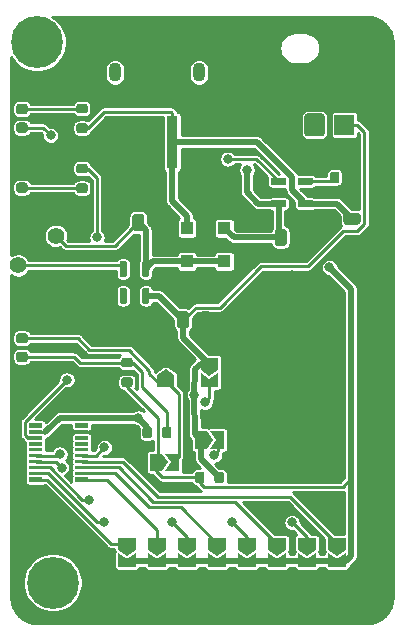
<source format=gbr>
G04 #@! TF.GenerationSoftware,KiCad,Pcbnew,(5.1.5)-3*
G04 #@! TF.CreationDate,2021-08-26T15:26:13+09:00*
G04 #@! TF.ProjectId,RemoteEmergencyKill,52656d6f-7465-4456-9d65-7267656e6379,rev?*
G04 #@! TF.SameCoordinates,Original*
G04 #@! TF.FileFunction,Copper,L1,Top*
G04 #@! TF.FilePolarity,Positive*
%FSLAX46Y46*%
G04 Gerber Fmt 4.6, Leading zero omitted, Abs format (unit mm)*
G04 Created by KiCad (PCBNEW (5.1.5)-3) date 2021-08-26 15:26:13*
%MOMM*%
%LPD*%
G04 APERTURE LIST*
%ADD10O,1.700000X1.950000*%
%ADD11C,0.100000*%
%ADD12R,1.700000X1.700000*%
%ADD13C,4.400000*%
%ADD14C,0.700000*%
%ADD15C,1.400000*%
%ADD16O,1.100000X1.600000*%
%ADD17R,0.900000X4.500000*%
%ADD18R,1.100000X1.100000*%
%ADD19C,0.800000*%
%ADD20C,0.500000*%
%ADD21C,0.250000*%
%ADD22C,0.254000*%
G04 APERTURE END LIST*
D10*
X137835000Y-78105000D03*
G04 #@! TA.AperFunction,ComponentPad*
D11*
G36*
X140959504Y-77131204D02*
G01*
X140983773Y-77134804D01*
X141007571Y-77140765D01*
X141030671Y-77149030D01*
X141052849Y-77159520D01*
X141073893Y-77172133D01*
X141093598Y-77186747D01*
X141111777Y-77203223D01*
X141128253Y-77221402D01*
X141142867Y-77241107D01*
X141155480Y-77262151D01*
X141165970Y-77284329D01*
X141174235Y-77307429D01*
X141180196Y-77331227D01*
X141183796Y-77355496D01*
X141185000Y-77380000D01*
X141185000Y-78830000D01*
X141183796Y-78854504D01*
X141180196Y-78878773D01*
X141174235Y-78902571D01*
X141165970Y-78925671D01*
X141155480Y-78947849D01*
X141142867Y-78968893D01*
X141128253Y-78988598D01*
X141111777Y-79006777D01*
X141093598Y-79023253D01*
X141073893Y-79037867D01*
X141052849Y-79050480D01*
X141030671Y-79060970D01*
X141007571Y-79069235D01*
X140983773Y-79075196D01*
X140959504Y-79078796D01*
X140935000Y-79080000D01*
X139735000Y-79080000D01*
X139710496Y-79078796D01*
X139686227Y-79075196D01*
X139662429Y-79069235D01*
X139639329Y-79060970D01*
X139617151Y-79050480D01*
X139596107Y-79037867D01*
X139576402Y-79023253D01*
X139558223Y-79006777D01*
X139541747Y-78988598D01*
X139527133Y-78968893D01*
X139514520Y-78947849D01*
X139504030Y-78925671D01*
X139495765Y-78902571D01*
X139489804Y-78878773D01*
X139486204Y-78854504D01*
X139485000Y-78830000D01*
X139485000Y-77380000D01*
X139486204Y-77355496D01*
X139489804Y-77331227D01*
X139495765Y-77307429D01*
X139504030Y-77284329D01*
X139514520Y-77262151D01*
X139527133Y-77241107D01*
X139541747Y-77221402D01*
X139558223Y-77203223D01*
X139576402Y-77186747D01*
X139596107Y-77172133D01*
X139617151Y-77159520D01*
X139639329Y-77149030D01*
X139662429Y-77140765D01*
X139686227Y-77134804D01*
X139710496Y-77131204D01*
X139735000Y-77130000D01*
X140935000Y-77130000D01*
X140959504Y-77131204D01*
G37*
G04 #@! TD.AperFunction*
D12*
X142875000Y-78105000D03*
D13*
X118175000Y-116855000D03*
G04 #@! TA.AperFunction,SMDPad,CuDef*
D11*
G36*
X117265980Y-107955048D02*
G01*
X117266951Y-107955192D01*
X117267903Y-107955431D01*
X117268827Y-107955761D01*
X117269714Y-107956181D01*
X117270556Y-107956685D01*
X117271344Y-107957270D01*
X117272071Y-107957929D01*
X117272730Y-107958656D01*
X117273315Y-107959444D01*
X117273819Y-107960286D01*
X117274239Y-107961173D01*
X117274569Y-107962097D01*
X117274808Y-107963049D01*
X117274952Y-107964020D01*
X117275000Y-107965000D01*
X117275000Y-108345000D01*
X117274952Y-108345980D01*
X117274808Y-108346951D01*
X117274569Y-108347903D01*
X117274239Y-108348827D01*
X117273819Y-108349714D01*
X117273315Y-108350556D01*
X117272730Y-108351344D01*
X117272071Y-108352071D01*
X117271344Y-108352730D01*
X117270556Y-108353315D01*
X117269714Y-108353819D01*
X117268827Y-108354239D01*
X117267903Y-108354569D01*
X117266951Y-108354808D01*
X117265980Y-108354952D01*
X117265000Y-108355000D01*
X116185000Y-108355000D01*
X116184020Y-108354952D01*
X116183049Y-108354808D01*
X116182097Y-108354569D01*
X116181173Y-108354239D01*
X116180286Y-108353819D01*
X116179444Y-108353315D01*
X116178656Y-108352730D01*
X116177929Y-108352071D01*
X116177270Y-108351344D01*
X116176685Y-108350556D01*
X116176181Y-108349714D01*
X116175761Y-108348827D01*
X116175431Y-108347903D01*
X116175192Y-108346951D01*
X116175048Y-108345980D01*
X116175000Y-108345000D01*
X116175000Y-107965000D01*
X116175048Y-107964020D01*
X116175192Y-107963049D01*
X116175431Y-107962097D01*
X116175761Y-107961173D01*
X116176181Y-107960286D01*
X116176685Y-107959444D01*
X116177270Y-107958656D01*
X116177929Y-107957929D01*
X116178656Y-107957270D01*
X116179444Y-107956685D01*
X116180286Y-107956181D01*
X116181173Y-107955761D01*
X116182097Y-107955431D01*
X116183049Y-107955192D01*
X116184020Y-107955048D01*
X116185000Y-107955000D01*
X117265000Y-107955000D01*
X117265980Y-107955048D01*
G37*
G04 #@! TD.AperFunction*
G04 #@! TA.AperFunction,SMDPad,CuDef*
G36*
X117268235Y-107455036D02*
G01*
X117268963Y-107455144D01*
X117269677Y-107455323D01*
X117270370Y-107455571D01*
X117271035Y-107455886D01*
X117271667Y-107456264D01*
X117272258Y-107456702D01*
X117272803Y-107457197D01*
X117273298Y-107457742D01*
X117273736Y-107458333D01*
X117274114Y-107458965D01*
X117274429Y-107459630D01*
X117274677Y-107460323D01*
X117274856Y-107461037D01*
X117274964Y-107461765D01*
X117275000Y-107462500D01*
X117275000Y-107747500D01*
X117274964Y-107748235D01*
X117274856Y-107748963D01*
X117274677Y-107749677D01*
X117274429Y-107750370D01*
X117274114Y-107751035D01*
X117273736Y-107751667D01*
X117273298Y-107752258D01*
X117272803Y-107752803D01*
X117272258Y-107753298D01*
X117271667Y-107753736D01*
X117271035Y-107754114D01*
X117270370Y-107754429D01*
X117269677Y-107754677D01*
X117268963Y-107754856D01*
X117268235Y-107754964D01*
X117267500Y-107755000D01*
X116182500Y-107755000D01*
X116181765Y-107754964D01*
X116181037Y-107754856D01*
X116180323Y-107754677D01*
X116179630Y-107754429D01*
X116178965Y-107754114D01*
X116178333Y-107753736D01*
X116177742Y-107753298D01*
X116177197Y-107752803D01*
X116176702Y-107752258D01*
X116176264Y-107751667D01*
X116175886Y-107751035D01*
X116175571Y-107750370D01*
X116175323Y-107749677D01*
X116175144Y-107748963D01*
X116175036Y-107748235D01*
X116175000Y-107747500D01*
X116175000Y-107462500D01*
X116175036Y-107461765D01*
X116175144Y-107461037D01*
X116175323Y-107460323D01*
X116175571Y-107459630D01*
X116175886Y-107458965D01*
X116176264Y-107458333D01*
X116176702Y-107457742D01*
X116177197Y-107457197D01*
X116177742Y-107456702D01*
X116178333Y-107456264D01*
X116178965Y-107455886D01*
X116179630Y-107455571D01*
X116180323Y-107455323D01*
X116181037Y-107455144D01*
X116181765Y-107455036D01*
X116182500Y-107455000D01*
X117267500Y-107455000D01*
X117268235Y-107455036D01*
G37*
G04 #@! TD.AperFunction*
G04 #@! TA.AperFunction,SMDPad,CuDef*
G36*
X117268235Y-106955036D02*
G01*
X117268963Y-106955144D01*
X117269677Y-106955323D01*
X117270370Y-106955571D01*
X117271035Y-106955886D01*
X117271667Y-106956264D01*
X117272258Y-106956702D01*
X117272803Y-106957197D01*
X117273298Y-106957742D01*
X117273736Y-106958333D01*
X117274114Y-106958965D01*
X117274429Y-106959630D01*
X117274677Y-106960323D01*
X117274856Y-106961037D01*
X117274964Y-106961765D01*
X117275000Y-106962500D01*
X117275000Y-107247500D01*
X117274964Y-107248235D01*
X117274856Y-107248963D01*
X117274677Y-107249677D01*
X117274429Y-107250370D01*
X117274114Y-107251035D01*
X117273736Y-107251667D01*
X117273298Y-107252258D01*
X117272803Y-107252803D01*
X117272258Y-107253298D01*
X117271667Y-107253736D01*
X117271035Y-107254114D01*
X117270370Y-107254429D01*
X117269677Y-107254677D01*
X117268963Y-107254856D01*
X117268235Y-107254964D01*
X117267500Y-107255000D01*
X116182500Y-107255000D01*
X116181765Y-107254964D01*
X116181037Y-107254856D01*
X116180323Y-107254677D01*
X116179630Y-107254429D01*
X116178965Y-107254114D01*
X116178333Y-107253736D01*
X116177742Y-107253298D01*
X116177197Y-107252803D01*
X116176702Y-107252258D01*
X116176264Y-107251667D01*
X116175886Y-107251035D01*
X116175571Y-107250370D01*
X116175323Y-107249677D01*
X116175144Y-107248963D01*
X116175036Y-107248235D01*
X116175000Y-107247500D01*
X116175000Y-106962500D01*
X116175036Y-106961765D01*
X116175144Y-106961037D01*
X116175323Y-106960323D01*
X116175571Y-106959630D01*
X116175886Y-106958965D01*
X116176264Y-106958333D01*
X116176702Y-106957742D01*
X116177197Y-106957197D01*
X116177742Y-106956702D01*
X116178333Y-106956264D01*
X116178965Y-106955886D01*
X116179630Y-106955571D01*
X116180323Y-106955323D01*
X116181037Y-106955144D01*
X116181765Y-106955036D01*
X116182500Y-106955000D01*
X117267500Y-106955000D01*
X117268235Y-106955036D01*
G37*
G04 #@! TD.AperFunction*
G04 #@! TA.AperFunction,SMDPad,CuDef*
G36*
X117268235Y-106455036D02*
G01*
X117268963Y-106455144D01*
X117269677Y-106455323D01*
X117270370Y-106455571D01*
X117271035Y-106455886D01*
X117271667Y-106456264D01*
X117272258Y-106456702D01*
X117272803Y-106457197D01*
X117273298Y-106457742D01*
X117273736Y-106458333D01*
X117274114Y-106458965D01*
X117274429Y-106459630D01*
X117274677Y-106460323D01*
X117274856Y-106461037D01*
X117274964Y-106461765D01*
X117275000Y-106462500D01*
X117275000Y-106747500D01*
X117274964Y-106748235D01*
X117274856Y-106748963D01*
X117274677Y-106749677D01*
X117274429Y-106750370D01*
X117274114Y-106751035D01*
X117273736Y-106751667D01*
X117273298Y-106752258D01*
X117272803Y-106752803D01*
X117272258Y-106753298D01*
X117271667Y-106753736D01*
X117271035Y-106754114D01*
X117270370Y-106754429D01*
X117269677Y-106754677D01*
X117268963Y-106754856D01*
X117268235Y-106754964D01*
X117267500Y-106755000D01*
X116182500Y-106755000D01*
X116181765Y-106754964D01*
X116181037Y-106754856D01*
X116180323Y-106754677D01*
X116179630Y-106754429D01*
X116178965Y-106754114D01*
X116178333Y-106753736D01*
X116177742Y-106753298D01*
X116177197Y-106752803D01*
X116176702Y-106752258D01*
X116176264Y-106751667D01*
X116175886Y-106751035D01*
X116175571Y-106750370D01*
X116175323Y-106749677D01*
X116175144Y-106748963D01*
X116175036Y-106748235D01*
X116175000Y-106747500D01*
X116175000Y-106462500D01*
X116175036Y-106461765D01*
X116175144Y-106461037D01*
X116175323Y-106460323D01*
X116175571Y-106459630D01*
X116175886Y-106458965D01*
X116176264Y-106458333D01*
X116176702Y-106457742D01*
X116177197Y-106457197D01*
X116177742Y-106456702D01*
X116178333Y-106456264D01*
X116178965Y-106455886D01*
X116179630Y-106455571D01*
X116180323Y-106455323D01*
X116181037Y-106455144D01*
X116181765Y-106455036D01*
X116182500Y-106455000D01*
X117267500Y-106455000D01*
X117268235Y-106455036D01*
G37*
G04 #@! TD.AperFunction*
G04 #@! TA.AperFunction,SMDPad,CuDef*
G36*
X117268235Y-105955036D02*
G01*
X117268963Y-105955144D01*
X117269677Y-105955323D01*
X117270370Y-105955571D01*
X117271035Y-105955886D01*
X117271667Y-105956264D01*
X117272258Y-105956702D01*
X117272803Y-105957197D01*
X117273298Y-105957742D01*
X117273736Y-105958333D01*
X117274114Y-105958965D01*
X117274429Y-105959630D01*
X117274677Y-105960323D01*
X117274856Y-105961037D01*
X117274964Y-105961765D01*
X117275000Y-105962500D01*
X117275000Y-106247500D01*
X117274964Y-106248235D01*
X117274856Y-106248963D01*
X117274677Y-106249677D01*
X117274429Y-106250370D01*
X117274114Y-106251035D01*
X117273736Y-106251667D01*
X117273298Y-106252258D01*
X117272803Y-106252803D01*
X117272258Y-106253298D01*
X117271667Y-106253736D01*
X117271035Y-106254114D01*
X117270370Y-106254429D01*
X117269677Y-106254677D01*
X117268963Y-106254856D01*
X117268235Y-106254964D01*
X117267500Y-106255000D01*
X116182500Y-106255000D01*
X116181765Y-106254964D01*
X116181037Y-106254856D01*
X116180323Y-106254677D01*
X116179630Y-106254429D01*
X116178965Y-106254114D01*
X116178333Y-106253736D01*
X116177742Y-106253298D01*
X116177197Y-106252803D01*
X116176702Y-106252258D01*
X116176264Y-106251667D01*
X116175886Y-106251035D01*
X116175571Y-106250370D01*
X116175323Y-106249677D01*
X116175144Y-106248963D01*
X116175036Y-106248235D01*
X116175000Y-106247500D01*
X116175000Y-105962500D01*
X116175036Y-105961765D01*
X116175144Y-105961037D01*
X116175323Y-105960323D01*
X116175571Y-105959630D01*
X116175886Y-105958965D01*
X116176264Y-105958333D01*
X116176702Y-105957742D01*
X116177197Y-105957197D01*
X116177742Y-105956702D01*
X116178333Y-105956264D01*
X116178965Y-105955886D01*
X116179630Y-105955571D01*
X116180323Y-105955323D01*
X116181037Y-105955144D01*
X116181765Y-105955036D01*
X116182500Y-105955000D01*
X117267500Y-105955000D01*
X117268235Y-105955036D01*
G37*
G04 #@! TD.AperFunction*
G04 #@! TA.AperFunction,SMDPad,CuDef*
G36*
X117268235Y-103955036D02*
G01*
X117268963Y-103955144D01*
X117269677Y-103955323D01*
X117270370Y-103955571D01*
X117271035Y-103955886D01*
X117271667Y-103956264D01*
X117272258Y-103956702D01*
X117272803Y-103957197D01*
X117273298Y-103957742D01*
X117273736Y-103958333D01*
X117274114Y-103958965D01*
X117274429Y-103959630D01*
X117274677Y-103960323D01*
X117274856Y-103961037D01*
X117274964Y-103961765D01*
X117275000Y-103962500D01*
X117275000Y-104247500D01*
X117274964Y-104248235D01*
X117274856Y-104248963D01*
X117274677Y-104249677D01*
X117274429Y-104250370D01*
X117274114Y-104251035D01*
X117273736Y-104251667D01*
X117273298Y-104252258D01*
X117272803Y-104252803D01*
X117272258Y-104253298D01*
X117271667Y-104253736D01*
X117271035Y-104254114D01*
X117270370Y-104254429D01*
X117269677Y-104254677D01*
X117268963Y-104254856D01*
X117268235Y-104254964D01*
X117267500Y-104255000D01*
X116182500Y-104255000D01*
X116181765Y-104254964D01*
X116181037Y-104254856D01*
X116180323Y-104254677D01*
X116179630Y-104254429D01*
X116178965Y-104254114D01*
X116178333Y-104253736D01*
X116177742Y-104253298D01*
X116177197Y-104252803D01*
X116176702Y-104252258D01*
X116176264Y-104251667D01*
X116175886Y-104251035D01*
X116175571Y-104250370D01*
X116175323Y-104249677D01*
X116175144Y-104248963D01*
X116175036Y-104248235D01*
X116175000Y-104247500D01*
X116175000Y-103962500D01*
X116175036Y-103961765D01*
X116175144Y-103961037D01*
X116175323Y-103960323D01*
X116175571Y-103959630D01*
X116175886Y-103958965D01*
X116176264Y-103958333D01*
X116176702Y-103957742D01*
X116177197Y-103957197D01*
X116177742Y-103956702D01*
X116178333Y-103956264D01*
X116178965Y-103955886D01*
X116179630Y-103955571D01*
X116180323Y-103955323D01*
X116181037Y-103955144D01*
X116181765Y-103955036D01*
X116182500Y-103955000D01*
X117267500Y-103955000D01*
X117268235Y-103955036D01*
G37*
G04 #@! TD.AperFunction*
G04 #@! TA.AperFunction,SMDPad,CuDef*
G36*
X117268235Y-104455036D02*
G01*
X117268963Y-104455144D01*
X117269677Y-104455323D01*
X117270370Y-104455571D01*
X117271035Y-104455886D01*
X117271667Y-104456264D01*
X117272258Y-104456702D01*
X117272803Y-104457197D01*
X117273298Y-104457742D01*
X117273736Y-104458333D01*
X117274114Y-104458965D01*
X117274429Y-104459630D01*
X117274677Y-104460323D01*
X117274856Y-104461037D01*
X117274964Y-104461765D01*
X117275000Y-104462500D01*
X117275000Y-104747500D01*
X117274964Y-104748235D01*
X117274856Y-104748963D01*
X117274677Y-104749677D01*
X117274429Y-104750370D01*
X117274114Y-104751035D01*
X117273736Y-104751667D01*
X117273298Y-104752258D01*
X117272803Y-104752803D01*
X117272258Y-104753298D01*
X117271667Y-104753736D01*
X117271035Y-104754114D01*
X117270370Y-104754429D01*
X117269677Y-104754677D01*
X117268963Y-104754856D01*
X117268235Y-104754964D01*
X117267500Y-104755000D01*
X116182500Y-104755000D01*
X116181765Y-104754964D01*
X116181037Y-104754856D01*
X116180323Y-104754677D01*
X116179630Y-104754429D01*
X116178965Y-104754114D01*
X116178333Y-104753736D01*
X116177742Y-104753298D01*
X116177197Y-104752803D01*
X116176702Y-104752258D01*
X116176264Y-104751667D01*
X116175886Y-104751035D01*
X116175571Y-104750370D01*
X116175323Y-104749677D01*
X116175144Y-104748963D01*
X116175036Y-104748235D01*
X116175000Y-104747500D01*
X116175000Y-104462500D01*
X116175036Y-104461765D01*
X116175144Y-104461037D01*
X116175323Y-104460323D01*
X116175571Y-104459630D01*
X116175886Y-104458965D01*
X116176264Y-104458333D01*
X116176702Y-104457742D01*
X116177197Y-104457197D01*
X116177742Y-104456702D01*
X116178333Y-104456264D01*
X116178965Y-104455886D01*
X116179630Y-104455571D01*
X116180323Y-104455323D01*
X116181037Y-104455144D01*
X116181765Y-104455036D01*
X116182500Y-104455000D01*
X117267500Y-104455000D01*
X117268235Y-104455036D01*
G37*
G04 #@! TD.AperFunction*
G04 #@! TA.AperFunction,SMDPad,CuDef*
G36*
X121168235Y-107455036D02*
G01*
X121168963Y-107455144D01*
X121169677Y-107455323D01*
X121170370Y-107455571D01*
X121171035Y-107455886D01*
X121171667Y-107456264D01*
X121172258Y-107456702D01*
X121172803Y-107457197D01*
X121173298Y-107457742D01*
X121173736Y-107458333D01*
X121174114Y-107458965D01*
X121174429Y-107459630D01*
X121174677Y-107460323D01*
X121174856Y-107461037D01*
X121174964Y-107461765D01*
X121175000Y-107462500D01*
X121175000Y-107747500D01*
X121174964Y-107748235D01*
X121174856Y-107748963D01*
X121174677Y-107749677D01*
X121174429Y-107750370D01*
X121174114Y-107751035D01*
X121173736Y-107751667D01*
X121173298Y-107752258D01*
X121172803Y-107752803D01*
X121172258Y-107753298D01*
X121171667Y-107753736D01*
X121171035Y-107754114D01*
X121170370Y-107754429D01*
X121169677Y-107754677D01*
X121168963Y-107754856D01*
X121168235Y-107754964D01*
X121167500Y-107755000D01*
X120082500Y-107755000D01*
X120081765Y-107754964D01*
X120081037Y-107754856D01*
X120080323Y-107754677D01*
X120079630Y-107754429D01*
X120078965Y-107754114D01*
X120078333Y-107753736D01*
X120077742Y-107753298D01*
X120077197Y-107752803D01*
X120076702Y-107752258D01*
X120076264Y-107751667D01*
X120075886Y-107751035D01*
X120075571Y-107750370D01*
X120075323Y-107749677D01*
X120075144Y-107748963D01*
X120075036Y-107748235D01*
X120075000Y-107747500D01*
X120075000Y-107462500D01*
X120075036Y-107461765D01*
X120075144Y-107461037D01*
X120075323Y-107460323D01*
X120075571Y-107459630D01*
X120075886Y-107458965D01*
X120076264Y-107458333D01*
X120076702Y-107457742D01*
X120077197Y-107457197D01*
X120077742Y-107456702D01*
X120078333Y-107456264D01*
X120078965Y-107455886D01*
X120079630Y-107455571D01*
X120080323Y-107455323D01*
X120081037Y-107455144D01*
X120081765Y-107455036D01*
X120082500Y-107455000D01*
X121167500Y-107455000D01*
X121168235Y-107455036D01*
G37*
G04 #@! TD.AperFunction*
G04 #@! TA.AperFunction,SMDPad,CuDef*
G36*
X121168235Y-104455036D02*
G01*
X121168963Y-104455144D01*
X121169677Y-104455323D01*
X121170370Y-104455571D01*
X121171035Y-104455886D01*
X121171667Y-104456264D01*
X121172258Y-104456702D01*
X121172803Y-104457197D01*
X121173298Y-104457742D01*
X121173736Y-104458333D01*
X121174114Y-104458965D01*
X121174429Y-104459630D01*
X121174677Y-104460323D01*
X121174856Y-104461037D01*
X121174964Y-104461765D01*
X121175000Y-104462500D01*
X121175000Y-104747500D01*
X121174964Y-104748235D01*
X121174856Y-104748963D01*
X121174677Y-104749677D01*
X121174429Y-104750370D01*
X121174114Y-104751035D01*
X121173736Y-104751667D01*
X121173298Y-104752258D01*
X121172803Y-104752803D01*
X121172258Y-104753298D01*
X121171667Y-104753736D01*
X121171035Y-104754114D01*
X121170370Y-104754429D01*
X121169677Y-104754677D01*
X121168963Y-104754856D01*
X121168235Y-104754964D01*
X121167500Y-104755000D01*
X120082500Y-104755000D01*
X120081765Y-104754964D01*
X120081037Y-104754856D01*
X120080323Y-104754677D01*
X120079630Y-104754429D01*
X120078965Y-104754114D01*
X120078333Y-104753736D01*
X120077742Y-104753298D01*
X120077197Y-104752803D01*
X120076702Y-104752258D01*
X120076264Y-104751667D01*
X120075886Y-104751035D01*
X120075571Y-104750370D01*
X120075323Y-104749677D01*
X120075144Y-104748963D01*
X120075036Y-104748235D01*
X120075000Y-104747500D01*
X120075000Y-104462500D01*
X120075036Y-104461765D01*
X120075144Y-104461037D01*
X120075323Y-104460323D01*
X120075571Y-104459630D01*
X120075886Y-104458965D01*
X120076264Y-104458333D01*
X120076702Y-104457742D01*
X120077197Y-104457197D01*
X120077742Y-104456702D01*
X120078333Y-104456264D01*
X120078965Y-104455886D01*
X120079630Y-104455571D01*
X120080323Y-104455323D01*
X120081037Y-104455144D01*
X120081765Y-104455036D01*
X120082500Y-104455000D01*
X121167500Y-104455000D01*
X121168235Y-104455036D01*
G37*
G04 #@! TD.AperFunction*
G04 #@! TA.AperFunction,SMDPad,CuDef*
G36*
X121168235Y-105455036D02*
G01*
X121168963Y-105455144D01*
X121169677Y-105455323D01*
X121170370Y-105455571D01*
X121171035Y-105455886D01*
X121171667Y-105456264D01*
X121172258Y-105456702D01*
X121172803Y-105457197D01*
X121173298Y-105457742D01*
X121173736Y-105458333D01*
X121174114Y-105458965D01*
X121174429Y-105459630D01*
X121174677Y-105460323D01*
X121174856Y-105461037D01*
X121174964Y-105461765D01*
X121175000Y-105462500D01*
X121175000Y-105747500D01*
X121174964Y-105748235D01*
X121174856Y-105748963D01*
X121174677Y-105749677D01*
X121174429Y-105750370D01*
X121174114Y-105751035D01*
X121173736Y-105751667D01*
X121173298Y-105752258D01*
X121172803Y-105752803D01*
X121172258Y-105753298D01*
X121171667Y-105753736D01*
X121171035Y-105754114D01*
X121170370Y-105754429D01*
X121169677Y-105754677D01*
X121168963Y-105754856D01*
X121168235Y-105754964D01*
X121167500Y-105755000D01*
X120082500Y-105755000D01*
X120081765Y-105754964D01*
X120081037Y-105754856D01*
X120080323Y-105754677D01*
X120079630Y-105754429D01*
X120078965Y-105754114D01*
X120078333Y-105753736D01*
X120077742Y-105753298D01*
X120077197Y-105752803D01*
X120076702Y-105752258D01*
X120076264Y-105751667D01*
X120075886Y-105751035D01*
X120075571Y-105750370D01*
X120075323Y-105749677D01*
X120075144Y-105748963D01*
X120075036Y-105748235D01*
X120075000Y-105747500D01*
X120075000Y-105462500D01*
X120075036Y-105461765D01*
X120075144Y-105461037D01*
X120075323Y-105460323D01*
X120075571Y-105459630D01*
X120075886Y-105458965D01*
X120076264Y-105458333D01*
X120076702Y-105457742D01*
X120077197Y-105457197D01*
X120077742Y-105456702D01*
X120078333Y-105456264D01*
X120078965Y-105455886D01*
X120079630Y-105455571D01*
X120080323Y-105455323D01*
X120081037Y-105455144D01*
X120081765Y-105455036D01*
X120082500Y-105455000D01*
X121167500Y-105455000D01*
X121168235Y-105455036D01*
G37*
G04 #@! TD.AperFunction*
G04 #@! TA.AperFunction,SMDPad,CuDef*
G36*
X121168235Y-106455036D02*
G01*
X121168963Y-106455144D01*
X121169677Y-106455323D01*
X121170370Y-106455571D01*
X121171035Y-106455886D01*
X121171667Y-106456264D01*
X121172258Y-106456702D01*
X121172803Y-106457197D01*
X121173298Y-106457742D01*
X121173736Y-106458333D01*
X121174114Y-106458965D01*
X121174429Y-106459630D01*
X121174677Y-106460323D01*
X121174856Y-106461037D01*
X121174964Y-106461765D01*
X121175000Y-106462500D01*
X121175000Y-106747500D01*
X121174964Y-106748235D01*
X121174856Y-106748963D01*
X121174677Y-106749677D01*
X121174429Y-106750370D01*
X121174114Y-106751035D01*
X121173736Y-106751667D01*
X121173298Y-106752258D01*
X121172803Y-106752803D01*
X121172258Y-106753298D01*
X121171667Y-106753736D01*
X121171035Y-106754114D01*
X121170370Y-106754429D01*
X121169677Y-106754677D01*
X121168963Y-106754856D01*
X121168235Y-106754964D01*
X121167500Y-106755000D01*
X120082500Y-106755000D01*
X120081765Y-106754964D01*
X120081037Y-106754856D01*
X120080323Y-106754677D01*
X120079630Y-106754429D01*
X120078965Y-106754114D01*
X120078333Y-106753736D01*
X120077742Y-106753298D01*
X120077197Y-106752803D01*
X120076702Y-106752258D01*
X120076264Y-106751667D01*
X120075886Y-106751035D01*
X120075571Y-106750370D01*
X120075323Y-106749677D01*
X120075144Y-106748963D01*
X120075036Y-106748235D01*
X120075000Y-106747500D01*
X120075000Y-106462500D01*
X120075036Y-106461765D01*
X120075144Y-106461037D01*
X120075323Y-106460323D01*
X120075571Y-106459630D01*
X120075886Y-106458965D01*
X120076264Y-106458333D01*
X120076702Y-106457742D01*
X120077197Y-106457197D01*
X120077742Y-106456702D01*
X120078333Y-106456264D01*
X120078965Y-106455886D01*
X120079630Y-106455571D01*
X120080323Y-106455323D01*
X120081037Y-106455144D01*
X120081765Y-106455036D01*
X120082500Y-106455000D01*
X121167500Y-106455000D01*
X121168235Y-106455036D01*
G37*
G04 #@! TD.AperFunction*
G04 #@! TA.AperFunction,SMDPad,CuDef*
G36*
X117268235Y-105455036D02*
G01*
X117268963Y-105455144D01*
X117269677Y-105455323D01*
X117270370Y-105455571D01*
X117271035Y-105455886D01*
X117271667Y-105456264D01*
X117272258Y-105456702D01*
X117272803Y-105457197D01*
X117273298Y-105457742D01*
X117273736Y-105458333D01*
X117274114Y-105458965D01*
X117274429Y-105459630D01*
X117274677Y-105460323D01*
X117274856Y-105461037D01*
X117274964Y-105461765D01*
X117275000Y-105462500D01*
X117275000Y-105747500D01*
X117274964Y-105748235D01*
X117274856Y-105748963D01*
X117274677Y-105749677D01*
X117274429Y-105750370D01*
X117274114Y-105751035D01*
X117273736Y-105751667D01*
X117273298Y-105752258D01*
X117272803Y-105752803D01*
X117272258Y-105753298D01*
X117271667Y-105753736D01*
X117271035Y-105754114D01*
X117270370Y-105754429D01*
X117269677Y-105754677D01*
X117268963Y-105754856D01*
X117268235Y-105754964D01*
X117267500Y-105755000D01*
X116182500Y-105755000D01*
X116181765Y-105754964D01*
X116181037Y-105754856D01*
X116180323Y-105754677D01*
X116179630Y-105754429D01*
X116178965Y-105754114D01*
X116178333Y-105753736D01*
X116177742Y-105753298D01*
X116177197Y-105752803D01*
X116176702Y-105752258D01*
X116176264Y-105751667D01*
X116175886Y-105751035D01*
X116175571Y-105750370D01*
X116175323Y-105749677D01*
X116175144Y-105748963D01*
X116175036Y-105748235D01*
X116175000Y-105747500D01*
X116175000Y-105462500D01*
X116175036Y-105461765D01*
X116175144Y-105461037D01*
X116175323Y-105460323D01*
X116175571Y-105459630D01*
X116175886Y-105458965D01*
X116176264Y-105458333D01*
X116176702Y-105457742D01*
X116177197Y-105457197D01*
X116177742Y-105456702D01*
X116178333Y-105456264D01*
X116178965Y-105455886D01*
X116179630Y-105455571D01*
X116180323Y-105455323D01*
X116181037Y-105455144D01*
X116181765Y-105455036D01*
X116182500Y-105455000D01*
X117267500Y-105455000D01*
X117268235Y-105455036D01*
G37*
G04 #@! TD.AperFunction*
G04 #@! TA.AperFunction,SMDPad,CuDef*
G36*
X117265980Y-103355048D02*
G01*
X117266951Y-103355192D01*
X117267903Y-103355431D01*
X117268827Y-103355761D01*
X117269714Y-103356181D01*
X117270556Y-103356685D01*
X117271344Y-103357270D01*
X117272071Y-103357929D01*
X117272730Y-103358656D01*
X117273315Y-103359444D01*
X117273819Y-103360286D01*
X117274239Y-103361173D01*
X117274569Y-103362097D01*
X117274808Y-103363049D01*
X117274952Y-103364020D01*
X117275000Y-103365000D01*
X117275000Y-103745000D01*
X117274952Y-103745980D01*
X117274808Y-103746951D01*
X117274569Y-103747903D01*
X117274239Y-103748827D01*
X117273819Y-103749714D01*
X117273315Y-103750556D01*
X117272730Y-103751344D01*
X117272071Y-103752071D01*
X117271344Y-103752730D01*
X117270556Y-103753315D01*
X117269714Y-103753819D01*
X117268827Y-103754239D01*
X117267903Y-103754569D01*
X117266951Y-103754808D01*
X117265980Y-103754952D01*
X117265000Y-103755000D01*
X116185000Y-103755000D01*
X116184020Y-103754952D01*
X116183049Y-103754808D01*
X116182097Y-103754569D01*
X116181173Y-103754239D01*
X116180286Y-103753819D01*
X116179444Y-103753315D01*
X116178656Y-103752730D01*
X116177929Y-103752071D01*
X116177270Y-103751344D01*
X116176685Y-103750556D01*
X116176181Y-103749714D01*
X116175761Y-103748827D01*
X116175431Y-103747903D01*
X116175192Y-103746951D01*
X116175048Y-103745980D01*
X116175000Y-103745000D01*
X116175000Y-103365000D01*
X116175048Y-103364020D01*
X116175192Y-103363049D01*
X116175431Y-103362097D01*
X116175761Y-103361173D01*
X116176181Y-103360286D01*
X116176685Y-103359444D01*
X116177270Y-103358656D01*
X116177929Y-103357929D01*
X116178656Y-103357270D01*
X116179444Y-103356685D01*
X116180286Y-103356181D01*
X116181173Y-103355761D01*
X116182097Y-103355431D01*
X116183049Y-103355192D01*
X116184020Y-103355048D01*
X116185000Y-103355000D01*
X117265000Y-103355000D01*
X117265980Y-103355048D01*
G37*
G04 #@! TD.AperFunction*
G04 #@! TA.AperFunction,SMDPad,CuDef*
G36*
X121165980Y-107955048D02*
G01*
X121166951Y-107955192D01*
X121167903Y-107955431D01*
X121168827Y-107955761D01*
X121169714Y-107956181D01*
X121170556Y-107956685D01*
X121171344Y-107957270D01*
X121172071Y-107957929D01*
X121172730Y-107958656D01*
X121173315Y-107959444D01*
X121173819Y-107960286D01*
X121174239Y-107961173D01*
X121174569Y-107962097D01*
X121174808Y-107963049D01*
X121174952Y-107964020D01*
X121175000Y-107965000D01*
X121175000Y-108345000D01*
X121174952Y-108345980D01*
X121174808Y-108346951D01*
X121174569Y-108347903D01*
X121174239Y-108348827D01*
X121173819Y-108349714D01*
X121173315Y-108350556D01*
X121172730Y-108351344D01*
X121172071Y-108352071D01*
X121171344Y-108352730D01*
X121170556Y-108353315D01*
X121169714Y-108353819D01*
X121168827Y-108354239D01*
X121167903Y-108354569D01*
X121166951Y-108354808D01*
X121165980Y-108354952D01*
X121165000Y-108355000D01*
X120085000Y-108355000D01*
X120084020Y-108354952D01*
X120083049Y-108354808D01*
X120082097Y-108354569D01*
X120081173Y-108354239D01*
X120080286Y-108353819D01*
X120079444Y-108353315D01*
X120078656Y-108352730D01*
X120077929Y-108352071D01*
X120077270Y-108351344D01*
X120076685Y-108350556D01*
X120076181Y-108349714D01*
X120075761Y-108348827D01*
X120075431Y-108347903D01*
X120075192Y-108346951D01*
X120075048Y-108345980D01*
X120075000Y-108345000D01*
X120075000Y-107965000D01*
X120075048Y-107964020D01*
X120075192Y-107963049D01*
X120075431Y-107962097D01*
X120075761Y-107961173D01*
X120076181Y-107960286D01*
X120076685Y-107959444D01*
X120077270Y-107958656D01*
X120077929Y-107957929D01*
X120078656Y-107957270D01*
X120079444Y-107956685D01*
X120080286Y-107956181D01*
X120081173Y-107955761D01*
X120082097Y-107955431D01*
X120083049Y-107955192D01*
X120084020Y-107955048D01*
X120085000Y-107955000D01*
X121165000Y-107955000D01*
X121165980Y-107955048D01*
G37*
G04 #@! TD.AperFunction*
G04 #@! TA.AperFunction,SMDPad,CuDef*
G36*
X121168235Y-104955036D02*
G01*
X121168963Y-104955144D01*
X121169677Y-104955323D01*
X121170370Y-104955571D01*
X121171035Y-104955886D01*
X121171667Y-104956264D01*
X121172258Y-104956702D01*
X121172803Y-104957197D01*
X121173298Y-104957742D01*
X121173736Y-104958333D01*
X121174114Y-104958965D01*
X121174429Y-104959630D01*
X121174677Y-104960323D01*
X121174856Y-104961037D01*
X121174964Y-104961765D01*
X121175000Y-104962500D01*
X121175000Y-105247500D01*
X121174964Y-105248235D01*
X121174856Y-105248963D01*
X121174677Y-105249677D01*
X121174429Y-105250370D01*
X121174114Y-105251035D01*
X121173736Y-105251667D01*
X121173298Y-105252258D01*
X121172803Y-105252803D01*
X121172258Y-105253298D01*
X121171667Y-105253736D01*
X121171035Y-105254114D01*
X121170370Y-105254429D01*
X121169677Y-105254677D01*
X121168963Y-105254856D01*
X121168235Y-105254964D01*
X121167500Y-105255000D01*
X120082500Y-105255000D01*
X120081765Y-105254964D01*
X120081037Y-105254856D01*
X120080323Y-105254677D01*
X120079630Y-105254429D01*
X120078965Y-105254114D01*
X120078333Y-105253736D01*
X120077742Y-105253298D01*
X120077197Y-105252803D01*
X120076702Y-105252258D01*
X120076264Y-105251667D01*
X120075886Y-105251035D01*
X120075571Y-105250370D01*
X120075323Y-105249677D01*
X120075144Y-105248963D01*
X120075036Y-105248235D01*
X120075000Y-105247500D01*
X120075000Y-104962500D01*
X120075036Y-104961765D01*
X120075144Y-104961037D01*
X120075323Y-104960323D01*
X120075571Y-104959630D01*
X120075886Y-104958965D01*
X120076264Y-104958333D01*
X120076702Y-104957742D01*
X120077197Y-104957197D01*
X120077742Y-104956702D01*
X120078333Y-104956264D01*
X120078965Y-104955886D01*
X120079630Y-104955571D01*
X120080323Y-104955323D01*
X120081037Y-104955144D01*
X120081765Y-104955036D01*
X120082500Y-104955000D01*
X121167500Y-104955000D01*
X121168235Y-104955036D01*
G37*
G04 #@! TD.AperFunction*
G04 #@! TA.AperFunction,SMDPad,CuDef*
G36*
X117268235Y-104955036D02*
G01*
X117268963Y-104955144D01*
X117269677Y-104955323D01*
X117270370Y-104955571D01*
X117271035Y-104955886D01*
X117271667Y-104956264D01*
X117272258Y-104956702D01*
X117272803Y-104957197D01*
X117273298Y-104957742D01*
X117273736Y-104958333D01*
X117274114Y-104958965D01*
X117274429Y-104959630D01*
X117274677Y-104960323D01*
X117274856Y-104961037D01*
X117274964Y-104961765D01*
X117275000Y-104962500D01*
X117275000Y-105247500D01*
X117274964Y-105248235D01*
X117274856Y-105248963D01*
X117274677Y-105249677D01*
X117274429Y-105250370D01*
X117274114Y-105251035D01*
X117273736Y-105251667D01*
X117273298Y-105252258D01*
X117272803Y-105252803D01*
X117272258Y-105253298D01*
X117271667Y-105253736D01*
X117271035Y-105254114D01*
X117270370Y-105254429D01*
X117269677Y-105254677D01*
X117268963Y-105254856D01*
X117268235Y-105254964D01*
X117267500Y-105255000D01*
X116182500Y-105255000D01*
X116181765Y-105254964D01*
X116181037Y-105254856D01*
X116180323Y-105254677D01*
X116179630Y-105254429D01*
X116178965Y-105254114D01*
X116178333Y-105253736D01*
X116177742Y-105253298D01*
X116177197Y-105252803D01*
X116176702Y-105252258D01*
X116176264Y-105251667D01*
X116175886Y-105251035D01*
X116175571Y-105250370D01*
X116175323Y-105249677D01*
X116175144Y-105248963D01*
X116175036Y-105248235D01*
X116175000Y-105247500D01*
X116175000Y-104962500D01*
X116175036Y-104961765D01*
X116175144Y-104961037D01*
X116175323Y-104960323D01*
X116175571Y-104959630D01*
X116175886Y-104958965D01*
X116176264Y-104958333D01*
X116176702Y-104957742D01*
X116177197Y-104957197D01*
X116177742Y-104956702D01*
X116178333Y-104956264D01*
X116178965Y-104955886D01*
X116179630Y-104955571D01*
X116180323Y-104955323D01*
X116181037Y-104955144D01*
X116181765Y-104955036D01*
X116182500Y-104955000D01*
X117267500Y-104955000D01*
X117268235Y-104955036D01*
G37*
G04 #@! TD.AperFunction*
G04 #@! TA.AperFunction,SMDPad,CuDef*
G36*
X121168235Y-106955036D02*
G01*
X121168963Y-106955144D01*
X121169677Y-106955323D01*
X121170370Y-106955571D01*
X121171035Y-106955886D01*
X121171667Y-106956264D01*
X121172258Y-106956702D01*
X121172803Y-106957197D01*
X121173298Y-106957742D01*
X121173736Y-106958333D01*
X121174114Y-106958965D01*
X121174429Y-106959630D01*
X121174677Y-106960323D01*
X121174856Y-106961037D01*
X121174964Y-106961765D01*
X121175000Y-106962500D01*
X121175000Y-107247500D01*
X121174964Y-107248235D01*
X121174856Y-107248963D01*
X121174677Y-107249677D01*
X121174429Y-107250370D01*
X121174114Y-107251035D01*
X121173736Y-107251667D01*
X121173298Y-107252258D01*
X121172803Y-107252803D01*
X121172258Y-107253298D01*
X121171667Y-107253736D01*
X121171035Y-107254114D01*
X121170370Y-107254429D01*
X121169677Y-107254677D01*
X121168963Y-107254856D01*
X121168235Y-107254964D01*
X121167500Y-107255000D01*
X120082500Y-107255000D01*
X120081765Y-107254964D01*
X120081037Y-107254856D01*
X120080323Y-107254677D01*
X120079630Y-107254429D01*
X120078965Y-107254114D01*
X120078333Y-107253736D01*
X120077742Y-107253298D01*
X120077197Y-107252803D01*
X120076702Y-107252258D01*
X120076264Y-107251667D01*
X120075886Y-107251035D01*
X120075571Y-107250370D01*
X120075323Y-107249677D01*
X120075144Y-107248963D01*
X120075036Y-107248235D01*
X120075000Y-107247500D01*
X120075000Y-106962500D01*
X120075036Y-106961765D01*
X120075144Y-106961037D01*
X120075323Y-106960323D01*
X120075571Y-106959630D01*
X120075886Y-106958965D01*
X120076264Y-106958333D01*
X120076702Y-106957742D01*
X120077197Y-106957197D01*
X120077742Y-106956702D01*
X120078333Y-106956264D01*
X120078965Y-106955886D01*
X120079630Y-106955571D01*
X120080323Y-106955323D01*
X120081037Y-106955144D01*
X120081765Y-106955036D01*
X120082500Y-106955000D01*
X121167500Y-106955000D01*
X121168235Y-106955036D01*
G37*
G04 #@! TD.AperFunction*
G04 #@! TA.AperFunction,SMDPad,CuDef*
G36*
X121168235Y-103955036D02*
G01*
X121168963Y-103955144D01*
X121169677Y-103955323D01*
X121170370Y-103955571D01*
X121171035Y-103955886D01*
X121171667Y-103956264D01*
X121172258Y-103956702D01*
X121172803Y-103957197D01*
X121173298Y-103957742D01*
X121173736Y-103958333D01*
X121174114Y-103958965D01*
X121174429Y-103959630D01*
X121174677Y-103960323D01*
X121174856Y-103961037D01*
X121174964Y-103961765D01*
X121175000Y-103962500D01*
X121175000Y-104247500D01*
X121174964Y-104248235D01*
X121174856Y-104248963D01*
X121174677Y-104249677D01*
X121174429Y-104250370D01*
X121174114Y-104251035D01*
X121173736Y-104251667D01*
X121173298Y-104252258D01*
X121172803Y-104252803D01*
X121172258Y-104253298D01*
X121171667Y-104253736D01*
X121171035Y-104254114D01*
X121170370Y-104254429D01*
X121169677Y-104254677D01*
X121168963Y-104254856D01*
X121168235Y-104254964D01*
X121167500Y-104255000D01*
X120082500Y-104255000D01*
X120081765Y-104254964D01*
X120081037Y-104254856D01*
X120080323Y-104254677D01*
X120079630Y-104254429D01*
X120078965Y-104254114D01*
X120078333Y-104253736D01*
X120077742Y-104253298D01*
X120077197Y-104252803D01*
X120076702Y-104252258D01*
X120076264Y-104251667D01*
X120075886Y-104251035D01*
X120075571Y-104250370D01*
X120075323Y-104249677D01*
X120075144Y-104248963D01*
X120075036Y-104248235D01*
X120075000Y-104247500D01*
X120075000Y-103962500D01*
X120075036Y-103961765D01*
X120075144Y-103961037D01*
X120075323Y-103960323D01*
X120075571Y-103959630D01*
X120075886Y-103958965D01*
X120076264Y-103958333D01*
X120076702Y-103957742D01*
X120077197Y-103957197D01*
X120077742Y-103956702D01*
X120078333Y-103956264D01*
X120078965Y-103955886D01*
X120079630Y-103955571D01*
X120080323Y-103955323D01*
X120081037Y-103955144D01*
X120081765Y-103955036D01*
X120082500Y-103955000D01*
X121167500Y-103955000D01*
X121168235Y-103955036D01*
G37*
G04 #@! TD.AperFunction*
G04 #@! TA.AperFunction,SMDPad,CuDef*
G36*
X121168235Y-105955036D02*
G01*
X121168963Y-105955144D01*
X121169677Y-105955323D01*
X121170370Y-105955571D01*
X121171035Y-105955886D01*
X121171667Y-105956264D01*
X121172258Y-105956702D01*
X121172803Y-105957197D01*
X121173298Y-105957742D01*
X121173736Y-105958333D01*
X121174114Y-105958965D01*
X121174429Y-105959630D01*
X121174677Y-105960323D01*
X121174856Y-105961037D01*
X121174964Y-105961765D01*
X121175000Y-105962500D01*
X121175000Y-106247500D01*
X121174964Y-106248235D01*
X121174856Y-106248963D01*
X121174677Y-106249677D01*
X121174429Y-106250370D01*
X121174114Y-106251035D01*
X121173736Y-106251667D01*
X121173298Y-106252258D01*
X121172803Y-106252803D01*
X121172258Y-106253298D01*
X121171667Y-106253736D01*
X121171035Y-106254114D01*
X121170370Y-106254429D01*
X121169677Y-106254677D01*
X121168963Y-106254856D01*
X121168235Y-106254964D01*
X121167500Y-106255000D01*
X120082500Y-106255000D01*
X120081765Y-106254964D01*
X120081037Y-106254856D01*
X120080323Y-106254677D01*
X120079630Y-106254429D01*
X120078965Y-106254114D01*
X120078333Y-106253736D01*
X120077742Y-106253298D01*
X120077197Y-106252803D01*
X120076702Y-106252258D01*
X120076264Y-106251667D01*
X120075886Y-106251035D01*
X120075571Y-106250370D01*
X120075323Y-106249677D01*
X120075144Y-106248963D01*
X120075036Y-106248235D01*
X120075000Y-106247500D01*
X120075000Y-105962500D01*
X120075036Y-105961765D01*
X120075144Y-105961037D01*
X120075323Y-105960323D01*
X120075571Y-105959630D01*
X120075886Y-105958965D01*
X120076264Y-105958333D01*
X120076702Y-105957742D01*
X120077197Y-105957197D01*
X120077742Y-105956702D01*
X120078333Y-105956264D01*
X120078965Y-105955886D01*
X120079630Y-105955571D01*
X120080323Y-105955323D01*
X120081037Y-105955144D01*
X120081765Y-105955036D01*
X120082500Y-105955000D01*
X121167500Y-105955000D01*
X121168235Y-105955036D01*
G37*
G04 #@! TD.AperFunction*
G04 #@! TA.AperFunction,SMDPad,CuDef*
G36*
X121165980Y-103355048D02*
G01*
X121166951Y-103355192D01*
X121167903Y-103355431D01*
X121168827Y-103355761D01*
X121169714Y-103356181D01*
X121170556Y-103356685D01*
X121171344Y-103357270D01*
X121172071Y-103357929D01*
X121172730Y-103358656D01*
X121173315Y-103359444D01*
X121173819Y-103360286D01*
X121174239Y-103361173D01*
X121174569Y-103362097D01*
X121174808Y-103363049D01*
X121174952Y-103364020D01*
X121175000Y-103365000D01*
X121175000Y-103745000D01*
X121174952Y-103745980D01*
X121174808Y-103746951D01*
X121174569Y-103747903D01*
X121174239Y-103748827D01*
X121173819Y-103749714D01*
X121173315Y-103750556D01*
X121172730Y-103751344D01*
X121172071Y-103752071D01*
X121171344Y-103752730D01*
X121170556Y-103753315D01*
X121169714Y-103753819D01*
X121168827Y-103754239D01*
X121167903Y-103754569D01*
X121166951Y-103754808D01*
X121165980Y-103754952D01*
X121165000Y-103755000D01*
X120085000Y-103755000D01*
X120084020Y-103754952D01*
X120083049Y-103754808D01*
X120082097Y-103754569D01*
X120081173Y-103754239D01*
X120080286Y-103753819D01*
X120079444Y-103753315D01*
X120078656Y-103752730D01*
X120077929Y-103752071D01*
X120077270Y-103751344D01*
X120076685Y-103750556D01*
X120076181Y-103749714D01*
X120075761Y-103748827D01*
X120075431Y-103747903D01*
X120075192Y-103746951D01*
X120075048Y-103745980D01*
X120075000Y-103745000D01*
X120075000Y-103365000D01*
X120075048Y-103364020D01*
X120075192Y-103363049D01*
X120075431Y-103362097D01*
X120075761Y-103361173D01*
X120076181Y-103360286D01*
X120076685Y-103359444D01*
X120077270Y-103358656D01*
X120077929Y-103357929D01*
X120078656Y-103357270D01*
X120079444Y-103356685D01*
X120080286Y-103356181D01*
X120081173Y-103355761D01*
X120082097Y-103355431D01*
X120083049Y-103355192D01*
X120084020Y-103355048D01*
X120085000Y-103355000D01*
X121165000Y-103355000D01*
X121165980Y-103355048D01*
G37*
G04 #@! TD.AperFunction*
D14*
X118006726Y-69953274D03*
X116840000Y-69470000D03*
X115673274Y-69953274D03*
X115190000Y-71120000D03*
X115673274Y-72286726D03*
X116840000Y-72770000D03*
X118006726Y-72286726D03*
X118490000Y-71120000D03*
D13*
X116840000Y-71120000D03*
G04 #@! TA.AperFunction,SMDPad,CuDef*
D11*
G36*
X126209703Y-91915722D02*
G01*
X126224264Y-91917882D01*
X126238543Y-91921459D01*
X126252403Y-91926418D01*
X126265710Y-91932712D01*
X126278336Y-91940280D01*
X126290159Y-91949048D01*
X126301066Y-91958934D01*
X126310952Y-91969841D01*
X126319720Y-91981664D01*
X126327288Y-91994290D01*
X126333582Y-92007597D01*
X126338541Y-92021457D01*
X126342118Y-92035736D01*
X126344278Y-92050297D01*
X126345000Y-92065000D01*
X126345000Y-93090000D01*
X126344278Y-93104703D01*
X126342118Y-93119264D01*
X126338541Y-93133543D01*
X126333582Y-93147403D01*
X126327288Y-93160710D01*
X126319720Y-93173336D01*
X126310952Y-93185159D01*
X126301066Y-93196066D01*
X126290159Y-93205952D01*
X126278336Y-93214720D01*
X126265710Y-93222288D01*
X126252403Y-93228582D01*
X126238543Y-93233541D01*
X126224264Y-93237118D01*
X126209703Y-93239278D01*
X126195000Y-93240000D01*
X125895000Y-93240000D01*
X125880297Y-93239278D01*
X125865736Y-93237118D01*
X125851457Y-93233541D01*
X125837597Y-93228582D01*
X125824290Y-93222288D01*
X125811664Y-93214720D01*
X125799841Y-93205952D01*
X125788934Y-93196066D01*
X125779048Y-93185159D01*
X125770280Y-93173336D01*
X125762712Y-93160710D01*
X125756418Y-93147403D01*
X125751459Y-93133543D01*
X125747882Y-93119264D01*
X125745722Y-93104703D01*
X125745000Y-93090000D01*
X125745000Y-92065000D01*
X125745722Y-92050297D01*
X125747882Y-92035736D01*
X125751459Y-92021457D01*
X125756418Y-92007597D01*
X125762712Y-91994290D01*
X125770280Y-91981664D01*
X125779048Y-91969841D01*
X125788934Y-91958934D01*
X125799841Y-91949048D01*
X125811664Y-91940280D01*
X125824290Y-91932712D01*
X125837597Y-91926418D01*
X125851457Y-91921459D01*
X125865736Y-91917882D01*
X125880297Y-91915722D01*
X125895000Y-91915000D01*
X126195000Y-91915000D01*
X126209703Y-91915722D01*
G37*
G04 #@! TD.AperFunction*
G04 #@! TA.AperFunction,SMDPad,CuDef*
G36*
X124309703Y-91915722D02*
G01*
X124324264Y-91917882D01*
X124338543Y-91921459D01*
X124352403Y-91926418D01*
X124365710Y-91932712D01*
X124378336Y-91940280D01*
X124390159Y-91949048D01*
X124401066Y-91958934D01*
X124410952Y-91969841D01*
X124419720Y-91981664D01*
X124427288Y-91994290D01*
X124433582Y-92007597D01*
X124438541Y-92021457D01*
X124442118Y-92035736D01*
X124444278Y-92050297D01*
X124445000Y-92065000D01*
X124445000Y-93090000D01*
X124444278Y-93104703D01*
X124442118Y-93119264D01*
X124438541Y-93133543D01*
X124433582Y-93147403D01*
X124427288Y-93160710D01*
X124419720Y-93173336D01*
X124410952Y-93185159D01*
X124401066Y-93196066D01*
X124390159Y-93205952D01*
X124378336Y-93214720D01*
X124365710Y-93222288D01*
X124352403Y-93228582D01*
X124338543Y-93233541D01*
X124324264Y-93237118D01*
X124309703Y-93239278D01*
X124295000Y-93240000D01*
X123995000Y-93240000D01*
X123980297Y-93239278D01*
X123965736Y-93237118D01*
X123951457Y-93233541D01*
X123937597Y-93228582D01*
X123924290Y-93222288D01*
X123911664Y-93214720D01*
X123899841Y-93205952D01*
X123888934Y-93196066D01*
X123879048Y-93185159D01*
X123870280Y-93173336D01*
X123862712Y-93160710D01*
X123856418Y-93147403D01*
X123851459Y-93133543D01*
X123847882Y-93119264D01*
X123845722Y-93104703D01*
X123845000Y-93090000D01*
X123845000Y-92065000D01*
X123845722Y-92050297D01*
X123847882Y-92035736D01*
X123851459Y-92021457D01*
X123856418Y-92007597D01*
X123862712Y-91994290D01*
X123870280Y-91981664D01*
X123879048Y-91969841D01*
X123888934Y-91958934D01*
X123899841Y-91949048D01*
X123911664Y-91940280D01*
X123924290Y-91932712D01*
X123937597Y-91926418D01*
X123951457Y-91921459D01*
X123965736Y-91917882D01*
X123980297Y-91915722D01*
X123995000Y-91915000D01*
X124295000Y-91915000D01*
X124309703Y-91915722D01*
G37*
G04 #@! TD.AperFunction*
G04 #@! TA.AperFunction,SMDPad,CuDef*
G36*
X124309703Y-89640722D02*
G01*
X124324264Y-89642882D01*
X124338543Y-89646459D01*
X124352403Y-89651418D01*
X124365710Y-89657712D01*
X124378336Y-89665280D01*
X124390159Y-89674048D01*
X124401066Y-89683934D01*
X124410952Y-89694841D01*
X124419720Y-89706664D01*
X124427288Y-89719290D01*
X124433582Y-89732597D01*
X124438541Y-89746457D01*
X124442118Y-89760736D01*
X124444278Y-89775297D01*
X124445000Y-89790000D01*
X124445000Y-90815000D01*
X124444278Y-90829703D01*
X124442118Y-90844264D01*
X124438541Y-90858543D01*
X124433582Y-90872403D01*
X124427288Y-90885710D01*
X124419720Y-90898336D01*
X124410952Y-90910159D01*
X124401066Y-90921066D01*
X124390159Y-90930952D01*
X124378336Y-90939720D01*
X124365710Y-90947288D01*
X124352403Y-90953582D01*
X124338543Y-90958541D01*
X124324264Y-90962118D01*
X124309703Y-90964278D01*
X124295000Y-90965000D01*
X123995000Y-90965000D01*
X123980297Y-90964278D01*
X123965736Y-90962118D01*
X123951457Y-90958541D01*
X123937597Y-90953582D01*
X123924290Y-90947288D01*
X123911664Y-90939720D01*
X123899841Y-90930952D01*
X123888934Y-90921066D01*
X123879048Y-90910159D01*
X123870280Y-90898336D01*
X123862712Y-90885710D01*
X123856418Y-90872403D01*
X123851459Y-90858543D01*
X123847882Y-90844264D01*
X123845722Y-90829703D01*
X123845000Y-90815000D01*
X123845000Y-89790000D01*
X123845722Y-89775297D01*
X123847882Y-89760736D01*
X123851459Y-89746457D01*
X123856418Y-89732597D01*
X123862712Y-89719290D01*
X123870280Y-89706664D01*
X123879048Y-89694841D01*
X123888934Y-89683934D01*
X123899841Y-89674048D01*
X123911664Y-89665280D01*
X123924290Y-89657712D01*
X123937597Y-89651418D01*
X123951457Y-89646459D01*
X123965736Y-89642882D01*
X123980297Y-89640722D01*
X123995000Y-89640000D01*
X124295000Y-89640000D01*
X124309703Y-89640722D01*
G37*
G04 #@! TD.AperFunction*
G04 #@! TA.AperFunction,SMDPad,CuDef*
G36*
X125259703Y-89640722D02*
G01*
X125274264Y-89642882D01*
X125288543Y-89646459D01*
X125302403Y-89651418D01*
X125315710Y-89657712D01*
X125328336Y-89665280D01*
X125340159Y-89674048D01*
X125351066Y-89683934D01*
X125360952Y-89694841D01*
X125369720Y-89706664D01*
X125377288Y-89719290D01*
X125383582Y-89732597D01*
X125388541Y-89746457D01*
X125392118Y-89760736D01*
X125394278Y-89775297D01*
X125395000Y-89790000D01*
X125395000Y-90815000D01*
X125394278Y-90829703D01*
X125392118Y-90844264D01*
X125388541Y-90858543D01*
X125383582Y-90872403D01*
X125377288Y-90885710D01*
X125369720Y-90898336D01*
X125360952Y-90910159D01*
X125351066Y-90921066D01*
X125340159Y-90930952D01*
X125328336Y-90939720D01*
X125315710Y-90947288D01*
X125302403Y-90953582D01*
X125288543Y-90958541D01*
X125274264Y-90962118D01*
X125259703Y-90964278D01*
X125245000Y-90965000D01*
X124945000Y-90965000D01*
X124930297Y-90964278D01*
X124915736Y-90962118D01*
X124901457Y-90958541D01*
X124887597Y-90953582D01*
X124874290Y-90947288D01*
X124861664Y-90939720D01*
X124849841Y-90930952D01*
X124838934Y-90921066D01*
X124829048Y-90910159D01*
X124820280Y-90898336D01*
X124812712Y-90885710D01*
X124806418Y-90872403D01*
X124801459Y-90858543D01*
X124797882Y-90844264D01*
X124795722Y-90829703D01*
X124795000Y-90815000D01*
X124795000Y-89790000D01*
X124795722Y-89775297D01*
X124797882Y-89760736D01*
X124801459Y-89746457D01*
X124806418Y-89732597D01*
X124812712Y-89719290D01*
X124820280Y-89706664D01*
X124829048Y-89694841D01*
X124838934Y-89683934D01*
X124849841Y-89674048D01*
X124861664Y-89665280D01*
X124874290Y-89657712D01*
X124887597Y-89651418D01*
X124901457Y-89646459D01*
X124915736Y-89642882D01*
X124930297Y-89640722D01*
X124945000Y-89640000D01*
X125245000Y-89640000D01*
X125259703Y-89640722D01*
G37*
G04 #@! TD.AperFunction*
G04 #@! TA.AperFunction,SMDPad,CuDef*
G36*
X126209703Y-89640722D02*
G01*
X126224264Y-89642882D01*
X126238543Y-89646459D01*
X126252403Y-89651418D01*
X126265710Y-89657712D01*
X126278336Y-89665280D01*
X126290159Y-89674048D01*
X126301066Y-89683934D01*
X126310952Y-89694841D01*
X126319720Y-89706664D01*
X126327288Y-89719290D01*
X126333582Y-89732597D01*
X126338541Y-89746457D01*
X126342118Y-89760736D01*
X126344278Y-89775297D01*
X126345000Y-89790000D01*
X126345000Y-90815000D01*
X126344278Y-90829703D01*
X126342118Y-90844264D01*
X126338541Y-90858543D01*
X126333582Y-90872403D01*
X126327288Y-90885710D01*
X126319720Y-90898336D01*
X126310952Y-90910159D01*
X126301066Y-90921066D01*
X126290159Y-90930952D01*
X126278336Y-90939720D01*
X126265710Y-90947288D01*
X126252403Y-90953582D01*
X126238543Y-90958541D01*
X126224264Y-90962118D01*
X126209703Y-90964278D01*
X126195000Y-90965000D01*
X125895000Y-90965000D01*
X125880297Y-90964278D01*
X125865736Y-90962118D01*
X125851457Y-90958541D01*
X125837597Y-90953582D01*
X125824290Y-90947288D01*
X125811664Y-90939720D01*
X125799841Y-90930952D01*
X125788934Y-90921066D01*
X125779048Y-90910159D01*
X125770280Y-90898336D01*
X125762712Y-90885710D01*
X125756418Y-90872403D01*
X125751459Y-90858543D01*
X125747882Y-90844264D01*
X125745722Y-90829703D01*
X125745000Y-90815000D01*
X125745000Y-89790000D01*
X125745722Y-89775297D01*
X125747882Y-89760736D01*
X125751459Y-89746457D01*
X125756418Y-89732597D01*
X125762712Y-89719290D01*
X125770280Y-89706664D01*
X125779048Y-89694841D01*
X125788934Y-89683934D01*
X125799841Y-89674048D01*
X125811664Y-89665280D01*
X125824290Y-89657712D01*
X125837597Y-89651418D01*
X125851457Y-89646459D01*
X125865736Y-89642882D01*
X125880297Y-89640722D01*
X125895000Y-89640000D01*
X126195000Y-89640000D01*
X126209703Y-89640722D01*
G37*
G04 #@! TD.AperFunction*
G04 #@! TA.AperFunction,SMDPad,CuDef*
G36*
X140094703Y-82570722D02*
G01*
X140109264Y-82572882D01*
X140123543Y-82576459D01*
X140137403Y-82581418D01*
X140150710Y-82587712D01*
X140163336Y-82595280D01*
X140175159Y-82604048D01*
X140186066Y-82613934D01*
X140195952Y-82624841D01*
X140204720Y-82636664D01*
X140212288Y-82649290D01*
X140218582Y-82662597D01*
X140223541Y-82676457D01*
X140227118Y-82690736D01*
X140229278Y-82705297D01*
X140230000Y-82720000D01*
X140230000Y-83020000D01*
X140229278Y-83034703D01*
X140227118Y-83049264D01*
X140223541Y-83063543D01*
X140218582Y-83077403D01*
X140212288Y-83090710D01*
X140204720Y-83103336D01*
X140195952Y-83115159D01*
X140186066Y-83126066D01*
X140175159Y-83135952D01*
X140163336Y-83144720D01*
X140150710Y-83152288D01*
X140137403Y-83158582D01*
X140123543Y-83163541D01*
X140109264Y-83167118D01*
X140094703Y-83169278D01*
X140080000Y-83170000D01*
X139055000Y-83170000D01*
X139040297Y-83169278D01*
X139025736Y-83167118D01*
X139011457Y-83163541D01*
X138997597Y-83158582D01*
X138984290Y-83152288D01*
X138971664Y-83144720D01*
X138959841Y-83135952D01*
X138948934Y-83126066D01*
X138939048Y-83115159D01*
X138930280Y-83103336D01*
X138922712Y-83090710D01*
X138916418Y-83077403D01*
X138911459Y-83063543D01*
X138907882Y-83049264D01*
X138905722Y-83034703D01*
X138905000Y-83020000D01*
X138905000Y-82720000D01*
X138905722Y-82705297D01*
X138907882Y-82690736D01*
X138911459Y-82676457D01*
X138916418Y-82662597D01*
X138922712Y-82649290D01*
X138930280Y-82636664D01*
X138939048Y-82624841D01*
X138948934Y-82613934D01*
X138959841Y-82604048D01*
X138971664Y-82595280D01*
X138984290Y-82587712D01*
X138997597Y-82581418D01*
X139011457Y-82576459D01*
X139025736Y-82572882D01*
X139040297Y-82570722D01*
X139055000Y-82570000D01*
X140080000Y-82570000D01*
X140094703Y-82570722D01*
G37*
G04 #@! TD.AperFunction*
G04 #@! TA.AperFunction,SMDPad,CuDef*
G36*
X140094703Y-84470722D02*
G01*
X140109264Y-84472882D01*
X140123543Y-84476459D01*
X140137403Y-84481418D01*
X140150710Y-84487712D01*
X140163336Y-84495280D01*
X140175159Y-84504048D01*
X140186066Y-84513934D01*
X140195952Y-84524841D01*
X140204720Y-84536664D01*
X140212288Y-84549290D01*
X140218582Y-84562597D01*
X140223541Y-84576457D01*
X140227118Y-84590736D01*
X140229278Y-84605297D01*
X140230000Y-84620000D01*
X140230000Y-84920000D01*
X140229278Y-84934703D01*
X140227118Y-84949264D01*
X140223541Y-84963543D01*
X140218582Y-84977403D01*
X140212288Y-84990710D01*
X140204720Y-85003336D01*
X140195952Y-85015159D01*
X140186066Y-85026066D01*
X140175159Y-85035952D01*
X140163336Y-85044720D01*
X140150710Y-85052288D01*
X140137403Y-85058582D01*
X140123543Y-85063541D01*
X140109264Y-85067118D01*
X140094703Y-85069278D01*
X140080000Y-85070000D01*
X139055000Y-85070000D01*
X139040297Y-85069278D01*
X139025736Y-85067118D01*
X139011457Y-85063541D01*
X138997597Y-85058582D01*
X138984290Y-85052288D01*
X138971664Y-85044720D01*
X138959841Y-85035952D01*
X138948934Y-85026066D01*
X138939048Y-85015159D01*
X138930280Y-85003336D01*
X138922712Y-84990710D01*
X138916418Y-84977403D01*
X138911459Y-84963543D01*
X138907882Y-84949264D01*
X138905722Y-84934703D01*
X138905000Y-84920000D01*
X138905000Y-84620000D01*
X138905722Y-84605297D01*
X138907882Y-84590736D01*
X138911459Y-84576457D01*
X138916418Y-84562597D01*
X138922712Y-84549290D01*
X138930280Y-84536664D01*
X138939048Y-84524841D01*
X138948934Y-84513934D01*
X138959841Y-84504048D01*
X138971664Y-84495280D01*
X138984290Y-84487712D01*
X138997597Y-84481418D01*
X139011457Y-84476459D01*
X139025736Y-84472882D01*
X139040297Y-84470722D01*
X139055000Y-84470000D01*
X140080000Y-84470000D01*
X140094703Y-84470722D01*
G37*
G04 #@! TD.AperFunction*
G04 #@! TA.AperFunction,SMDPad,CuDef*
G36*
X137819703Y-84470722D02*
G01*
X137834264Y-84472882D01*
X137848543Y-84476459D01*
X137862403Y-84481418D01*
X137875710Y-84487712D01*
X137888336Y-84495280D01*
X137900159Y-84504048D01*
X137911066Y-84513934D01*
X137920952Y-84524841D01*
X137929720Y-84536664D01*
X137937288Y-84549290D01*
X137943582Y-84562597D01*
X137948541Y-84576457D01*
X137952118Y-84590736D01*
X137954278Y-84605297D01*
X137955000Y-84620000D01*
X137955000Y-84920000D01*
X137954278Y-84934703D01*
X137952118Y-84949264D01*
X137948541Y-84963543D01*
X137943582Y-84977403D01*
X137937288Y-84990710D01*
X137929720Y-85003336D01*
X137920952Y-85015159D01*
X137911066Y-85026066D01*
X137900159Y-85035952D01*
X137888336Y-85044720D01*
X137875710Y-85052288D01*
X137862403Y-85058582D01*
X137848543Y-85063541D01*
X137834264Y-85067118D01*
X137819703Y-85069278D01*
X137805000Y-85070000D01*
X136780000Y-85070000D01*
X136765297Y-85069278D01*
X136750736Y-85067118D01*
X136736457Y-85063541D01*
X136722597Y-85058582D01*
X136709290Y-85052288D01*
X136696664Y-85044720D01*
X136684841Y-85035952D01*
X136673934Y-85026066D01*
X136664048Y-85015159D01*
X136655280Y-85003336D01*
X136647712Y-84990710D01*
X136641418Y-84977403D01*
X136636459Y-84963543D01*
X136632882Y-84949264D01*
X136630722Y-84934703D01*
X136630000Y-84920000D01*
X136630000Y-84620000D01*
X136630722Y-84605297D01*
X136632882Y-84590736D01*
X136636459Y-84576457D01*
X136641418Y-84562597D01*
X136647712Y-84549290D01*
X136655280Y-84536664D01*
X136664048Y-84524841D01*
X136673934Y-84513934D01*
X136684841Y-84504048D01*
X136696664Y-84495280D01*
X136709290Y-84487712D01*
X136722597Y-84481418D01*
X136736457Y-84476459D01*
X136750736Y-84472882D01*
X136765297Y-84470722D01*
X136780000Y-84470000D01*
X137805000Y-84470000D01*
X137819703Y-84470722D01*
G37*
G04 #@! TD.AperFunction*
G04 #@! TA.AperFunction,SMDPad,CuDef*
G36*
X137819703Y-83520722D02*
G01*
X137834264Y-83522882D01*
X137848543Y-83526459D01*
X137862403Y-83531418D01*
X137875710Y-83537712D01*
X137888336Y-83545280D01*
X137900159Y-83554048D01*
X137911066Y-83563934D01*
X137920952Y-83574841D01*
X137929720Y-83586664D01*
X137937288Y-83599290D01*
X137943582Y-83612597D01*
X137948541Y-83626457D01*
X137952118Y-83640736D01*
X137954278Y-83655297D01*
X137955000Y-83670000D01*
X137955000Y-83970000D01*
X137954278Y-83984703D01*
X137952118Y-83999264D01*
X137948541Y-84013543D01*
X137943582Y-84027403D01*
X137937288Y-84040710D01*
X137929720Y-84053336D01*
X137920952Y-84065159D01*
X137911066Y-84076066D01*
X137900159Y-84085952D01*
X137888336Y-84094720D01*
X137875710Y-84102288D01*
X137862403Y-84108582D01*
X137848543Y-84113541D01*
X137834264Y-84117118D01*
X137819703Y-84119278D01*
X137805000Y-84120000D01*
X136780000Y-84120000D01*
X136765297Y-84119278D01*
X136750736Y-84117118D01*
X136736457Y-84113541D01*
X136722597Y-84108582D01*
X136709290Y-84102288D01*
X136696664Y-84094720D01*
X136684841Y-84085952D01*
X136673934Y-84076066D01*
X136664048Y-84065159D01*
X136655280Y-84053336D01*
X136647712Y-84040710D01*
X136641418Y-84027403D01*
X136636459Y-84013543D01*
X136632882Y-83999264D01*
X136630722Y-83984703D01*
X136630000Y-83970000D01*
X136630000Y-83670000D01*
X136630722Y-83655297D01*
X136632882Y-83640736D01*
X136636459Y-83626457D01*
X136641418Y-83612597D01*
X136647712Y-83599290D01*
X136655280Y-83586664D01*
X136664048Y-83574841D01*
X136673934Y-83563934D01*
X136684841Y-83554048D01*
X136696664Y-83545280D01*
X136709290Y-83537712D01*
X136722597Y-83531418D01*
X136736457Y-83526459D01*
X136750736Y-83522882D01*
X136765297Y-83520722D01*
X136780000Y-83520000D01*
X137805000Y-83520000D01*
X137819703Y-83520722D01*
G37*
G04 #@! TD.AperFunction*
G04 #@! TA.AperFunction,SMDPad,CuDef*
G36*
X137819703Y-82570722D02*
G01*
X137834264Y-82572882D01*
X137848543Y-82576459D01*
X137862403Y-82581418D01*
X137875710Y-82587712D01*
X137888336Y-82595280D01*
X137900159Y-82604048D01*
X137911066Y-82613934D01*
X137920952Y-82624841D01*
X137929720Y-82636664D01*
X137937288Y-82649290D01*
X137943582Y-82662597D01*
X137948541Y-82676457D01*
X137952118Y-82690736D01*
X137954278Y-82705297D01*
X137955000Y-82720000D01*
X137955000Y-83020000D01*
X137954278Y-83034703D01*
X137952118Y-83049264D01*
X137948541Y-83063543D01*
X137943582Y-83077403D01*
X137937288Y-83090710D01*
X137929720Y-83103336D01*
X137920952Y-83115159D01*
X137911066Y-83126066D01*
X137900159Y-83135952D01*
X137888336Y-83144720D01*
X137875710Y-83152288D01*
X137862403Y-83158582D01*
X137848543Y-83163541D01*
X137834264Y-83167118D01*
X137819703Y-83169278D01*
X137805000Y-83170000D01*
X136780000Y-83170000D01*
X136765297Y-83169278D01*
X136750736Y-83167118D01*
X136736457Y-83163541D01*
X136722597Y-83158582D01*
X136709290Y-83152288D01*
X136696664Y-83144720D01*
X136684841Y-83135952D01*
X136673934Y-83126066D01*
X136664048Y-83115159D01*
X136655280Y-83103336D01*
X136647712Y-83090710D01*
X136641418Y-83077403D01*
X136636459Y-83063543D01*
X136632882Y-83049264D01*
X136630722Y-83034703D01*
X136630000Y-83020000D01*
X136630000Y-82720000D01*
X136630722Y-82705297D01*
X136632882Y-82690736D01*
X136636459Y-82676457D01*
X136641418Y-82662597D01*
X136647712Y-82649290D01*
X136655280Y-82636664D01*
X136664048Y-82624841D01*
X136673934Y-82613934D01*
X136684841Y-82604048D01*
X136696664Y-82595280D01*
X136709290Y-82587712D01*
X136722597Y-82581418D01*
X136736457Y-82576459D01*
X136750736Y-82572882D01*
X136765297Y-82570722D01*
X136780000Y-82570000D01*
X137805000Y-82570000D01*
X137819703Y-82570722D01*
G37*
G04 #@! TD.AperFunction*
D15*
X118440000Y-92500000D03*
X115240000Y-90000000D03*
X118440000Y-87500000D03*
G04 #@! TA.AperFunction,SMDPad,CuDef*
D11*
G36*
X124754603Y-99485963D02*
G01*
X124774018Y-99488843D01*
X124793057Y-99493612D01*
X124811537Y-99500224D01*
X124829279Y-99508616D01*
X124846114Y-99518706D01*
X124861879Y-99530398D01*
X124876421Y-99543579D01*
X124889602Y-99558121D01*
X124901294Y-99573886D01*
X124911384Y-99590721D01*
X124919776Y-99608463D01*
X124926388Y-99626943D01*
X124931157Y-99645982D01*
X124934037Y-99665397D01*
X124935000Y-99685000D01*
X124935000Y-100085000D01*
X124934037Y-100104603D01*
X124931157Y-100124018D01*
X124926388Y-100143057D01*
X124919776Y-100161537D01*
X124911384Y-100179279D01*
X124901294Y-100196114D01*
X124889602Y-100211879D01*
X124876421Y-100226421D01*
X124861879Y-100239602D01*
X124846114Y-100251294D01*
X124829279Y-100261384D01*
X124811537Y-100269776D01*
X124793057Y-100276388D01*
X124774018Y-100281157D01*
X124754603Y-100284037D01*
X124735000Y-100285000D01*
X124185000Y-100285000D01*
X124165397Y-100284037D01*
X124145982Y-100281157D01*
X124126943Y-100276388D01*
X124108463Y-100269776D01*
X124090721Y-100261384D01*
X124073886Y-100251294D01*
X124058121Y-100239602D01*
X124043579Y-100226421D01*
X124030398Y-100211879D01*
X124018706Y-100196114D01*
X124008616Y-100179279D01*
X124000224Y-100161537D01*
X123993612Y-100143057D01*
X123988843Y-100124018D01*
X123985963Y-100104603D01*
X123985000Y-100085000D01*
X123985000Y-99685000D01*
X123985963Y-99665397D01*
X123988843Y-99645982D01*
X123993612Y-99626943D01*
X124000224Y-99608463D01*
X124008616Y-99590721D01*
X124018706Y-99573886D01*
X124030398Y-99558121D01*
X124043579Y-99543579D01*
X124058121Y-99530398D01*
X124073886Y-99518706D01*
X124090721Y-99508616D01*
X124108463Y-99500224D01*
X124126943Y-99493612D01*
X124145982Y-99488843D01*
X124165397Y-99485963D01*
X124185000Y-99485000D01*
X124735000Y-99485000D01*
X124754603Y-99485963D01*
G37*
G04 #@! TD.AperFunction*
G04 #@! TA.AperFunction,SMDPad,CuDef*
G36*
X124754603Y-97835963D02*
G01*
X124774018Y-97838843D01*
X124793057Y-97843612D01*
X124811537Y-97850224D01*
X124829279Y-97858616D01*
X124846114Y-97868706D01*
X124861879Y-97880398D01*
X124876421Y-97893579D01*
X124889602Y-97908121D01*
X124901294Y-97923886D01*
X124911384Y-97940721D01*
X124919776Y-97958463D01*
X124926388Y-97976943D01*
X124931157Y-97995982D01*
X124934037Y-98015397D01*
X124935000Y-98035000D01*
X124935000Y-98435000D01*
X124934037Y-98454603D01*
X124931157Y-98474018D01*
X124926388Y-98493057D01*
X124919776Y-98511537D01*
X124911384Y-98529279D01*
X124901294Y-98546114D01*
X124889602Y-98561879D01*
X124876421Y-98576421D01*
X124861879Y-98589602D01*
X124846114Y-98601294D01*
X124829279Y-98611384D01*
X124811537Y-98619776D01*
X124793057Y-98626388D01*
X124774018Y-98631157D01*
X124754603Y-98634037D01*
X124735000Y-98635000D01*
X124185000Y-98635000D01*
X124165397Y-98634037D01*
X124145982Y-98631157D01*
X124126943Y-98626388D01*
X124108463Y-98619776D01*
X124090721Y-98611384D01*
X124073886Y-98601294D01*
X124058121Y-98589602D01*
X124043579Y-98576421D01*
X124030398Y-98561879D01*
X124018706Y-98546114D01*
X124008616Y-98529279D01*
X124000224Y-98511537D01*
X123993612Y-98493057D01*
X123988843Y-98474018D01*
X123985963Y-98454603D01*
X123985000Y-98435000D01*
X123985000Y-98035000D01*
X123985963Y-98015397D01*
X123988843Y-97995982D01*
X123993612Y-97976943D01*
X124000224Y-97958463D01*
X124008616Y-97940721D01*
X124018706Y-97923886D01*
X124030398Y-97908121D01*
X124043579Y-97893579D01*
X124058121Y-97880398D01*
X124073886Y-97868706D01*
X124090721Y-97858616D01*
X124108463Y-97850224D01*
X124126943Y-97843612D01*
X124145982Y-97838843D01*
X124165397Y-97835963D01*
X124185000Y-97835000D01*
X124735000Y-97835000D01*
X124754603Y-97835963D01*
G37*
G04 #@! TD.AperFunction*
G04 #@! TA.AperFunction,SMDPad,CuDef*
G36*
X128044603Y-103665963D02*
G01*
X128064018Y-103668843D01*
X128083057Y-103673612D01*
X128101537Y-103680224D01*
X128119279Y-103688616D01*
X128136114Y-103698706D01*
X128151879Y-103710398D01*
X128166421Y-103723579D01*
X128179602Y-103738121D01*
X128191294Y-103753886D01*
X128201384Y-103770721D01*
X128209776Y-103788463D01*
X128216388Y-103806943D01*
X128221157Y-103825982D01*
X128224037Y-103845397D01*
X128225000Y-103865000D01*
X128225000Y-104415000D01*
X128224037Y-104434603D01*
X128221157Y-104454018D01*
X128216388Y-104473057D01*
X128209776Y-104491537D01*
X128201384Y-104509279D01*
X128191294Y-104526114D01*
X128179602Y-104541879D01*
X128166421Y-104556421D01*
X128151879Y-104569602D01*
X128136114Y-104581294D01*
X128119279Y-104591384D01*
X128101537Y-104599776D01*
X128083057Y-104606388D01*
X128064018Y-104611157D01*
X128044603Y-104614037D01*
X128025000Y-104615000D01*
X127625000Y-104615000D01*
X127605397Y-104614037D01*
X127585982Y-104611157D01*
X127566943Y-104606388D01*
X127548463Y-104599776D01*
X127530721Y-104591384D01*
X127513886Y-104581294D01*
X127498121Y-104569602D01*
X127483579Y-104556421D01*
X127470398Y-104541879D01*
X127458706Y-104526114D01*
X127448616Y-104509279D01*
X127440224Y-104491537D01*
X127433612Y-104473057D01*
X127428843Y-104454018D01*
X127425963Y-104434603D01*
X127425000Y-104415000D01*
X127425000Y-103865000D01*
X127425963Y-103845397D01*
X127428843Y-103825982D01*
X127433612Y-103806943D01*
X127440224Y-103788463D01*
X127448616Y-103770721D01*
X127458706Y-103753886D01*
X127470398Y-103738121D01*
X127483579Y-103723579D01*
X127498121Y-103710398D01*
X127513886Y-103698706D01*
X127530721Y-103688616D01*
X127548463Y-103680224D01*
X127566943Y-103673612D01*
X127585982Y-103668843D01*
X127605397Y-103665963D01*
X127625000Y-103665000D01*
X128025000Y-103665000D01*
X128044603Y-103665963D01*
G37*
G04 #@! TD.AperFunction*
G04 #@! TA.AperFunction,SMDPad,CuDef*
G36*
X126394603Y-103665963D02*
G01*
X126414018Y-103668843D01*
X126433057Y-103673612D01*
X126451537Y-103680224D01*
X126469279Y-103688616D01*
X126486114Y-103698706D01*
X126501879Y-103710398D01*
X126516421Y-103723579D01*
X126529602Y-103738121D01*
X126541294Y-103753886D01*
X126551384Y-103770721D01*
X126559776Y-103788463D01*
X126566388Y-103806943D01*
X126571157Y-103825982D01*
X126574037Y-103845397D01*
X126575000Y-103865000D01*
X126575000Y-104415000D01*
X126574037Y-104434603D01*
X126571157Y-104454018D01*
X126566388Y-104473057D01*
X126559776Y-104491537D01*
X126551384Y-104509279D01*
X126541294Y-104526114D01*
X126529602Y-104541879D01*
X126516421Y-104556421D01*
X126501879Y-104569602D01*
X126486114Y-104581294D01*
X126469279Y-104591384D01*
X126451537Y-104599776D01*
X126433057Y-104606388D01*
X126414018Y-104611157D01*
X126394603Y-104614037D01*
X126375000Y-104615000D01*
X125975000Y-104615000D01*
X125955397Y-104614037D01*
X125935982Y-104611157D01*
X125916943Y-104606388D01*
X125898463Y-104599776D01*
X125880721Y-104591384D01*
X125863886Y-104581294D01*
X125848121Y-104569602D01*
X125833579Y-104556421D01*
X125820398Y-104541879D01*
X125808706Y-104526114D01*
X125798616Y-104509279D01*
X125790224Y-104491537D01*
X125783612Y-104473057D01*
X125778843Y-104454018D01*
X125775963Y-104434603D01*
X125775000Y-104415000D01*
X125775000Y-103865000D01*
X125775963Y-103845397D01*
X125778843Y-103825982D01*
X125783612Y-103806943D01*
X125790224Y-103788463D01*
X125798616Y-103770721D01*
X125808706Y-103753886D01*
X125820398Y-103738121D01*
X125833579Y-103723579D01*
X125848121Y-103710398D01*
X125863886Y-103698706D01*
X125880721Y-103688616D01*
X125898463Y-103680224D01*
X125916943Y-103673612D01*
X125935982Y-103668843D01*
X125955397Y-103665963D01*
X125975000Y-103665000D01*
X126375000Y-103665000D01*
X126394603Y-103665963D01*
G37*
G04 #@! TD.AperFunction*
G04 #@! TA.AperFunction,SMDPad,CuDef*
G36*
X130839603Y-107475963D02*
G01*
X130859018Y-107478843D01*
X130878057Y-107483612D01*
X130896537Y-107490224D01*
X130914279Y-107498616D01*
X130931114Y-107508706D01*
X130946879Y-107520398D01*
X130961421Y-107533579D01*
X130974602Y-107548121D01*
X130986294Y-107563886D01*
X130996384Y-107580721D01*
X131004776Y-107598463D01*
X131011388Y-107616943D01*
X131016157Y-107635982D01*
X131019037Y-107655397D01*
X131020000Y-107675000D01*
X131020000Y-108225000D01*
X131019037Y-108244603D01*
X131016157Y-108264018D01*
X131011388Y-108283057D01*
X131004776Y-108301537D01*
X130996384Y-108319279D01*
X130986294Y-108336114D01*
X130974602Y-108351879D01*
X130961421Y-108366421D01*
X130946879Y-108379602D01*
X130931114Y-108391294D01*
X130914279Y-108401384D01*
X130896537Y-108409776D01*
X130878057Y-108416388D01*
X130859018Y-108421157D01*
X130839603Y-108424037D01*
X130820000Y-108425000D01*
X130420000Y-108425000D01*
X130400397Y-108424037D01*
X130380982Y-108421157D01*
X130361943Y-108416388D01*
X130343463Y-108409776D01*
X130325721Y-108401384D01*
X130308886Y-108391294D01*
X130293121Y-108379602D01*
X130278579Y-108366421D01*
X130265398Y-108351879D01*
X130253706Y-108336114D01*
X130243616Y-108319279D01*
X130235224Y-108301537D01*
X130228612Y-108283057D01*
X130223843Y-108264018D01*
X130220963Y-108244603D01*
X130220000Y-108225000D01*
X130220000Y-107675000D01*
X130220963Y-107655397D01*
X130223843Y-107635982D01*
X130228612Y-107616943D01*
X130235224Y-107598463D01*
X130243616Y-107580721D01*
X130253706Y-107563886D01*
X130265398Y-107548121D01*
X130278579Y-107533579D01*
X130293121Y-107520398D01*
X130308886Y-107508706D01*
X130325721Y-107498616D01*
X130343463Y-107490224D01*
X130361943Y-107483612D01*
X130380982Y-107478843D01*
X130400397Y-107475963D01*
X130420000Y-107475000D01*
X130820000Y-107475000D01*
X130839603Y-107475963D01*
G37*
G04 #@! TD.AperFunction*
G04 #@! TA.AperFunction,SMDPad,CuDef*
G36*
X132489603Y-107475963D02*
G01*
X132509018Y-107478843D01*
X132528057Y-107483612D01*
X132546537Y-107490224D01*
X132564279Y-107498616D01*
X132581114Y-107508706D01*
X132596879Y-107520398D01*
X132611421Y-107533579D01*
X132624602Y-107548121D01*
X132636294Y-107563886D01*
X132646384Y-107580721D01*
X132654776Y-107598463D01*
X132661388Y-107616943D01*
X132666157Y-107635982D01*
X132669037Y-107655397D01*
X132670000Y-107675000D01*
X132670000Y-108225000D01*
X132669037Y-108244603D01*
X132666157Y-108264018D01*
X132661388Y-108283057D01*
X132654776Y-108301537D01*
X132646384Y-108319279D01*
X132636294Y-108336114D01*
X132624602Y-108351879D01*
X132611421Y-108366421D01*
X132596879Y-108379602D01*
X132581114Y-108391294D01*
X132564279Y-108401384D01*
X132546537Y-108409776D01*
X132528057Y-108416388D01*
X132509018Y-108421157D01*
X132489603Y-108424037D01*
X132470000Y-108425000D01*
X132070000Y-108425000D01*
X132050397Y-108424037D01*
X132030982Y-108421157D01*
X132011943Y-108416388D01*
X131993463Y-108409776D01*
X131975721Y-108401384D01*
X131958886Y-108391294D01*
X131943121Y-108379602D01*
X131928579Y-108366421D01*
X131915398Y-108351879D01*
X131903706Y-108336114D01*
X131893616Y-108319279D01*
X131885224Y-108301537D01*
X131878612Y-108283057D01*
X131873843Y-108264018D01*
X131870963Y-108244603D01*
X131870000Y-108225000D01*
X131870000Y-107675000D01*
X131870963Y-107655397D01*
X131873843Y-107635982D01*
X131878612Y-107616943D01*
X131885224Y-107598463D01*
X131893616Y-107580721D01*
X131903706Y-107563886D01*
X131915398Y-107548121D01*
X131928579Y-107533579D01*
X131943121Y-107520398D01*
X131958886Y-107508706D01*
X131975721Y-107498616D01*
X131993463Y-107490224D01*
X132011943Y-107483612D01*
X132030982Y-107478843D01*
X132050397Y-107475963D01*
X132070000Y-107475000D01*
X132470000Y-107475000D01*
X132489603Y-107475963D01*
G37*
G04 #@! TD.AperFunction*
G04 #@! TA.AperFunction,SMDPad,CuDef*
G36*
X120944603Y-83055963D02*
G01*
X120964018Y-83058843D01*
X120983057Y-83063612D01*
X121001537Y-83070224D01*
X121019279Y-83078616D01*
X121036114Y-83088706D01*
X121051879Y-83100398D01*
X121066421Y-83113579D01*
X121079602Y-83128121D01*
X121091294Y-83143886D01*
X121101384Y-83160721D01*
X121109776Y-83178463D01*
X121116388Y-83196943D01*
X121121157Y-83215982D01*
X121124037Y-83235397D01*
X121125000Y-83255000D01*
X121125000Y-83655000D01*
X121124037Y-83674603D01*
X121121157Y-83694018D01*
X121116388Y-83713057D01*
X121109776Y-83731537D01*
X121101384Y-83749279D01*
X121091294Y-83766114D01*
X121079602Y-83781879D01*
X121066421Y-83796421D01*
X121051879Y-83809602D01*
X121036114Y-83821294D01*
X121019279Y-83831384D01*
X121001537Y-83839776D01*
X120983057Y-83846388D01*
X120964018Y-83851157D01*
X120944603Y-83854037D01*
X120925000Y-83855000D01*
X120375000Y-83855000D01*
X120355397Y-83854037D01*
X120335982Y-83851157D01*
X120316943Y-83846388D01*
X120298463Y-83839776D01*
X120280721Y-83831384D01*
X120263886Y-83821294D01*
X120248121Y-83809602D01*
X120233579Y-83796421D01*
X120220398Y-83781879D01*
X120208706Y-83766114D01*
X120198616Y-83749279D01*
X120190224Y-83731537D01*
X120183612Y-83713057D01*
X120178843Y-83694018D01*
X120175963Y-83674603D01*
X120175000Y-83655000D01*
X120175000Y-83255000D01*
X120175963Y-83235397D01*
X120178843Y-83215982D01*
X120183612Y-83196943D01*
X120190224Y-83178463D01*
X120198616Y-83160721D01*
X120208706Y-83143886D01*
X120220398Y-83128121D01*
X120233579Y-83113579D01*
X120248121Y-83100398D01*
X120263886Y-83088706D01*
X120280721Y-83078616D01*
X120298463Y-83070224D01*
X120316943Y-83063612D01*
X120335982Y-83058843D01*
X120355397Y-83055963D01*
X120375000Y-83055000D01*
X120925000Y-83055000D01*
X120944603Y-83055963D01*
G37*
G04 #@! TD.AperFunction*
G04 #@! TA.AperFunction,SMDPad,CuDef*
G36*
X120944603Y-81405963D02*
G01*
X120964018Y-81408843D01*
X120983057Y-81413612D01*
X121001537Y-81420224D01*
X121019279Y-81428616D01*
X121036114Y-81438706D01*
X121051879Y-81450398D01*
X121066421Y-81463579D01*
X121079602Y-81478121D01*
X121091294Y-81493886D01*
X121101384Y-81510721D01*
X121109776Y-81528463D01*
X121116388Y-81546943D01*
X121121157Y-81565982D01*
X121124037Y-81585397D01*
X121125000Y-81605000D01*
X121125000Y-82005000D01*
X121124037Y-82024603D01*
X121121157Y-82044018D01*
X121116388Y-82063057D01*
X121109776Y-82081537D01*
X121101384Y-82099279D01*
X121091294Y-82116114D01*
X121079602Y-82131879D01*
X121066421Y-82146421D01*
X121051879Y-82159602D01*
X121036114Y-82171294D01*
X121019279Y-82181384D01*
X121001537Y-82189776D01*
X120983057Y-82196388D01*
X120964018Y-82201157D01*
X120944603Y-82204037D01*
X120925000Y-82205000D01*
X120375000Y-82205000D01*
X120355397Y-82204037D01*
X120335982Y-82201157D01*
X120316943Y-82196388D01*
X120298463Y-82189776D01*
X120280721Y-82181384D01*
X120263886Y-82171294D01*
X120248121Y-82159602D01*
X120233579Y-82146421D01*
X120220398Y-82131879D01*
X120208706Y-82116114D01*
X120198616Y-82099279D01*
X120190224Y-82081537D01*
X120183612Y-82063057D01*
X120178843Y-82044018D01*
X120175963Y-82024603D01*
X120175000Y-82005000D01*
X120175000Y-81605000D01*
X120175963Y-81585397D01*
X120178843Y-81565982D01*
X120183612Y-81546943D01*
X120190224Y-81528463D01*
X120198616Y-81510721D01*
X120208706Y-81493886D01*
X120220398Y-81478121D01*
X120233579Y-81463579D01*
X120248121Y-81450398D01*
X120263886Y-81438706D01*
X120280721Y-81428616D01*
X120298463Y-81420224D01*
X120316943Y-81413612D01*
X120335982Y-81408843D01*
X120355397Y-81405963D01*
X120375000Y-81405000D01*
X120925000Y-81405000D01*
X120944603Y-81405963D01*
G37*
G04 #@! TD.AperFunction*
G04 #@! TA.AperFunction,SMDPad,CuDef*
G36*
X120944603Y-76325963D02*
G01*
X120964018Y-76328843D01*
X120983057Y-76333612D01*
X121001537Y-76340224D01*
X121019279Y-76348616D01*
X121036114Y-76358706D01*
X121051879Y-76370398D01*
X121066421Y-76383579D01*
X121079602Y-76398121D01*
X121091294Y-76413886D01*
X121101384Y-76430721D01*
X121109776Y-76448463D01*
X121116388Y-76466943D01*
X121121157Y-76485982D01*
X121124037Y-76505397D01*
X121125000Y-76525000D01*
X121125000Y-76925000D01*
X121124037Y-76944603D01*
X121121157Y-76964018D01*
X121116388Y-76983057D01*
X121109776Y-77001537D01*
X121101384Y-77019279D01*
X121091294Y-77036114D01*
X121079602Y-77051879D01*
X121066421Y-77066421D01*
X121051879Y-77079602D01*
X121036114Y-77091294D01*
X121019279Y-77101384D01*
X121001537Y-77109776D01*
X120983057Y-77116388D01*
X120964018Y-77121157D01*
X120944603Y-77124037D01*
X120925000Y-77125000D01*
X120375000Y-77125000D01*
X120355397Y-77124037D01*
X120335982Y-77121157D01*
X120316943Y-77116388D01*
X120298463Y-77109776D01*
X120280721Y-77101384D01*
X120263886Y-77091294D01*
X120248121Y-77079602D01*
X120233579Y-77066421D01*
X120220398Y-77051879D01*
X120208706Y-77036114D01*
X120198616Y-77019279D01*
X120190224Y-77001537D01*
X120183612Y-76983057D01*
X120178843Y-76964018D01*
X120175963Y-76944603D01*
X120175000Y-76925000D01*
X120175000Y-76525000D01*
X120175963Y-76505397D01*
X120178843Y-76485982D01*
X120183612Y-76466943D01*
X120190224Y-76448463D01*
X120198616Y-76430721D01*
X120208706Y-76413886D01*
X120220398Y-76398121D01*
X120233579Y-76383579D01*
X120248121Y-76370398D01*
X120263886Y-76358706D01*
X120280721Y-76348616D01*
X120298463Y-76340224D01*
X120316943Y-76333612D01*
X120335982Y-76328843D01*
X120355397Y-76325963D01*
X120375000Y-76325000D01*
X120925000Y-76325000D01*
X120944603Y-76325963D01*
G37*
G04 #@! TD.AperFunction*
G04 #@! TA.AperFunction,SMDPad,CuDef*
G36*
X120944603Y-77975963D02*
G01*
X120964018Y-77978843D01*
X120983057Y-77983612D01*
X121001537Y-77990224D01*
X121019279Y-77998616D01*
X121036114Y-78008706D01*
X121051879Y-78020398D01*
X121066421Y-78033579D01*
X121079602Y-78048121D01*
X121091294Y-78063886D01*
X121101384Y-78080721D01*
X121109776Y-78098463D01*
X121116388Y-78116943D01*
X121121157Y-78135982D01*
X121124037Y-78155397D01*
X121125000Y-78175000D01*
X121125000Y-78575000D01*
X121124037Y-78594603D01*
X121121157Y-78614018D01*
X121116388Y-78633057D01*
X121109776Y-78651537D01*
X121101384Y-78669279D01*
X121091294Y-78686114D01*
X121079602Y-78701879D01*
X121066421Y-78716421D01*
X121051879Y-78729602D01*
X121036114Y-78741294D01*
X121019279Y-78751384D01*
X121001537Y-78759776D01*
X120983057Y-78766388D01*
X120964018Y-78771157D01*
X120944603Y-78774037D01*
X120925000Y-78775000D01*
X120375000Y-78775000D01*
X120355397Y-78774037D01*
X120335982Y-78771157D01*
X120316943Y-78766388D01*
X120298463Y-78759776D01*
X120280721Y-78751384D01*
X120263886Y-78741294D01*
X120248121Y-78729602D01*
X120233579Y-78716421D01*
X120220398Y-78701879D01*
X120208706Y-78686114D01*
X120198616Y-78669279D01*
X120190224Y-78651537D01*
X120183612Y-78633057D01*
X120178843Y-78614018D01*
X120175963Y-78594603D01*
X120175000Y-78575000D01*
X120175000Y-78175000D01*
X120175963Y-78155397D01*
X120178843Y-78135982D01*
X120183612Y-78116943D01*
X120190224Y-78098463D01*
X120198616Y-78080721D01*
X120208706Y-78063886D01*
X120220398Y-78048121D01*
X120233579Y-78033579D01*
X120248121Y-78020398D01*
X120263886Y-78008706D01*
X120280721Y-77998616D01*
X120298463Y-77990224D01*
X120316943Y-77983612D01*
X120335982Y-77978843D01*
X120355397Y-77975963D01*
X120375000Y-77975000D01*
X120925000Y-77975000D01*
X120944603Y-77975963D01*
G37*
G04 #@! TD.AperFunction*
G04 #@! TA.AperFunction,SMDPad,CuDef*
G36*
X143919603Y-82075963D02*
G01*
X143939018Y-82078843D01*
X143958057Y-82083612D01*
X143976537Y-82090224D01*
X143994279Y-82098616D01*
X144011114Y-82108706D01*
X144026879Y-82120398D01*
X144041421Y-82133579D01*
X144054602Y-82148121D01*
X144066294Y-82163886D01*
X144076384Y-82180721D01*
X144084776Y-82198463D01*
X144091388Y-82216943D01*
X144096157Y-82235982D01*
X144099037Y-82255397D01*
X144100000Y-82275000D01*
X144100000Y-82825000D01*
X144099037Y-82844603D01*
X144096157Y-82864018D01*
X144091388Y-82883057D01*
X144084776Y-82901537D01*
X144076384Y-82919279D01*
X144066294Y-82936114D01*
X144054602Y-82951879D01*
X144041421Y-82966421D01*
X144026879Y-82979602D01*
X144011114Y-82991294D01*
X143994279Y-83001384D01*
X143976537Y-83009776D01*
X143958057Y-83016388D01*
X143939018Y-83021157D01*
X143919603Y-83024037D01*
X143900000Y-83025000D01*
X143500000Y-83025000D01*
X143480397Y-83024037D01*
X143460982Y-83021157D01*
X143441943Y-83016388D01*
X143423463Y-83009776D01*
X143405721Y-83001384D01*
X143388886Y-82991294D01*
X143373121Y-82979602D01*
X143358579Y-82966421D01*
X143345398Y-82951879D01*
X143333706Y-82936114D01*
X143323616Y-82919279D01*
X143315224Y-82901537D01*
X143308612Y-82883057D01*
X143303843Y-82864018D01*
X143300963Y-82844603D01*
X143300000Y-82825000D01*
X143300000Y-82275000D01*
X143300963Y-82255397D01*
X143303843Y-82235982D01*
X143308612Y-82216943D01*
X143315224Y-82198463D01*
X143323616Y-82180721D01*
X143333706Y-82163886D01*
X143345398Y-82148121D01*
X143358579Y-82133579D01*
X143373121Y-82120398D01*
X143388886Y-82108706D01*
X143405721Y-82098616D01*
X143423463Y-82090224D01*
X143441943Y-82083612D01*
X143460982Y-82078843D01*
X143480397Y-82075963D01*
X143500000Y-82075000D01*
X143900000Y-82075000D01*
X143919603Y-82075963D01*
G37*
G04 #@! TD.AperFunction*
G04 #@! TA.AperFunction,SMDPad,CuDef*
G36*
X142269603Y-82075963D02*
G01*
X142289018Y-82078843D01*
X142308057Y-82083612D01*
X142326537Y-82090224D01*
X142344279Y-82098616D01*
X142361114Y-82108706D01*
X142376879Y-82120398D01*
X142391421Y-82133579D01*
X142404602Y-82148121D01*
X142416294Y-82163886D01*
X142426384Y-82180721D01*
X142434776Y-82198463D01*
X142441388Y-82216943D01*
X142446157Y-82235982D01*
X142449037Y-82255397D01*
X142450000Y-82275000D01*
X142450000Y-82825000D01*
X142449037Y-82844603D01*
X142446157Y-82864018D01*
X142441388Y-82883057D01*
X142434776Y-82901537D01*
X142426384Y-82919279D01*
X142416294Y-82936114D01*
X142404602Y-82951879D01*
X142391421Y-82966421D01*
X142376879Y-82979602D01*
X142361114Y-82991294D01*
X142344279Y-83001384D01*
X142326537Y-83009776D01*
X142308057Y-83016388D01*
X142289018Y-83021157D01*
X142269603Y-83024037D01*
X142250000Y-83025000D01*
X141850000Y-83025000D01*
X141830397Y-83024037D01*
X141810982Y-83021157D01*
X141791943Y-83016388D01*
X141773463Y-83009776D01*
X141755721Y-83001384D01*
X141738886Y-82991294D01*
X141723121Y-82979602D01*
X141708579Y-82966421D01*
X141695398Y-82951879D01*
X141683706Y-82936114D01*
X141673616Y-82919279D01*
X141665224Y-82901537D01*
X141658612Y-82883057D01*
X141653843Y-82864018D01*
X141650963Y-82844603D01*
X141650000Y-82825000D01*
X141650000Y-82275000D01*
X141650963Y-82255397D01*
X141653843Y-82235982D01*
X141658612Y-82216943D01*
X141665224Y-82198463D01*
X141673616Y-82180721D01*
X141683706Y-82163886D01*
X141695398Y-82148121D01*
X141708579Y-82133579D01*
X141723121Y-82120398D01*
X141738886Y-82108706D01*
X141755721Y-82098616D01*
X141773463Y-82090224D01*
X141791943Y-82083612D01*
X141810982Y-82078843D01*
X141830397Y-82075963D01*
X141850000Y-82075000D01*
X142250000Y-82075000D01*
X142269603Y-82075963D01*
G37*
G04 #@! TD.AperFunction*
G04 #@! TA.AperFunction,SMDPad,CuDef*
G36*
X127725000Y-98785000D02*
G01*
X128475000Y-99285000D01*
X128475000Y-100285000D01*
X126975000Y-100285000D01*
X126975000Y-99285000D01*
X127725000Y-98785000D01*
G37*
G04 #@! TD.AperFunction*
G04 #@! TA.AperFunction,SMDPad,CuDef*
G36*
X128475000Y-97835000D02*
G01*
X128475000Y-98985000D01*
X127725000Y-98485000D01*
X126975000Y-98985000D01*
X126975000Y-97835000D01*
X128475000Y-97835000D01*
G37*
G04 #@! TD.AperFunction*
G04 #@! TA.AperFunction,SMDPad,CuDef*
G36*
X127910000Y-106680000D02*
G01*
X127410000Y-107430000D01*
X126410000Y-107430000D01*
X126410000Y-105930000D01*
X127410000Y-105930000D01*
X127910000Y-106680000D01*
G37*
G04 #@! TD.AperFunction*
G04 #@! TA.AperFunction,SMDPad,CuDef*
G36*
X128860000Y-107430000D02*
G01*
X127710000Y-107430000D01*
X128210000Y-106680000D01*
X127710000Y-105930000D01*
X128860000Y-105930000D01*
X128860000Y-107430000D01*
G37*
G04 #@! TD.AperFunction*
G04 #@! TA.AperFunction,SMDPad,CuDef*
G36*
X142240000Y-114575000D02*
G01*
X141490000Y-114075000D01*
X141490000Y-113075000D01*
X142990000Y-113075000D01*
X142990000Y-114075000D01*
X142240000Y-114575000D01*
G37*
G04 #@! TD.AperFunction*
G04 #@! TA.AperFunction,SMDPad,CuDef*
G36*
X141490000Y-115525000D02*
G01*
X141490000Y-114375000D01*
X142240000Y-114875000D01*
X142990000Y-114375000D01*
X142990000Y-115525000D01*
X141490000Y-115525000D01*
G37*
G04 #@! TD.AperFunction*
G04 #@! TA.AperFunction,SMDPad,CuDef*
G36*
X139700000Y-114575000D02*
G01*
X138950000Y-114075000D01*
X138950000Y-113075000D01*
X140450000Y-113075000D01*
X140450000Y-114075000D01*
X139700000Y-114575000D01*
G37*
G04 #@! TD.AperFunction*
G04 #@! TA.AperFunction,SMDPad,CuDef*
G36*
X138950000Y-115525000D02*
G01*
X138950000Y-114375000D01*
X139700000Y-114875000D01*
X140450000Y-114375000D01*
X140450000Y-115525000D01*
X138950000Y-115525000D01*
G37*
G04 #@! TD.AperFunction*
G04 #@! TA.AperFunction,SMDPad,CuDef*
G36*
X137160000Y-114575000D02*
G01*
X136410000Y-114075000D01*
X136410000Y-113075000D01*
X137910000Y-113075000D01*
X137910000Y-114075000D01*
X137160000Y-114575000D01*
G37*
G04 #@! TD.AperFunction*
G04 #@! TA.AperFunction,SMDPad,CuDef*
G36*
X136410000Y-115525000D02*
G01*
X136410000Y-114375000D01*
X137160000Y-114875000D01*
X137910000Y-114375000D01*
X137910000Y-115525000D01*
X136410000Y-115525000D01*
G37*
G04 #@! TD.AperFunction*
G04 #@! TA.AperFunction,SMDPad,CuDef*
G36*
X134620000Y-114575000D02*
G01*
X133870000Y-114075000D01*
X133870000Y-113075000D01*
X135370000Y-113075000D01*
X135370000Y-114075000D01*
X134620000Y-114575000D01*
G37*
G04 #@! TD.AperFunction*
G04 #@! TA.AperFunction,SMDPad,CuDef*
G36*
X133870000Y-115525000D02*
G01*
X133870000Y-114375000D01*
X134620000Y-114875000D01*
X135370000Y-114375000D01*
X135370000Y-115525000D01*
X133870000Y-115525000D01*
G37*
G04 #@! TD.AperFunction*
G04 #@! TA.AperFunction,SMDPad,CuDef*
G36*
X132080000Y-114575000D02*
G01*
X131330000Y-114075000D01*
X131330000Y-113075000D01*
X132830000Y-113075000D01*
X132830000Y-114075000D01*
X132080000Y-114575000D01*
G37*
G04 #@! TD.AperFunction*
G04 #@! TA.AperFunction,SMDPad,CuDef*
G36*
X131330000Y-115525000D02*
G01*
X131330000Y-114375000D01*
X132080000Y-114875000D01*
X132830000Y-114375000D01*
X132830000Y-115525000D01*
X131330000Y-115525000D01*
G37*
G04 #@! TD.AperFunction*
G04 #@! TA.AperFunction,SMDPad,CuDef*
G36*
X129540000Y-114575000D02*
G01*
X128790000Y-114075000D01*
X128790000Y-113075000D01*
X130290000Y-113075000D01*
X130290000Y-114075000D01*
X129540000Y-114575000D01*
G37*
G04 #@! TD.AperFunction*
G04 #@! TA.AperFunction,SMDPad,CuDef*
G36*
X128790000Y-115525000D02*
G01*
X128790000Y-114375000D01*
X129540000Y-114875000D01*
X130290000Y-114375000D01*
X130290000Y-115525000D01*
X128790000Y-115525000D01*
G37*
G04 #@! TD.AperFunction*
G04 #@! TA.AperFunction,SMDPad,CuDef*
G36*
X127000000Y-114575000D02*
G01*
X126250000Y-114075000D01*
X126250000Y-113075000D01*
X127750000Y-113075000D01*
X127750000Y-114075000D01*
X127000000Y-114575000D01*
G37*
G04 #@! TD.AperFunction*
G04 #@! TA.AperFunction,SMDPad,CuDef*
G36*
X126250000Y-115525000D02*
G01*
X126250000Y-114375000D01*
X127000000Y-114875000D01*
X127750000Y-114375000D01*
X127750000Y-115525000D01*
X126250000Y-115525000D01*
G37*
G04 #@! TD.AperFunction*
G04 #@! TA.AperFunction,SMDPad,CuDef*
G36*
X124460000Y-114575000D02*
G01*
X123710000Y-114075000D01*
X123710000Y-113075000D01*
X125210000Y-113075000D01*
X125210000Y-114075000D01*
X124460000Y-114575000D01*
G37*
G04 #@! TD.AperFunction*
G04 #@! TA.AperFunction,SMDPad,CuDef*
G36*
X123710000Y-115525000D02*
G01*
X123710000Y-114375000D01*
X124460000Y-114875000D01*
X125210000Y-114375000D01*
X125210000Y-115525000D01*
X123710000Y-115525000D01*
G37*
G04 #@! TD.AperFunction*
G04 #@! TA.AperFunction,SMDPad,CuDef*
G36*
X131445000Y-99335000D02*
G01*
X130695000Y-98835000D01*
X130695000Y-97835000D01*
X132195000Y-97835000D01*
X132195000Y-98835000D01*
X131445000Y-99335000D01*
G37*
G04 #@! TD.AperFunction*
G04 #@! TA.AperFunction,SMDPad,CuDef*
G36*
X130695000Y-100285000D02*
G01*
X130695000Y-99135000D01*
X131445000Y-99635000D01*
X132195000Y-99135000D01*
X132195000Y-100285000D01*
X130695000Y-100285000D01*
G37*
G04 #@! TD.AperFunction*
G04 #@! TA.AperFunction,SMDPad,CuDef*
G36*
X131720000Y-104775000D02*
G01*
X131220000Y-105525000D01*
X130220000Y-105525000D01*
X130220000Y-104025000D01*
X131220000Y-104025000D01*
X131720000Y-104775000D01*
G37*
G04 #@! TD.AperFunction*
G04 #@! TA.AperFunction,SMDPad,CuDef*
G36*
X132670000Y-105525000D02*
G01*
X131520000Y-105525000D01*
X132020000Y-104775000D01*
X131520000Y-104025000D01*
X132670000Y-104025000D01*
X132670000Y-105525000D01*
G37*
G04 #@! TD.AperFunction*
D16*
X130550000Y-73660000D03*
X123450000Y-73660000D03*
D17*
X128300000Y-79560000D03*
X125700000Y-79560000D03*
G04 #@! TA.AperFunction,SMDPad,CuDef*
D11*
G36*
X115847691Y-97301053D02*
G01*
X115868926Y-97304203D01*
X115889750Y-97309419D01*
X115909962Y-97316651D01*
X115929368Y-97325830D01*
X115947781Y-97336866D01*
X115965024Y-97349654D01*
X115980930Y-97364070D01*
X115995346Y-97379976D01*
X116008134Y-97397219D01*
X116019170Y-97415632D01*
X116028349Y-97435038D01*
X116035581Y-97455250D01*
X116040797Y-97476074D01*
X116043947Y-97497309D01*
X116045000Y-97518750D01*
X116045000Y-97956250D01*
X116043947Y-97977691D01*
X116040797Y-97998926D01*
X116035581Y-98019750D01*
X116028349Y-98039962D01*
X116019170Y-98059368D01*
X116008134Y-98077781D01*
X115995346Y-98095024D01*
X115980930Y-98110930D01*
X115965024Y-98125346D01*
X115947781Y-98138134D01*
X115929368Y-98149170D01*
X115909962Y-98158349D01*
X115889750Y-98165581D01*
X115868926Y-98170797D01*
X115847691Y-98173947D01*
X115826250Y-98175000D01*
X115313750Y-98175000D01*
X115292309Y-98173947D01*
X115271074Y-98170797D01*
X115250250Y-98165581D01*
X115230038Y-98158349D01*
X115210632Y-98149170D01*
X115192219Y-98138134D01*
X115174976Y-98125346D01*
X115159070Y-98110930D01*
X115144654Y-98095024D01*
X115131866Y-98077781D01*
X115120830Y-98059368D01*
X115111651Y-98039962D01*
X115104419Y-98019750D01*
X115099203Y-97998926D01*
X115096053Y-97977691D01*
X115095000Y-97956250D01*
X115095000Y-97518750D01*
X115096053Y-97497309D01*
X115099203Y-97476074D01*
X115104419Y-97455250D01*
X115111651Y-97435038D01*
X115120830Y-97415632D01*
X115131866Y-97397219D01*
X115144654Y-97379976D01*
X115159070Y-97364070D01*
X115174976Y-97349654D01*
X115192219Y-97336866D01*
X115210632Y-97325830D01*
X115230038Y-97316651D01*
X115250250Y-97309419D01*
X115271074Y-97304203D01*
X115292309Y-97301053D01*
X115313750Y-97300000D01*
X115826250Y-97300000D01*
X115847691Y-97301053D01*
G37*
G04 #@! TD.AperFunction*
G04 #@! TA.AperFunction,SMDPad,CuDef*
G36*
X115847691Y-95726053D02*
G01*
X115868926Y-95729203D01*
X115889750Y-95734419D01*
X115909962Y-95741651D01*
X115929368Y-95750830D01*
X115947781Y-95761866D01*
X115965024Y-95774654D01*
X115980930Y-95789070D01*
X115995346Y-95804976D01*
X116008134Y-95822219D01*
X116019170Y-95840632D01*
X116028349Y-95860038D01*
X116035581Y-95880250D01*
X116040797Y-95901074D01*
X116043947Y-95922309D01*
X116045000Y-95943750D01*
X116045000Y-96381250D01*
X116043947Y-96402691D01*
X116040797Y-96423926D01*
X116035581Y-96444750D01*
X116028349Y-96464962D01*
X116019170Y-96484368D01*
X116008134Y-96502781D01*
X115995346Y-96520024D01*
X115980930Y-96535930D01*
X115965024Y-96550346D01*
X115947781Y-96563134D01*
X115929368Y-96574170D01*
X115909962Y-96583349D01*
X115889750Y-96590581D01*
X115868926Y-96595797D01*
X115847691Y-96598947D01*
X115826250Y-96600000D01*
X115313750Y-96600000D01*
X115292309Y-96598947D01*
X115271074Y-96595797D01*
X115250250Y-96590581D01*
X115230038Y-96583349D01*
X115210632Y-96574170D01*
X115192219Y-96563134D01*
X115174976Y-96550346D01*
X115159070Y-96535930D01*
X115144654Y-96520024D01*
X115131866Y-96502781D01*
X115120830Y-96484368D01*
X115111651Y-96464962D01*
X115104419Y-96444750D01*
X115099203Y-96423926D01*
X115096053Y-96402691D01*
X115095000Y-96381250D01*
X115095000Y-95943750D01*
X115096053Y-95922309D01*
X115099203Y-95901074D01*
X115104419Y-95880250D01*
X115111651Y-95860038D01*
X115120830Y-95840632D01*
X115131866Y-95822219D01*
X115144654Y-95804976D01*
X115159070Y-95789070D01*
X115174976Y-95774654D01*
X115192219Y-95761866D01*
X115210632Y-95750830D01*
X115230038Y-95741651D01*
X115250250Y-95734419D01*
X115271074Y-95729203D01*
X115292309Y-95726053D01*
X115313750Y-95725000D01*
X115826250Y-95725000D01*
X115847691Y-95726053D01*
G37*
G04 #@! TD.AperFunction*
G04 #@! TA.AperFunction,SMDPad,CuDef*
G36*
X115847691Y-82981053D02*
G01*
X115868926Y-82984203D01*
X115889750Y-82989419D01*
X115909962Y-82996651D01*
X115929368Y-83005830D01*
X115947781Y-83016866D01*
X115965024Y-83029654D01*
X115980930Y-83044070D01*
X115995346Y-83059976D01*
X116008134Y-83077219D01*
X116019170Y-83095632D01*
X116028349Y-83115038D01*
X116035581Y-83135250D01*
X116040797Y-83156074D01*
X116043947Y-83177309D01*
X116045000Y-83198750D01*
X116045000Y-83636250D01*
X116043947Y-83657691D01*
X116040797Y-83678926D01*
X116035581Y-83699750D01*
X116028349Y-83719962D01*
X116019170Y-83739368D01*
X116008134Y-83757781D01*
X115995346Y-83775024D01*
X115980930Y-83790930D01*
X115965024Y-83805346D01*
X115947781Y-83818134D01*
X115929368Y-83829170D01*
X115909962Y-83838349D01*
X115889750Y-83845581D01*
X115868926Y-83850797D01*
X115847691Y-83853947D01*
X115826250Y-83855000D01*
X115313750Y-83855000D01*
X115292309Y-83853947D01*
X115271074Y-83850797D01*
X115250250Y-83845581D01*
X115230038Y-83838349D01*
X115210632Y-83829170D01*
X115192219Y-83818134D01*
X115174976Y-83805346D01*
X115159070Y-83790930D01*
X115144654Y-83775024D01*
X115131866Y-83757781D01*
X115120830Y-83739368D01*
X115111651Y-83719962D01*
X115104419Y-83699750D01*
X115099203Y-83678926D01*
X115096053Y-83657691D01*
X115095000Y-83636250D01*
X115095000Y-83198750D01*
X115096053Y-83177309D01*
X115099203Y-83156074D01*
X115104419Y-83135250D01*
X115111651Y-83115038D01*
X115120830Y-83095632D01*
X115131866Y-83077219D01*
X115144654Y-83059976D01*
X115159070Y-83044070D01*
X115174976Y-83029654D01*
X115192219Y-83016866D01*
X115210632Y-83005830D01*
X115230038Y-82996651D01*
X115250250Y-82989419D01*
X115271074Y-82984203D01*
X115292309Y-82981053D01*
X115313750Y-82980000D01*
X115826250Y-82980000D01*
X115847691Y-82981053D01*
G37*
G04 #@! TD.AperFunction*
G04 #@! TA.AperFunction,SMDPad,CuDef*
G36*
X115847691Y-81406053D02*
G01*
X115868926Y-81409203D01*
X115889750Y-81414419D01*
X115909962Y-81421651D01*
X115929368Y-81430830D01*
X115947781Y-81441866D01*
X115965024Y-81454654D01*
X115980930Y-81469070D01*
X115995346Y-81484976D01*
X116008134Y-81502219D01*
X116019170Y-81520632D01*
X116028349Y-81540038D01*
X116035581Y-81560250D01*
X116040797Y-81581074D01*
X116043947Y-81602309D01*
X116045000Y-81623750D01*
X116045000Y-82061250D01*
X116043947Y-82082691D01*
X116040797Y-82103926D01*
X116035581Y-82124750D01*
X116028349Y-82144962D01*
X116019170Y-82164368D01*
X116008134Y-82182781D01*
X115995346Y-82200024D01*
X115980930Y-82215930D01*
X115965024Y-82230346D01*
X115947781Y-82243134D01*
X115929368Y-82254170D01*
X115909962Y-82263349D01*
X115889750Y-82270581D01*
X115868926Y-82275797D01*
X115847691Y-82278947D01*
X115826250Y-82280000D01*
X115313750Y-82280000D01*
X115292309Y-82278947D01*
X115271074Y-82275797D01*
X115250250Y-82270581D01*
X115230038Y-82263349D01*
X115210632Y-82254170D01*
X115192219Y-82243134D01*
X115174976Y-82230346D01*
X115159070Y-82215930D01*
X115144654Y-82200024D01*
X115131866Y-82182781D01*
X115120830Y-82164368D01*
X115111651Y-82144962D01*
X115104419Y-82124750D01*
X115099203Y-82103926D01*
X115096053Y-82082691D01*
X115095000Y-82061250D01*
X115095000Y-81623750D01*
X115096053Y-81602309D01*
X115099203Y-81581074D01*
X115104419Y-81560250D01*
X115111651Y-81540038D01*
X115120830Y-81520632D01*
X115131866Y-81502219D01*
X115144654Y-81484976D01*
X115159070Y-81469070D01*
X115174976Y-81454654D01*
X115192219Y-81441866D01*
X115210632Y-81430830D01*
X115230038Y-81421651D01*
X115250250Y-81414419D01*
X115271074Y-81409203D01*
X115292309Y-81406053D01*
X115313750Y-81405000D01*
X115826250Y-81405000D01*
X115847691Y-81406053D01*
G37*
G04 #@! TD.AperFunction*
G04 #@! TA.AperFunction,SMDPad,CuDef*
G36*
X115847691Y-76326053D02*
G01*
X115868926Y-76329203D01*
X115889750Y-76334419D01*
X115909962Y-76341651D01*
X115929368Y-76350830D01*
X115947781Y-76361866D01*
X115965024Y-76374654D01*
X115980930Y-76389070D01*
X115995346Y-76404976D01*
X116008134Y-76422219D01*
X116019170Y-76440632D01*
X116028349Y-76460038D01*
X116035581Y-76480250D01*
X116040797Y-76501074D01*
X116043947Y-76522309D01*
X116045000Y-76543750D01*
X116045000Y-76981250D01*
X116043947Y-77002691D01*
X116040797Y-77023926D01*
X116035581Y-77044750D01*
X116028349Y-77064962D01*
X116019170Y-77084368D01*
X116008134Y-77102781D01*
X115995346Y-77120024D01*
X115980930Y-77135930D01*
X115965024Y-77150346D01*
X115947781Y-77163134D01*
X115929368Y-77174170D01*
X115909962Y-77183349D01*
X115889750Y-77190581D01*
X115868926Y-77195797D01*
X115847691Y-77198947D01*
X115826250Y-77200000D01*
X115313750Y-77200000D01*
X115292309Y-77198947D01*
X115271074Y-77195797D01*
X115250250Y-77190581D01*
X115230038Y-77183349D01*
X115210632Y-77174170D01*
X115192219Y-77163134D01*
X115174976Y-77150346D01*
X115159070Y-77135930D01*
X115144654Y-77120024D01*
X115131866Y-77102781D01*
X115120830Y-77084368D01*
X115111651Y-77064962D01*
X115104419Y-77044750D01*
X115099203Y-77023926D01*
X115096053Y-77002691D01*
X115095000Y-76981250D01*
X115095000Y-76543750D01*
X115096053Y-76522309D01*
X115099203Y-76501074D01*
X115104419Y-76480250D01*
X115111651Y-76460038D01*
X115120830Y-76440632D01*
X115131866Y-76422219D01*
X115144654Y-76404976D01*
X115159070Y-76389070D01*
X115174976Y-76374654D01*
X115192219Y-76361866D01*
X115210632Y-76350830D01*
X115230038Y-76341651D01*
X115250250Y-76334419D01*
X115271074Y-76329203D01*
X115292309Y-76326053D01*
X115313750Y-76325000D01*
X115826250Y-76325000D01*
X115847691Y-76326053D01*
G37*
G04 #@! TD.AperFunction*
G04 #@! TA.AperFunction,SMDPad,CuDef*
G36*
X115847691Y-77901053D02*
G01*
X115868926Y-77904203D01*
X115889750Y-77909419D01*
X115909962Y-77916651D01*
X115929368Y-77925830D01*
X115947781Y-77936866D01*
X115965024Y-77949654D01*
X115980930Y-77964070D01*
X115995346Y-77979976D01*
X116008134Y-77997219D01*
X116019170Y-78015632D01*
X116028349Y-78035038D01*
X116035581Y-78055250D01*
X116040797Y-78076074D01*
X116043947Y-78097309D01*
X116045000Y-78118750D01*
X116045000Y-78556250D01*
X116043947Y-78577691D01*
X116040797Y-78598926D01*
X116035581Y-78619750D01*
X116028349Y-78639962D01*
X116019170Y-78659368D01*
X116008134Y-78677781D01*
X115995346Y-78695024D01*
X115980930Y-78710930D01*
X115965024Y-78725346D01*
X115947781Y-78738134D01*
X115929368Y-78749170D01*
X115909962Y-78758349D01*
X115889750Y-78765581D01*
X115868926Y-78770797D01*
X115847691Y-78773947D01*
X115826250Y-78775000D01*
X115313750Y-78775000D01*
X115292309Y-78773947D01*
X115271074Y-78770797D01*
X115250250Y-78765581D01*
X115230038Y-78758349D01*
X115210632Y-78749170D01*
X115192219Y-78738134D01*
X115174976Y-78725346D01*
X115159070Y-78710930D01*
X115144654Y-78695024D01*
X115131866Y-78677781D01*
X115120830Y-78659368D01*
X115111651Y-78639962D01*
X115104419Y-78619750D01*
X115099203Y-78598926D01*
X115096053Y-78577691D01*
X115095000Y-78556250D01*
X115095000Y-78118750D01*
X115096053Y-78097309D01*
X115099203Y-78076074D01*
X115104419Y-78055250D01*
X115111651Y-78035038D01*
X115120830Y-78015632D01*
X115131866Y-77997219D01*
X115144654Y-77979976D01*
X115159070Y-77964070D01*
X115174976Y-77949654D01*
X115192219Y-77936866D01*
X115210632Y-77925830D01*
X115230038Y-77916651D01*
X115250250Y-77909419D01*
X115271074Y-77904203D01*
X115292309Y-77901053D01*
X115313750Y-77900000D01*
X115826250Y-77900000D01*
X115847691Y-77901053D01*
G37*
G04 #@! TD.AperFunction*
D18*
X129540000Y-86865000D03*
X129540000Y-89665000D03*
X132715000Y-86865000D03*
X132715000Y-89665000D03*
G04 #@! TA.AperFunction,SMDPad,CuDef*
D11*
G36*
X131399504Y-93891204D02*
G01*
X131423773Y-93894804D01*
X131447571Y-93900765D01*
X131470671Y-93909030D01*
X131492849Y-93919520D01*
X131513893Y-93932133D01*
X131533598Y-93946747D01*
X131551777Y-93963223D01*
X131568253Y-93981402D01*
X131582867Y-94001107D01*
X131595480Y-94022151D01*
X131605970Y-94044329D01*
X131614235Y-94067429D01*
X131620196Y-94091227D01*
X131623796Y-94115496D01*
X131625000Y-94140000D01*
X131625000Y-95090000D01*
X131623796Y-95114504D01*
X131620196Y-95138773D01*
X131614235Y-95162571D01*
X131605970Y-95185671D01*
X131595480Y-95207849D01*
X131582867Y-95228893D01*
X131568253Y-95248598D01*
X131551777Y-95266777D01*
X131533598Y-95283253D01*
X131513893Y-95297867D01*
X131492849Y-95310480D01*
X131470671Y-95320970D01*
X131447571Y-95329235D01*
X131423773Y-95335196D01*
X131399504Y-95338796D01*
X131375000Y-95340000D01*
X130875000Y-95340000D01*
X130850496Y-95338796D01*
X130826227Y-95335196D01*
X130802429Y-95329235D01*
X130779329Y-95320970D01*
X130757151Y-95310480D01*
X130736107Y-95297867D01*
X130716402Y-95283253D01*
X130698223Y-95266777D01*
X130681747Y-95248598D01*
X130667133Y-95228893D01*
X130654520Y-95207849D01*
X130644030Y-95185671D01*
X130635765Y-95162571D01*
X130629804Y-95138773D01*
X130626204Y-95114504D01*
X130625000Y-95090000D01*
X130625000Y-94140000D01*
X130626204Y-94115496D01*
X130629804Y-94091227D01*
X130635765Y-94067429D01*
X130644030Y-94044329D01*
X130654520Y-94022151D01*
X130667133Y-94001107D01*
X130681747Y-93981402D01*
X130698223Y-93963223D01*
X130716402Y-93946747D01*
X130736107Y-93932133D01*
X130757151Y-93919520D01*
X130779329Y-93909030D01*
X130802429Y-93900765D01*
X130826227Y-93894804D01*
X130850496Y-93891204D01*
X130875000Y-93890000D01*
X131375000Y-93890000D01*
X131399504Y-93891204D01*
G37*
G04 #@! TD.AperFunction*
G04 #@! TA.AperFunction,SMDPad,CuDef*
G36*
X129499504Y-93891204D02*
G01*
X129523773Y-93894804D01*
X129547571Y-93900765D01*
X129570671Y-93909030D01*
X129592849Y-93919520D01*
X129613893Y-93932133D01*
X129633598Y-93946747D01*
X129651777Y-93963223D01*
X129668253Y-93981402D01*
X129682867Y-94001107D01*
X129695480Y-94022151D01*
X129705970Y-94044329D01*
X129714235Y-94067429D01*
X129720196Y-94091227D01*
X129723796Y-94115496D01*
X129725000Y-94140000D01*
X129725000Y-95090000D01*
X129723796Y-95114504D01*
X129720196Y-95138773D01*
X129714235Y-95162571D01*
X129705970Y-95185671D01*
X129695480Y-95207849D01*
X129682867Y-95228893D01*
X129668253Y-95248598D01*
X129651777Y-95266777D01*
X129633598Y-95283253D01*
X129613893Y-95297867D01*
X129592849Y-95310480D01*
X129570671Y-95320970D01*
X129547571Y-95329235D01*
X129523773Y-95335196D01*
X129499504Y-95338796D01*
X129475000Y-95340000D01*
X128975000Y-95340000D01*
X128950496Y-95338796D01*
X128926227Y-95335196D01*
X128902429Y-95329235D01*
X128879329Y-95320970D01*
X128857151Y-95310480D01*
X128836107Y-95297867D01*
X128816402Y-95283253D01*
X128798223Y-95266777D01*
X128781747Y-95248598D01*
X128767133Y-95228893D01*
X128754520Y-95207849D01*
X128744030Y-95185671D01*
X128735765Y-95162571D01*
X128729804Y-95138773D01*
X128726204Y-95114504D01*
X128725000Y-95090000D01*
X128725000Y-94140000D01*
X128726204Y-94115496D01*
X128729804Y-94091227D01*
X128735765Y-94067429D01*
X128744030Y-94044329D01*
X128754520Y-94022151D01*
X128767133Y-94001107D01*
X128781747Y-93981402D01*
X128798223Y-93963223D01*
X128816402Y-93946747D01*
X128836107Y-93932133D01*
X128857151Y-93919520D01*
X128879329Y-93909030D01*
X128902429Y-93900765D01*
X128926227Y-93894804D01*
X128950496Y-93891204D01*
X128975000Y-93890000D01*
X129475000Y-93890000D01*
X129499504Y-93891204D01*
G37*
G04 #@! TD.AperFunction*
G04 #@! TA.AperFunction,SMDPad,CuDef*
G36*
X139654504Y-86906204D02*
G01*
X139678773Y-86909804D01*
X139702571Y-86915765D01*
X139725671Y-86924030D01*
X139747849Y-86934520D01*
X139768893Y-86947133D01*
X139788598Y-86961747D01*
X139806777Y-86978223D01*
X139823253Y-86996402D01*
X139837867Y-87016107D01*
X139850480Y-87037151D01*
X139860970Y-87059329D01*
X139869235Y-87082429D01*
X139875196Y-87106227D01*
X139878796Y-87130496D01*
X139880000Y-87155000D01*
X139880000Y-88105000D01*
X139878796Y-88129504D01*
X139875196Y-88153773D01*
X139869235Y-88177571D01*
X139860970Y-88200671D01*
X139850480Y-88222849D01*
X139837867Y-88243893D01*
X139823253Y-88263598D01*
X139806777Y-88281777D01*
X139788598Y-88298253D01*
X139768893Y-88312867D01*
X139747849Y-88325480D01*
X139725671Y-88335970D01*
X139702571Y-88344235D01*
X139678773Y-88350196D01*
X139654504Y-88353796D01*
X139630000Y-88355000D01*
X139130000Y-88355000D01*
X139105496Y-88353796D01*
X139081227Y-88350196D01*
X139057429Y-88344235D01*
X139034329Y-88335970D01*
X139012151Y-88325480D01*
X138991107Y-88312867D01*
X138971402Y-88298253D01*
X138953223Y-88281777D01*
X138936747Y-88263598D01*
X138922133Y-88243893D01*
X138909520Y-88222849D01*
X138899030Y-88200671D01*
X138890765Y-88177571D01*
X138884804Y-88153773D01*
X138881204Y-88129504D01*
X138880000Y-88105000D01*
X138880000Y-87155000D01*
X138881204Y-87130496D01*
X138884804Y-87106227D01*
X138890765Y-87082429D01*
X138899030Y-87059329D01*
X138909520Y-87037151D01*
X138922133Y-87016107D01*
X138936747Y-86996402D01*
X138953223Y-86978223D01*
X138971402Y-86961747D01*
X138991107Y-86947133D01*
X139012151Y-86934520D01*
X139034329Y-86924030D01*
X139057429Y-86915765D01*
X139081227Y-86909804D01*
X139105496Y-86906204D01*
X139130000Y-86905000D01*
X139630000Y-86905000D01*
X139654504Y-86906204D01*
G37*
G04 #@! TD.AperFunction*
G04 #@! TA.AperFunction,SMDPad,CuDef*
G36*
X137754504Y-86906204D02*
G01*
X137778773Y-86909804D01*
X137802571Y-86915765D01*
X137825671Y-86924030D01*
X137847849Y-86934520D01*
X137868893Y-86947133D01*
X137888598Y-86961747D01*
X137906777Y-86978223D01*
X137923253Y-86996402D01*
X137937867Y-87016107D01*
X137950480Y-87037151D01*
X137960970Y-87059329D01*
X137969235Y-87082429D01*
X137975196Y-87106227D01*
X137978796Y-87130496D01*
X137980000Y-87155000D01*
X137980000Y-88105000D01*
X137978796Y-88129504D01*
X137975196Y-88153773D01*
X137969235Y-88177571D01*
X137960970Y-88200671D01*
X137950480Y-88222849D01*
X137937867Y-88243893D01*
X137923253Y-88263598D01*
X137906777Y-88281777D01*
X137888598Y-88298253D01*
X137868893Y-88312867D01*
X137847849Y-88325480D01*
X137825671Y-88335970D01*
X137802571Y-88344235D01*
X137778773Y-88350196D01*
X137754504Y-88353796D01*
X137730000Y-88355000D01*
X137230000Y-88355000D01*
X137205496Y-88353796D01*
X137181227Y-88350196D01*
X137157429Y-88344235D01*
X137134329Y-88335970D01*
X137112151Y-88325480D01*
X137091107Y-88312867D01*
X137071402Y-88298253D01*
X137053223Y-88281777D01*
X137036747Y-88263598D01*
X137022133Y-88243893D01*
X137009520Y-88222849D01*
X136999030Y-88200671D01*
X136990765Y-88177571D01*
X136984804Y-88153773D01*
X136981204Y-88129504D01*
X136980000Y-88105000D01*
X136980000Y-87155000D01*
X136981204Y-87130496D01*
X136984804Y-87106227D01*
X136990765Y-87082429D01*
X136999030Y-87059329D01*
X137009520Y-87037151D01*
X137022133Y-87016107D01*
X137036747Y-86996402D01*
X137053223Y-86978223D01*
X137071402Y-86961747D01*
X137091107Y-86947133D01*
X137112151Y-86934520D01*
X137134329Y-86924030D01*
X137157429Y-86915765D01*
X137181227Y-86909804D01*
X137205496Y-86906204D01*
X137230000Y-86905000D01*
X137730000Y-86905000D01*
X137754504Y-86906204D01*
G37*
G04 #@! TD.AperFunction*
G04 #@! TA.AperFunction,SMDPad,CuDef*
G36*
X123784504Y-85636204D02*
G01*
X123808773Y-85639804D01*
X123832571Y-85645765D01*
X123855671Y-85654030D01*
X123877849Y-85664520D01*
X123898893Y-85677133D01*
X123918598Y-85691747D01*
X123936777Y-85708223D01*
X123953253Y-85726402D01*
X123967867Y-85746107D01*
X123980480Y-85767151D01*
X123990970Y-85789329D01*
X123999235Y-85812429D01*
X124005196Y-85836227D01*
X124008796Y-85860496D01*
X124010000Y-85885000D01*
X124010000Y-86835000D01*
X124008796Y-86859504D01*
X124005196Y-86883773D01*
X123999235Y-86907571D01*
X123990970Y-86930671D01*
X123980480Y-86952849D01*
X123967867Y-86973893D01*
X123953253Y-86993598D01*
X123936777Y-87011777D01*
X123918598Y-87028253D01*
X123898893Y-87042867D01*
X123877849Y-87055480D01*
X123855671Y-87065970D01*
X123832571Y-87074235D01*
X123808773Y-87080196D01*
X123784504Y-87083796D01*
X123760000Y-87085000D01*
X123260000Y-87085000D01*
X123235496Y-87083796D01*
X123211227Y-87080196D01*
X123187429Y-87074235D01*
X123164329Y-87065970D01*
X123142151Y-87055480D01*
X123121107Y-87042867D01*
X123101402Y-87028253D01*
X123083223Y-87011777D01*
X123066747Y-86993598D01*
X123052133Y-86973893D01*
X123039520Y-86952849D01*
X123029030Y-86930671D01*
X123020765Y-86907571D01*
X123014804Y-86883773D01*
X123011204Y-86859504D01*
X123010000Y-86835000D01*
X123010000Y-85885000D01*
X123011204Y-85860496D01*
X123014804Y-85836227D01*
X123020765Y-85812429D01*
X123029030Y-85789329D01*
X123039520Y-85767151D01*
X123052133Y-85746107D01*
X123066747Y-85726402D01*
X123083223Y-85708223D01*
X123101402Y-85691747D01*
X123121107Y-85677133D01*
X123142151Y-85664520D01*
X123164329Y-85654030D01*
X123187429Y-85645765D01*
X123211227Y-85639804D01*
X123235496Y-85636204D01*
X123260000Y-85635000D01*
X123760000Y-85635000D01*
X123784504Y-85636204D01*
G37*
G04 #@! TD.AperFunction*
G04 #@! TA.AperFunction,SMDPad,CuDef*
G36*
X125684504Y-85636204D02*
G01*
X125708773Y-85639804D01*
X125732571Y-85645765D01*
X125755671Y-85654030D01*
X125777849Y-85664520D01*
X125798893Y-85677133D01*
X125818598Y-85691747D01*
X125836777Y-85708223D01*
X125853253Y-85726402D01*
X125867867Y-85746107D01*
X125880480Y-85767151D01*
X125890970Y-85789329D01*
X125899235Y-85812429D01*
X125905196Y-85836227D01*
X125908796Y-85860496D01*
X125910000Y-85885000D01*
X125910000Y-86835000D01*
X125908796Y-86859504D01*
X125905196Y-86883773D01*
X125899235Y-86907571D01*
X125890970Y-86930671D01*
X125880480Y-86952849D01*
X125867867Y-86973893D01*
X125853253Y-86993598D01*
X125836777Y-87011777D01*
X125818598Y-87028253D01*
X125798893Y-87042867D01*
X125777849Y-87055480D01*
X125755671Y-87065970D01*
X125732571Y-87074235D01*
X125708773Y-87080196D01*
X125684504Y-87083796D01*
X125660000Y-87085000D01*
X125160000Y-87085000D01*
X125135496Y-87083796D01*
X125111227Y-87080196D01*
X125087429Y-87074235D01*
X125064329Y-87065970D01*
X125042151Y-87055480D01*
X125021107Y-87042867D01*
X125001402Y-87028253D01*
X124983223Y-87011777D01*
X124966747Y-86993598D01*
X124952133Y-86973893D01*
X124939520Y-86952849D01*
X124929030Y-86930671D01*
X124920765Y-86907571D01*
X124914804Y-86883773D01*
X124911204Y-86859504D01*
X124910000Y-86835000D01*
X124910000Y-85885000D01*
X124911204Y-85860496D01*
X124914804Y-85836227D01*
X124920765Y-85812429D01*
X124929030Y-85789329D01*
X124939520Y-85767151D01*
X124952133Y-85746107D01*
X124966747Y-85726402D01*
X124983223Y-85708223D01*
X125001402Y-85691747D01*
X125021107Y-85677133D01*
X125042151Y-85664520D01*
X125064329Y-85654030D01*
X125087429Y-85645765D01*
X125111227Y-85639804D01*
X125135496Y-85636204D01*
X125160000Y-85635000D01*
X125660000Y-85635000D01*
X125684504Y-85636204D01*
G37*
G04 #@! TD.AperFunction*
G04 #@! TA.AperFunction,SMDPad,CuDef*
G36*
X144009504Y-87446204D02*
G01*
X144033773Y-87449804D01*
X144057571Y-87455765D01*
X144080671Y-87464030D01*
X144102849Y-87474520D01*
X144123893Y-87487133D01*
X144143598Y-87501747D01*
X144161777Y-87518223D01*
X144178253Y-87536402D01*
X144192867Y-87556107D01*
X144205480Y-87577151D01*
X144215970Y-87599329D01*
X144224235Y-87622429D01*
X144230196Y-87646227D01*
X144233796Y-87670496D01*
X144235000Y-87695000D01*
X144235000Y-88195000D01*
X144233796Y-88219504D01*
X144230196Y-88243773D01*
X144224235Y-88267571D01*
X144215970Y-88290671D01*
X144205480Y-88312849D01*
X144192867Y-88333893D01*
X144178253Y-88353598D01*
X144161777Y-88371777D01*
X144143598Y-88388253D01*
X144123893Y-88402867D01*
X144102849Y-88415480D01*
X144080671Y-88425970D01*
X144057571Y-88434235D01*
X144033773Y-88440196D01*
X144009504Y-88443796D01*
X143985000Y-88445000D01*
X143035000Y-88445000D01*
X143010496Y-88443796D01*
X142986227Y-88440196D01*
X142962429Y-88434235D01*
X142939329Y-88425970D01*
X142917151Y-88415480D01*
X142896107Y-88402867D01*
X142876402Y-88388253D01*
X142858223Y-88371777D01*
X142841747Y-88353598D01*
X142827133Y-88333893D01*
X142814520Y-88312849D01*
X142804030Y-88290671D01*
X142795765Y-88267571D01*
X142789804Y-88243773D01*
X142786204Y-88219504D01*
X142785000Y-88195000D01*
X142785000Y-87695000D01*
X142786204Y-87670496D01*
X142789804Y-87646227D01*
X142795765Y-87622429D01*
X142804030Y-87599329D01*
X142814520Y-87577151D01*
X142827133Y-87556107D01*
X142841747Y-87536402D01*
X142858223Y-87518223D01*
X142876402Y-87501747D01*
X142896107Y-87487133D01*
X142917151Y-87474520D01*
X142939329Y-87464030D01*
X142962429Y-87455765D01*
X142986227Y-87449804D01*
X143010496Y-87446204D01*
X143035000Y-87445000D01*
X143985000Y-87445000D01*
X144009504Y-87446204D01*
G37*
G04 #@! TD.AperFunction*
G04 #@! TA.AperFunction,SMDPad,CuDef*
G36*
X144009504Y-85546204D02*
G01*
X144033773Y-85549804D01*
X144057571Y-85555765D01*
X144080671Y-85564030D01*
X144102849Y-85574520D01*
X144123893Y-85587133D01*
X144143598Y-85601747D01*
X144161777Y-85618223D01*
X144178253Y-85636402D01*
X144192867Y-85656107D01*
X144205480Y-85677151D01*
X144215970Y-85699329D01*
X144224235Y-85722429D01*
X144230196Y-85746227D01*
X144233796Y-85770496D01*
X144235000Y-85795000D01*
X144235000Y-86295000D01*
X144233796Y-86319504D01*
X144230196Y-86343773D01*
X144224235Y-86367571D01*
X144215970Y-86390671D01*
X144205480Y-86412849D01*
X144192867Y-86433893D01*
X144178253Y-86453598D01*
X144161777Y-86471777D01*
X144143598Y-86488253D01*
X144123893Y-86502867D01*
X144102849Y-86515480D01*
X144080671Y-86525970D01*
X144057571Y-86534235D01*
X144033773Y-86540196D01*
X144009504Y-86543796D01*
X143985000Y-86545000D01*
X143035000Y-86545000D01*
X143010496Y-86543796D01*
X142986227Y-86540196D01*
X142962429Y-86534235D01*
X142939329Y-86525970D01*
X142917151Y-86515480D01*
X142896107Y-86502867D01*
X142876402Y-86488253D01*
X142858223Y-86471777D01*
X142841747Y-86453598D01*
X142827133Y-86433893D01*
X142814520Y-86412849D01*
X142804030Y-86390671D01*
X142795765Y-86367571D01*
X142789804Y-86343773D01*
X142786204Y-86319504D01*
X142785000Y-86295000D01*
X142785000Y-85795000D01*
X142786204Y-85770496D01*
X142789804Y-85746227D01*
X142795765Y-85722429D01*
X142804030Y-85699329D01*
X142814520Y-85677151D01*
X142827133Y-85656107D01*
X142841747Y-85636402D01*
X142858223Y-85618223D01*
X142876402Y-85601747D01*
X142896107Y-85587133D01*
X142917151Y-85574520D01*
X142939329Y-85564030D01*
X142962429Y-85555765D01*
X142986227Y-85549804D01*
X143010496Y-85546204D01*
X143035000Y-85545000D01*
X143985000Y-85545000D01*
X144009504Y-85546204D01*
G37*
G04 #@! TD.AperFunction*
D19*
X116840000Y-74930000D03*
X119000000Y-78000000D03*
X134620000Y-73660000D03*
X143510000Y-73660000D03*
X130810000Y-91440000D03*
X133350000Y-95250000D03*
X120000000Y-86000000D03*
X116000000Y-86000000D03*
X134620000Y-89535000D03*
X132080000Y-77470000D03*
X127000000Y-71755000D03*
X122555000Y-80010000D03*
X121920000Y-74295000D03*
X126365000Y-83185000D03*
X126365000Y-75565000D03*
X116000000Y-94000000D03*
X123190000Y-104140000D03*
X121285000Y-101600000D03*
X125095000Y-95250000D03*
X134620000Y-102235000D03*
X139700000Y-104140000D03*
X139700000Y-99695000D03*
X138430000Y-94615000D03*
X145415000Y-99060000D03*
X145415000Y-104140000D03*
X145415000Y-111125000D03*
X145415000Y-93980000D03*
X145415000Y-89535000D03*
X138430000Y-90805000D03*
X124460000Y-118110000D03*
X128270000Y-117475000D03*
X130810000Y-118110000D03*
X134620000Y-118110000D03*
X138430000Y-117475000D03*
X142240000Y-118110000D03*
X117475000Y-112395000D03*
X141605000Y-110490000D03*
X136525000Y-111125000D03*
X121285000Y-114300000D03*
X116840000Y-99695000D03*
X134620000Y-81915000D03*
X125414990Y-102904990D03*
X130175000Y-100965000D03*
X118000000Y-79000000D03*
X133000000Y-81000000D03*
X141605000Y-90170000D03*
X118785168Y-105974011D03*
X131858123Y-106064933D03*
X131070000Y-101600000D03*
X122555000Y-105410000D03*
X128270000Y-111760000D03*
X122555000Y-111760000D03*
X121285000Y-109855000D03*
X133350000Y-111760000D03*
X118941563Y-107118437D03*
X138430000Y-111760000D03*
X119380000Y-99695000D03*
X121920000Y-87630000D03*
D20*
X137292500Y-87442500D02*
X137480000Y-87630000D01*
X137292500Y-84770000D02*
X137292500Y-87442500D01*
X133480000Y-87630000D02*
X132715000Y-86865000D01*
X137480000Y-87630000D02*
X133480000Y-87630000D01*
X134620000Y-81915000D02*
X134620000Y-83820000D01*
X135570000Y-84770000D02*
X137292500Y-84770000D01*
X134620000Y-83820000D02*
X135570000Y-84770000D01*
X142235000Y-84770000D02*
X143510000Y-86045000D01*
X139567500Y-84770000D02*
X142235000Y-84770000D01*
X129540000Y-85815000D02*
X129540000Y-86865000D01*
X128284998Y-84559998D02*
X129540000Y-85815000D01*
X128284998Y-79150002D02*
X128284998Y-84559998D01*
X128300000Y-79135000D02*
X128284998Y-79150002D01*
D21*
X122515001Y-76984999D02*
X128224999Y-76984999D01*
X128300000Y-77060000D02*
X128300000Y-79560000D01*
X128224999Y-76984999D02*
X128300000Y-77060000D01*
X120650000Y-78375000D02*
X121125000Y-78375000D01*
X121125000Y-78375000D02*
X122515001Y-76984999D01*
D20*
X138454990Y-83657490D02*
X139267500Y-84470000D01*
X128300000Y-79560000D02*
X135493544Y-79560000D01*
X139267500Y-84470000D02*
X139567500Y-84770000D01*
X138454990Y-82521446D02*
X138454990Y-83657490D01*
X135493544Y-79560000D02*
X138454990Y-82521446D01*
X132715000Y-89665000D02*
X129540000Y-89665000D01*
X126682500Y-89665000D02*
X126045000Y-90302500D01*
X129540000Y-89665000D02*
X126682500Y-89665000D01*
X126045000Y-86995000D02*
X126045000Y-90302500D01*
X125410000Y-86360000D02*
X126045000Y-86995000D01*
D21*
X123414999Y-88355001D02*
X124911171Y-86858829D01*
X118440000Y-87500000D02*
X119295001Y-88355001D01*
X124911171Y-86858829D02*
X125410000Y-86360000D01*
X119295001Y-88355001D02*
X123414999Y-88355001D01*
D20*
X127187500Y-92577500D02*
X129225000Y-94615000D01*
X126045000Y-92577500D02*
X127187500Y-92577500D01*
X129225000Y-96115000D02*
X131445000Y-98335000D01*
X129225000Y-94615000D02*
X129225000Y-96115000D01*
X130220000Y-104275000D02*
X130720000Y-104775000D01*
X131445000Y-98335000D02*
X130695000Y-98335000D01*
X130695000Y-98335000D02*
X130220000Y-98810000D01*
X130720000Y-106400000D02*
X132270000Y-107950000D01*
X130720000Y-104775000D02*
X130720000Y-106400000D01*
X126175000Y-104140000D02*
X126175000Y-103665000D01*
X126175000Y-103665000D02*
X125414990Y-102904990D01*
X118755564Y-102904990D02*
X117725010Y-103935544D01*
X117725010Y-103935544D02*
X117556286Y-104104268D01*
D21*
X117555554Y-104105000D02*
X116725000Y-104105000D01*
X117725010Y-103935544D02*
X117555554Y-104105000D01*
D20*
X130220000Y-98810000D02*
X130175000Y-100965000D01*
X130175000Y-100965000D02*
X130220000Y-104275000D01*
X121355544Y-102904990D02*
X125414990Y-102904990D01*
X118755564Y-102904990D02*
X121355544Y-102904990D01*
D21*
X143973200Y-87119990D02*
X142750010Y-87119990D01*
X144560010Y-86533180D02*
X143973200Y-87119990D01*
X144560010Y-78690010D02*
X144560010Y-86533180D01*
X142875000Y-78105000D02*
X143975000Y-78105000D01*
X143975000Y-78105000D02*
X144560010Y-78690010D01*
X139790001Y-90079999D02*
X135783003Y-90079999D01*
X130275010Y-93564990D02*
X129723829Y-94116171D01*
X142750010Y-87119990D02*
X139790001Y-90079999D01*
X135783003Y-90079999D02*
X132298012Y-93564990D01*
X129723829Y-94116171D02*
X129225000Y-94615000D01*
X132298012Y-93564990D02*
X130275010Y-93564990D01*
X120612500Y-76762500D02*
X120650000Y-76725000D01*
X115570000Y-76762500D02*
X120612500Y-76762500D01*
X115570000Y-78337500D02*
X117337500Y-78337500D01*
X117337500Y-78337500D02*
X118000000Y-79000000D01*
X135422500Y-81000000D02*
X137292500Y-82870000D01*
X133000000Y-81000000D02*
X135422500Y-81000000D01*
X115607500Y-83455000D02*
X115570000Y-83417500D01*
X118109999Y-83455000D02*
X115607500Y-83455000D01*
X118109999Y-83455000D02*
X120650000Y-83455000D01*
X125730000Y-99030000D02*
X124935000Y-98235000D01*
X125730000Y-100330000D02*
X125730000Y-99030000D01*
X127825000Y-102425000D02*
X125730000Y-100330000D01*
X124935000Y-98235000D02*
X124460000Y-98235000D01*
X127825000Y-104140000D02*
X127825000Y-102425000D01*
X124460000Y-98235000D02*
X120460000Y-98235000D01*
X119962500Y-97737500D02*
X115570000Y-97737500D01*
X120460000Y-98235000D02*
X119962500Y-97737500D01*
X115570000Y-96162500D02*
X120292500Y-96162500D01*
X120292500Y-96162500D02*
X121285000Y-97155000D01*
X127227478Y-99785000D02*
X127725000Y-99785000D01*
X121285000Y-97155000D02*
X124597478Y-97155000D01*
X124597478Y-97155000D02*
X126365000Y-98922522D01*
X126975000Y-99785000D02*
X127725000Y-99785000D01*
X126365000Y-98922522D02*
X126365000Y-99175000D01*
X126365000Y-99175000D02*
X126975000Y-99785000D01*
X128860000Y-100920000D02*
X128860000Y-106180000D01*
X127725000Y-99785000D02*
X128860000Y-100920000D01*
X128860000Y-106180000D02*
X128360000Y-106680000D01*
D20*
X142240000Y-115025000D02*
X139700000Y-115025000D01*
X139700000Y-115025000D02*
X137160000Y-115025000D01*
X137160000Y-115025000D02*
X134620000Y-115025000D01*
X134620000Y-115025000D02*
X132080000Y-115025000D01*
X132080000Y-115025000D02*
X129540000Y-115025000D01*
X129540000Y-115025000D02*
X127000000Y-115025000D01*
X127000000Y-115025000D02*
X124460000Y-115025000D01*
D21*
X126910000Y-106135000D02*
X126910000Y-106680000D01*
X127099990Y-105945010D02*
X126910000Y-106135000D01*
X127099990Y-102924990D02*
X127099990Y-105945010D01*
X124460000Y-99885000D02*
X124460000Y-100285000D01*
X124460000Y-100285000D02*
X127099990Y-102924990D01*
X126910000Y-107430000D02*
X126910000Y-106680000D01*
X130620000Y-107950000D02*
X127430000Y-107950000D01*
X127430000Y-107950000D02*
X126910000Y-107430000D01*
D20*
X142990000Y-115025000D02*
X142240000Y-115025000D01*
X143440010Y-114574990D02*
X142990000Y-115025000D01*
X141605000Y-90170000D02*
X143440010Y-92005010D01*
D21*
X143440010Y-107245010D02*
X143440010Y-108019990D01*
D20*
X143440010Y-107245010D02*
X143440010Y-114574990D01*
X143440010Y-92005010D02*
X143440010Y-107245010D01*
D21*
X130620000Y-108425000D02*
X130620000Y-107950000D01*
X130945010Y-108750010D02*
X130620000Y-108425000D01*
X143440010Y-108019990D02*
X142709990Y-108750010D01*
X142709990Y-108750010D02*
X130945010Y-108750010D01*
X116725000Y-106105000D02*
X118654179Y-106105000D01*
X118654179Y-106105000D02*
X118785168Y-105974011D01*
X132170000Y-105753056D02*
X132170000Y-104775000D01*
X131858123Y-106064933D02*
X132170000Y-105753056D01*
X131445000Y-99785000D02*
X131445000Y-101225000D01*
X131445000Y-101225000D02*
X131070000Y-101600000D01*
X121860000Y-106105000D02*
X120625000Y-106105000D01*
X122555000Y-105410000D02*
X121860000Y-106105000D01*
X116725000Y-108155000D02*
X117680000Y-108155000D01*
X123100000Y-113575000D02*
X124460000Y-113575000D01*
X117680000Y-108155000D02*
X123100000Y-113575000D01*
X120625000Y-108155000D02*
X122760000Y-108155000D01*
X127000000Y-112395000D02*
X127000000Y-113575000D01*
X122760000Y-108155000D02*
X127000000Y-112395000D01*
X128270000Y-111760000D02*
X129540000Y-113030000D01*
X129540000Y-113030000D02*
X129540000Y-113575000D01*
X116725000Y-107605000D02*
X117766410Y-107605000D01*
X117766410Y-107605000D02*
X121921410Y-111760000D01*
X121921410Y-111760000D02*
X122555000Y-111760000D01*
X120625000Y-107605000D02*
X123480000Y-107605000D01*
X123480000Y-107605000D02*
X126365000Y-110490000D01*
X128995000Y-110490000D02*
X132080000Y-113575000D01*
X126365000Y-110490000D02*
X128995000Y-110490000D01*
X116725000Y-107105000D02*
X117902820Y-107105000D01*
X117902820Y-107105000D02*
X120652820Y-109855000D01*
X120652820Y-109855000D02*
X121285000Y-109855000D01*
X133350000Y-111760000D02*
X134620000Y-113030000D01*
X134620000Y-113030000D02*
X134620000Y-113575000D01*
X120625000Y-107105000D02*
X123748215Y-107105000D01*
X136660000Y-113075000D02*
X137160000Y-113575000D01*
X133624990Y-110039990D02*
X136660000Y-113075000D01*
X123748215Y-107105000D02*
X126683205Y-110039990D01*
X126683205Y-110039990D02*
X133624990Y-110039990D01*
X116725000Y-106605000D02*
X118428126Y-106605000D01*
X118428126Y-106605000D02*
X118941563Y-107118437D01*
X138430000Y-111760000D02*
X139700000Y-113030000D01*
X139700000Y-113030000D02*
X139700000Y-113575000D01*
X120625000Y-106605000D02*
X124082332Y-106605000D01*
X141740000Y-113075000D02*
X142240000Y-113575000D01*
X138254980Y-109589980D02*
X141740000Y-113075000D01*
X124082332Y-106605000D02*
X127067312Y-109589980D01*
X127067312Y-109589980D02*
X138254980Y-109589980D01*
X141730000Y-82870000D02*
X142050000Y-82550000D01*
X139567500Y-82870000D02*
X141730000Y-82870000D01*
X115849990Y-103225010D02*
X119380000Y-99695000D01*
X116725000Y-104605000D02*
X116069758Y-104605000D01*
X115849990Y-104385232D02*
X115849990Y-103225010D01*
X116069758Y-104605000D02*
X115849990Y-104385232D01*
X121920000Y-87630000D02*
X121920000Y-82600000D01*
X121125000Y-81805000D02*
X120650000Y-81805000D01*
X121920000Y-82600000D02*
X121125000Y-81805000D01*
X123842500Y-90000000D02*
X124145000Y-90302500D01*
X115240000Y-90000000D02*
X123842500Y-90000000D01*
D22*
G36*
X145204654Y-68975326D02*
G01*
X145613140Y-69098655D01*
X145989888Y-69298974D01*
X146320550Y-69568657D01*
X146592535Y-69897431D01*
X146795480Y-70272769D01*
X146921657Y-70680381D01*
X146968000Y-71121308D01*
X146968001Y-118092775D01*
X146924674Y-118534659D01*
X146801346Y-118943139D01*
X146601025Y-119319889D01*
X146331346Y-119650548D01*
X146002569Y-119922535D01*
X145627231Y-120125480D01*
X145219621Y-120251657D01*
X144778692Y-120298000D01*
X116857215Y-120298000D01*
X116415341Y-120254674D01*
X116006861Y-120131346D01*
X115630111Y-119931025D01*
X115299452Y-119661346D01*
X115027465Y-119332569D01*
X114824520Y-118957231D01*
X114698343Y-118549621D01*
X114652000Y-118108692D01*
X114652000Y-116606112D01*
X115648000Y-116606112D01*
X115648000Y-117103888D01*
X115745111Y-117592099D01*
X115935602Y-118051983D01*
X116212151Y-118465869D01*
X116564131Y-118817849D01*
X116978017Y-119094398D01*
X117437901Y-119284889D01*
X117926112Y-119382000D01*
X118423888Y-119382000D01*
X118912099Y-119284889D01*
X119371983Y-119094398D01*
X119785869Y-118817849D01*
X120137849Y-118465869D01*
X120414398Y-118051983D01*
X120604889Y-117592099D01*
X120702000Y-117103888D01*
X120702000Y-116606112D01*
X120604889Y-116117901D01*
X120414398Y-115658017D01*
X120137849Y-115244131D01*
X119785869Y-114892151D01*
X119371983Y-114615602D01*
X118912099Y-114425111D01*
X118423888Y-114328000D01*
X117926112Y-114328000D01*
X117437901Y-114425111D01*
X116978017Y-114615602D01*
X116564131Y-114892151D01*
X116212151Y-115244131D01*
X115935602Y-115658017D01*
X115745111Y-116117901D01*
X115648000Y-116606112D01*
X114652000Y-116606112D01*
X114652000Y-95943750D01*
X114766418Y-95943750D01*
X114766418Y-96381250D01*
X114776935Y-96488029D01*
X114808081Y-96590705D01*
X114858660Y-96685331D01*
X114926728Y-96768272D01*
X115009669Y-96836340D01*
X115104295Y-96886919D01*
X115206971Y-96918065D01*
X115313750Y-96928582D01*
X115826250Y-96928582D01*
X115933029Y-96918065D01*
X116035705Y-96886919D01*
X116130331Y-96836340D01*
X116213272Y-96768272D01*
X116281340Y-96685331D01*
X116319200Y-96614500D01*
X120105277Y-96614500D01*
X120949681Y-97458905D01*
X120963841Y-97476159D01*
X121032667Y-97532643D01*
X121111190Y-97574614D01*
X121196392Y-97600460D01*
X121285000Y-97609187D01*
X121307205Y-97607000D01*
X123877323Y-97607000D01*
X123811236Y-97661236D01*
X123745500Y-97741336D01*
X123723230Y-97783000D01*
X120647224Y-97783000D01*
X120297823Y-97433600D01*
X120283659Y-97416341D01*
X120214833Y-97359857D01*
X120136310Y-97317886D01*
X120051107Y-97292040D01*
X119984705Y-97285500D01*
X119962500Y-97283313D01*
X119940295Y-97285500D01*
X116319200Y-97285500D01*
X116281340Y-97214669D01*
X116213272Y-97131728D01*
X116130331Y-97063660D01*
X116035705Y-97013081D01*
X115933029Y-96981935D01*
X115826250Y-96971418D01*
X115313750Y-96971418D01*
X115206971Y-96981935D01*
X115104295Y-97013081D01*
X115009669Y-97063660D01*
X114926728Y-97131728D01*
X114858660Y-97214669D01*
X114808081Y-97309295D01*
X114776935Y-97411971D01*
X114766418Y-97518750D01*
X114766418Y-97956250D01*
X114776935Y-98063029D01*
X114808081Y-98165705D01*
X114858660Y-98260331D01*
X114926728Y-98343272D01*
X115009669Y-98411340D01*
X115104295Y-98461919D01*
X115206971Y-98493065D01*
X115313750Y-98503582D01*
X115826250Y-98503582D01*
X115933029Y-98493065D01*
X116035705Y-98461919D01*
X116130331Y-98411340D01*
X116213272Y-98343272D01*
X116281340Y-98260331D01*
X116319200Y-98189500D01*
X119775276Y-98189500D01*
X120124685Y-98538910D01*
X120138841Y-98556159D01*
X120207667Y-98612643D01*
X120286190Y-98654614D01*
X120351562Y-98674444D01*
X120371392Y-98680460D01*
X120459999Y-98689187D01*
X120482204Y-98687000D01*
X123723230Y-98687000D01*
X123745500Y-98728664D01*
X123811236Y-98808764D01*
X123891336Y-98874500D01*
X123982720Y-98923346D01*
X124081879Y-98953425D01*
X124185000Y-98963582D01*
X124735000Y-98963582D01*
X124838121Y-98953425D01*
X124937280Y-98923346D01*
X124967806Y-98907029D01*
X125278001Y-99217225D01*
X125278000Y-100307795D01*
X125275813Y-100330000D01*
X125284540Y-100418607D01*
X125286897Y-100426377D01*
X125307057Y-100492833D01*
X125180905Y-100366682D01*
X125223346Y-100287280D01*
X125253425Y-100188121D01*
X125263582Y-100085000D01*
X125263582Y-99685000D01*
X125253425Y-99581879D01*
X125223346Y-99482720D01*
X125174500Y-99391336D01*
X125108764Y-99311236D01*
X125028664Y-99245500D01*
X124937280Y-99196654D01*
X124838121Y-99166575D01*
X124735000Y-99156418D01*
X124185000Y-99156418D01*
X124081879Y-99166575D01*
X123982720Y-99196654D01*
X123891336Y-99245500D01*
X123811236Y-99311236D01*
X123745500Y-99391336D01*
X123696654Y-99482720D01*
X123666575Y-99581879D01*
X123656418Y-99685000D01*
X123656418Y-100085000D01*
X123666575Y-100188121D01*
X123696654Y-100287280D01*
X123745500Y-100378664D01*
X123811236Y-100458764D01*
X123891336Y-100524500D01*
X123982720Y-100573346D01*
X124081879Y-100603425D01*
X124142825Y-100609428D01*
X124156096Y-100620319D01*
X125871321Y-102335545D01*
X125759354Y-102260731D01*
X125627048Y-102205928D01*
X125486593Y-102177990D01*
X125343387Y-102177990D01*
X125202932Y-102205928D01*
X125070626Y-102260731D01*
X124969965Y-102327990D01*
X118783892Y-102327990D01*
X118755563Y-102325200D01*
X118727234Y-102327990D01*
X118727228Y-102327990D01*
X118642452Y-102336340D01*
X118533688Y-102369333D01*
X118433449Y-102422911D01*
X118345590Y-102495016D01*
X118327525Y-102517028D01*
X117585097Y-103259456D01*
X117577809Y-103235430D01*
X117546521Y-103176894D01*
X117504414Y-103125586D01*
X117453106Y-103083479D01*
X117394570Y-103052191D01*
X117331054Y-103032924D01*
X117265000Y-103026418D01*
X116687805Y-103026418D01*
X119294907Y-100419317D01*
X119308397Y-100422000D01*
X119451603Y-100422000D01*
X119592058Y-100394062D01*
X119724364Y-100339259D01*
X119843436Y-100259698D01*
X119944698Y-100158436D01*
X120024259Y-100039364D01*
X120079062Y-99907058D01*
X120107000Y-99766603D01*
X120107000Y-99623397D01*
X120079062Y-99482942D01*
X120024259Y-99350636D01*
X119944698Y-99231564D01*
X119843436Y-99130302D01*
X119724364Y-99050741D01*
X119592058Y-98995938D01*
X119451603Y-98968000D01*
X119308397Y-98968000D01*
X119167942Y-98995938D01*
X119035636Y-99050741D01*
X118916564Y-99130302D01*
X118815302Y-99231564D01*
X118735741Y-99350636D01*
X118680938Y-99482942D01*
X118653000Y-99623397D01*
X118653000Y-99766603D01*
X118655683Y-99780093D01*
X115546086Y-102889691D01*
X115528832Y-102903851D01*
X115511484Y-102924990D01*
X115472348Y-102972677D01*
X115430376Y-103051201D01*
X115404530Y-103136403D01*
X115395803Y-103225010D01*
X115397991Y-103247225D01*
X115397990Y-104363027D01*
X115395803Y-104385232D01*
X115404530Y-104473839D01*
X115417439Y-104516393D01*
X115430376Y-104559041D01*
X115472347Y-104637564D01*
X115528831Y-104706391D01*
X115546090Y-104720555D01*
X115734435Y-104908900D01*
X115748599Y-104926159D01*
X115817425Y-104982643D01*
X115846418Y-104998140D01*
X115846418Y-105247500D01*
X115852876Y-105313066D01*
X115865596Y-105355000D01*
X115852876Y-105396934D01*
X115846418Y-105462500D01*
X115846418Y-105747500D01*
X115852876Y-105813066D01*
X115865596Y-105855000D01*
X115852876Y-105896934D01*
X115846418Y-105962500D01*
X115846418Y-106247500D01*
X115852876Y-106313066D01*
X115865596Y-106355000D01*
X115852876Y-106396934D01*
X115846418Y-106462500D01*
X115846418Y-106747500D01*
X115852876Y-106813066D01*
X115865596Y-106855000D01*
X115852876Y-106896934D01*
X115846418Y-106962500D01*
X115846418Y-107247500D01*
X115852876Y-107313066D01*
X115865596Y-107355000D01*
X115852876Y-107396934D01*
X115846418Y-107462500D01*
X115846418Y-107747500D01*
X115852876Y-107813066D01*
X115865926Y-107856085D01*
X115852924Y-107898946D01*
X115846418Y-107965000D01*
X115846418Y-108345000D01*
X115852924Y-108411054D01*
X115872191Y-108474570D01*
X115903479Y-108533106D01*
X115945586Y-108584414D01*
X115996894Y-108626521D01*
X116055430Y-108657809D01*
X116118946Y-108677076D01*
X116185000Y-108683582D01*
X117265000Y-108683582D01*
X117331054Y-108677076D01*
X117394570Y-108657809D01*
X117453106Y-108626521D01*
X117476893Y-108607000D01*
X117492777Y-108607000D01*
X122764681Y-113878905D01*
X122778841Y-113896159D01*
X122847667Y-113952643D01*
X122926190Y-113994614D01*
X123011392Y-114020460D01*
X123100000Y-114029187D01*
X123122205Y-114027000D01*
X123381418Y-114027000D01*
X123381418Y-114075000D01*
X123387799Y-114139440D01*
X123406562Y-114201060D01*
X123419393Y-114225005D01*
X123406430Y-114249257D01*
X123387732Y-114310897D01*
X123381418Y-114375000D01*
X123381418Y-115525000D01*
X123387732Y-115589103D01*
X123406430Y-115650743D01*
X123436794Y-115707550D01*
X123477657Y-115757343D01*
X123527450Y-115798206D01*
X123584257Y-115828570D01*
X123645897Y-115847268D01*
X123710000Y-115853582D01*
X125210000Y-115853582D01*
X125274103Y-115847268D01*
X125335743Y-115828570D01*
X125392550Y-115798206D01*
X125442343Y-115757343D01*
X125483206Y-115707550D01*
X125513570Y-115650743D01*
X125528356Y-115602000D01*
X125931644Y-115602000D01*
X125946430Y-115650743D01*
X125976794Y-115707550D01*
X126017657Y-115757343D01*
X126067450Y-115798206D01*
X126124257Y-115828570D01*
X126185897Y-115847268D01*
X126250000Y-115853582D01*
X127750000Y-115853582D01*
X127814103Y-115847268D01*
X127875743Y-115828570D01*
X127932550Y-115798206D01*
X127982343Y-115757343D01*
X128023206Y-115707550D01*
X128053570Y-115650743D01*
X128068356Y-115602000D01*
X128471644Y-115602000D01*
X128486430Y-115650743D01*
X128516794Y-115707550D01*
X128557657Y-115757343D01*
X128607450Y-115798206D01*
X128664257Y-115828570D01*
X128725897Y-115847268D01*
X128790000Y-115853582D01*
X130290000Y-115853582D01*
X130354103Y-115847268D01*
X130415743Y-115828570D01*
X130472550Y-115798206D01*
X130522343Y-115757343D01*
X130563206Y-115707550D01*
X130593570Y-115650743D01*
X130608356Y-115602000D01*
X131011644Y-115602000D01*
X131026430Y-115650743D01*
X131056794Y-115707550D01*
X131097657Y-115757343D01*
X131147450Y-115798206D01*
X131204257Y-115828570D01*
X131265897Y-115847268D01*
X131330000Y-115853582D01*
X132830000Y-115853582D01*
X132894103Y-115847268D01*
X132955743Y-115828570D01*
X133012550Y-115798206D01*
X133062343Y-115757343D01*
X133103206Y-115707550D01*
X133133570Y-115650743D01*
X133148356Y-115602000D01*
X133551644Y-115602000D01*
X133566430Y-115650743D01*
X133596794Y-115707550D01*
X133637657Y-115757343D01*
X133687450Y-115798206D01*
X133744257Y-115828570D01*
X133805897Y-115847268D01*
X133870000Y-115853582D01*
X135370000Y-115853582D01*
X135434103Y-115847268D01*
X135495743Y-115828570D01*
X135552550Y-115798206D01*
X135602343Y-115757343D01*
X135643206Y-115707550D01*
X135673570Y-115650743D01*
X135688356Y-115602000D01*
X136091644Y-115602000D01*
X136106430Y-115650743D01*
X136136794Y-115707550D01*
X136177657Y-115757343D01*
X136227450Y-115798206D01*
X136284257Y-115828570D01*
X136345897Y-115847268D01*
X136410000Y-115853582D01*
X137910000Y-115853582D01*
X137974103Y-115847268D01*
X138035743Y-115828570D01*
X138092550Y-115798206D01*
X138142343Y-115757343D01*
X138183206Y-115707550D01*
X138213570Y-115650743D01*
X138228356Y-115602000D01*
X138631644Y-115602000D01*
X138646430Y-115650743D01*
X138676794Y-115707550D01*
X138717657Y-115757343D01*
X138767450Y-115798206D01*
X138824257Y-115828570D01*
X138885897Y-115847268D01*
X138950000Y-115853582D01*
X140450000Y-115853582D01*
X140514103Y-115847268D01*
X140575743Y-115828570D01*
X140632550Y-115798206D01*
X140682343Y-115757343D01*
X140723206Y-115707550D01*
X140753570Y-115650743D01*
X140768356Y-115602000D01*
X141171644Y-115602000D01*
X141186430Y-115650743D01*
X141216794Y-115707550D01*
X141257657Y-115757343D01*
X141307450Y-115798206D01*
X141364257Y-115828570D01*
X141425897Y-115847268D01*
X141490000Y-115853582D01*
X142990000Y-115853582D01*
X143054103Y-115847268D01*
X143115743Y-115828570D01*
X143172550Y-115798206D01*
X143222343Y-115757343D01*
X143263206Y-115707550D01*
X143293570Y-115650743D01*
X143312268Y-115589103D01*
X143318582Y-115525000D01*
X143318582Y-115501772D01*
X143399974Y-115434974D01*
X143418039Y-115412962D01*
X143827977Y-115003025D01*
X143849984Y-114984964D01*
X143922089Y-114897105D01*
X143975667Y-114796866D01*
X144008660Y-114688102D01*
X144017010Y-114603326D01*
X144017010Y-114603320D01*
X144019800Y-114574991D01*
X144017010Y-114546662D01*
X144017010Y-92033340D01*
X144019800Y-92005009D01*
X144008661Y-91891898D01*
X143975667Y-91783135D01*
X143975667Y-91783134D01*
X143922089Y-91682895D01*
X143849984Y-91595036D01*
X143827978Y-91576976D01*
X142327680Y-90076679D01*
X142304062Y-89957942D01*
X142249259Y-89825636D01*
X142169698Y-89706564D01*
X142068436Y-89605302D01*
X141949364Y-89525741D01*
X141817058Y-89470938D01*
X141676603Y-89443000D01*
X141533397Y-89443000D01*
X141392942Y-89470938D01*
X141260636Y-89525741D01*
X141141564Y-89605302D01*
X141040302Y-89706564D01*
X140960741Y-89825636D01*
X140905938Y-89957942D01*
X140878000Y-90098397D01*
X140878000Y-90241603D01*
X140905938Y-90382058D01*
X140960741Y-90514364D01*
X141040302Y-90633436D01*
X141141564Y-90734698D01*
X141260636Y-90814259D01*
X141392942Y-90869062D01*
X141511679Y-90892680D01*
X142863010Y-92244012D01*
X142863011Y-107216665D01*
X142863010Y-107216675D01*
X142863010Y-107957766D01*
X142522767Y-108298010D01*
X132991391Y-108298010D01*
X132998582Y-108225000D01*
X132998582Y-107675000D01*
X132988425Y-107571879D01*
X132958346Y-107472720D01*
X132909500Y-107381336D01*
X132843764Y-107301236D01*
X132763664Y-107235500D01*
X132672280Y-107186654D01*
X132573121Y-107156575D01*
X132470000Y-107146418D01*
X132282420Y-107146418D01*
X131927935Y-106791933D01*
X131929726Y-106791933D01*
X132070181Y-106763995D01*
X132202487Y-106709192D01*
X132321559Y-106629631D01*
X132422821Y-106528369D01*
X132502382Y-106409297D01*
X132557185Y-106276991D01*
X132585123Y-106136536D01*
X132585123Y-105993330D01*
X132576706Y-105951015D01*
X132589614Y-105926866D01*
X132610989Y-105856403D01*
X132611845Y-105853582D01*
X132670000Y-105853582D01*
X132734103Y-105847268D01*
X132795743Y-105828570D01*
X132852550Y-105798206D01*
X132902343Y-105757343D01*
X132943206Y-105707550D01*
X132973570Y-105650743D01*
X132992268Y-105589103D01*
X132998582Y-105525000D01*
X132998582Y-104025000D01*
X132992268Y-103960897D01*
X132973570Y-103899257D01*
X132943206Y-103842450D01*
X132902343Y-103792657D01*
X132852550Y-103751794D01*
X132795743Y-103721430D01*
X132734103Y-103702732D01*
X132670000Y-103696418D01*
X131520000Y-103696418D01*
X131456234Y-103702665D01*
X131394575Y-103721298D01*
X131370005Y-103734398D01*
X131345743Y-103721430D01*
X131284103Y-103702732D01*
X131220000Y-103696418D01*
X130789187Y-103696418D01*
X130769693Y-102262508D01*
X130857942Y-102299062D01*
X130998397Y-102327000D01*
X131141603Y-102327000D01*
X131282058Y-102299062D01*
X131414364Y-102244259D01*
X131533436Y-102164698D01*
X131634698Y-102063436D01*
X131714259Y-101944364D01*
X131769062Y-101812058D01*
X131797000Y-101671603D01*
X131797000Y-101528397D01*
X131793827Y-101512445D01*
X131822643Y-101477333D01*
X131864614Y-101398810D01*
X131890460Y-101313607D01*
X131890878Y-101309364D01*
X131899187Y-101225001D01*
X131897000Y-101202796D01*
X131897000Y-100613582D01*
X132195000Y-100613582D01*
X132259103Y-100607268D01*
X132320743Y-100588570D01*
X132377550Y-100558206D01*
X132427343Y-100517343D01*
X132468206Y-100467550D01*
X132498570Y-100410743D01*
X132517268Y-100349103D01*
X132523582Y-100285000D01*
X132523582Y-99135000D01*
X132517335Y-99071234D01*
X132498702Y-99009575D01*
X132485602Y-98985005D01*
X132498570Y-98960743D01*
X132517268Y-98899103D01*
X132523582Y-98835000D01*
X132523582Y-97835000D01*
X132517268Y-97770897D01*
X132498570Y-97709257D01*
X132468206Y-97652450D01*
X132427343Y-97602657D01*
X132377550Y-97561794D01*
X132320743Y-97531430D01*
X132259103Y-97512732D01*
X132195000Y-97506418D01*
X131432420Y-97506418D01*
X129802000Y-95875999D01*
X129802000Y-95566512D01*
X129884119Y-95499119D01*
X129956073Y-95411443D01*
X130009540Y-95311414D01*
X130042465Y-95202876D01*
X130053582Y-95090000D01*
X130053582Y-94425642D01*
X130059142Y-94420082D01*
X130059146Y-94420077D01*
X130462234Y-94016990D01*
X132275807Y-94016990D01*
X132298012Y-94019177D01*
X132320217Y-94016990D01*
X132386619Y-94010450D01*
X132471822Y-93984604D01*
X132550345Y-93942633D01*
X132619171Y-93886149D01*
X132633335Y-93868890D01*
X135970227Y-90531999D01*
X139767796Y-90531999D01*
X139790001Y-90534186D01*
X139812206Y-90531999D01*
X139878608Y-90525459D01*
X139963811Y-90499613D01*
X140042334Y-90457642D01*
X140111160Y-90401158D01*
X140125324Y-90383899D01*
X142937234Y-87571990D01*
X143950995Y-87571990D01*
X143973200Y-87574177D01*
X143995405Y-87571990D01*
X144061807Y-87565450D01*
X144147010Y-87539604D01*
X144225533Y-87497633D01*
X144294359Y-87441149D01*
X144308523Y-87423890D01*
X144863915Y-86868499D01*
X144881169Y-86854339D01*
X144937653Y-86785513D01*
X144979624Y-86706990D01*
X144989970Y-86672885D01*
X145005470Y-86621788D01*
X145014197Y-86533180D01*
X145012010Y-86510975D01*
X145012010Y-78712214D01*
X145014197Y-78690009D01*
X145005470Y-78601402D01*
X144979624Y-78516200D01*
X144977010Y-78511309D01*
X144937653Y-78437677D01*
X144881169Y-78368851D01*
X144863921Y-78354696D01*
X144310323Y-77801100D01*
X144296159Y-77783841D01*
X144227333Y-77727357D01*
X144148810Y-77685386D01*
X144063607Y-77659540D01*
X144053582Y-77658553D01*
X144053582Y-77255000D01*
X144047268Y-77190897D01*
X144028570Y-77129257D01*
X143998206Y-77072450D01*
X143957343Y-77022657D01*
X143907550Y-76981794D01*
X143850743Y-76951430D01*
X143789103Y-76932732D01*
X143725000Y-76926418D01*
X142025000Y-76926418D01*
X141960897Y-76932732D01*
X141899257Y-76951430D01*
X141842450Y-76981794D01*
X141792657Y-77022657D01*
X141751794Y-77072450D01*
X141721430Y-77129257D01*
X141702732Y-77190897D01*
X141696418Y-77255000D01*
X141696418Y-78955000D01*
X141702732Y-79019103D01*
X141721430Y-79080743D01*
X141751794Y-79137550D01*
X141792657Y-79187343D01*
X141842450Y-79228206D01*
X141899257Y-79258570D01*
X141960897Y-79277268D01*
X142025000Y-79283582D01*
X143725000Y-79283582D01*
X143789103Y-79277268D01*
X143850743Y-79258570D01*
X143907550Y-79228206D01*
X143957343Y-79187343D01*
X143998206Y-79137550D01*
X144028570Y-79080743D01*
X144047268Y-79019103D01*
X144053582Y-78955000D01*
X144053582Y-78822806D01*
X144108010Y-78877235D01*
X144108011Y-85230609D01*
X144097876Y-85227535D01*
X143985000Y-85216418D01*
X143497419Y-85216418D01*
X142663037Y-84382036D01*
X142644974Y-84360026D01*
X142557115Y-84287921D01*
X142456876Y-84234343D01*
X142392770Y-84214897D01*
X142348111Y-84201349D01*
X142293045Y-84195926D01*
X142263336Y-84193000D01*
X142263331Y-84193000D01*
X142235000Y-84190210D01*
X142206669Y-84193000D01*
X140291492Y-84193000D01*
X140263145Y-84177848D01*
X140173367Y-84150614D01*
X140080000Y-84141418D01*
X139754919Y-84141418D01*
X139112083Y-83498582D01*
X140080000Y-83498582D01*
X140173367Y-83489386D01*
X140263145Y-83462152D01*
X140345886Y-83417926D01*
X140418409Y-83358409D01*
X140448289Y-83322000D01*
X141676249Y-83322000D01*
X141746879Y-83343425D01*
X141850000Y-83353582D01*
X142250000Y-83353582D01*
X142353121Y-83343425D01*
X142452280Y-83313346D01*
X142543664Y-83264500D01*
X142623764Y-83198764D01*
X142689500Y-83118664D01*
X142738346Y-83027280D01*
X142768425Y-82928121D01*
X142778582Y-82825000D01*
X142778582Y-82275000D01*
X142768425Y-82171879D01*
X142738346Y-82072720D01*
X142689500Y-81981336D01*
X142623764Y-81901236D01*
X142543664Y-81835500D01*
X142452280Y-81786654D01*
X142353121Y-81756575D01*
X142250000Y-81746418D01*
X141850000Y-81746418D01*
X141746879Y-81756575D01*
X141647720Y-81786654D01*
X141556336Y-81835500D01*
X141476236Y-81901236D01*
X141410500Y-81981336D01*
X141361654Y-82072720D01*
X141331575Y-82171879D01*
X141321418Y-82275000D01*
X141321418Y-82418000D01*
X140448289Y-82418000D01*
X140418409Y-82381591D01*
X140345886Y-82322074D01*
X140263145Y-82277848D01*
X140173367Y-82250614D01*
X140080000Y-82241418D01*
X139055000Y-82241418D01*
X138964338Y-82250348D01*
X138937069Y-82199331D01*
X138864964Y-82111472D01*
X138842958Y-82093413D01*
X135921583Y-79172038D01*
X135903518Y-79150026D01*
X135815659Y-79077921D01*
X135715420Y-79024343D01*
X135651314Y-79004897D01*
X135606655Y-78991349D01*
X135551589Y-78985926D01*
X135521880Y-78983000D01*
X135521875Y-78983000D01*
X135493544Y-78980210D01*
X135465213Y-78983000D01*
X129078582Y-78983000D01*
X129078582Y-77380000D01*
X139156418Y-77380000D01*
X139156418Y-78830000D01*
X139167535Y-78942876D01*
X139200460Y-79051414D01*
X139253927Y-79151443D01*
X139325881Y-79239119D01*
X139413557Y-79311073D01*
X139513586Y-79364540D01*
X139622124Y-79397465D01*
X139735000Y-79408582D01*
X140935000Y-79408582D01*
X141047876Y-79397465D01*
X141156414Y-79364540D01*
X141256443Y-79311073D01*
X141344119Y-79239119D01*
X141416073Y-79151443D01*
X141469540Y-79051414D01*
X141502465Y-78942876D01*
X141513582Y-78830000D01*
X141513582Y-77380000D01*
X141502465Y-77267124D01*
X141469540Y-77158586D01*
X141416073Y-77058557D01*
X141344119Y-76970881D01*
X141256443Y-76898927D01*
X141156414Y-76845460D01*
X141047876Y-76812535D01*
X140935000Y-76801418D01*
X139735000Y-76801418D01*
X139622124Y-76812535D01*
X139513586Y-76845460D01*
X139413557Y-76898927D01*
X139325881Y-76970881D01*
X139253927Y-77058557D01*
X139200460Y-77158586D01*
X139167535Y-77267124D01*
X139156418Y-77380000D01*
X129078582Y-77380000D01*
X129078582Y-77310000D01*
X129072268Y-77245897D01*
X129053570Y-77184257D01*
X129023206Y-77127450D01*
X128982343Y-77077657D01*
X128932550Y-77036794D01*
X128875743Y-77006430D01*
X128814103Y-76987732D01*
X128750000Y-76981418D01*
X128746447Y-76981418D01*
X128745460Y-76971393D01*
X128719614Y-76886190D01*
X128677643Y-76807667D01*
X128621159Y-76738841D01*
X128603905Y-76724681D01*
X128560321Y-76681098D01*
X128546158Y-76663840D01*
X128477332Y-76607356D01*
X128398809Y-76565385D01*
X128313606Y-76539539D01*
X128247204Y-76532999D01*
X128224999Y-76530812D01*
X128202794Y-76532999D01*
X122537205Y-76532999D01*
X122515000Y-76530812D01*
X122426393Y-76539539D01*
X122412512Y-76543750D01*
X122341191Y-76565385D01*
X122262668Y-76607356D01*
X122193842Y-76663840D01*
X122179686Y-76681089D01*
X121157806Y-77702971D01*
X121127280Y-77686654D01*
X121028121Y-77656575D01*
X120925000Y-77646418D01*
X120375000Y-77646418D01*
X120271879Y-77656575D01*
X120172720Y-77686654D01*
X120081336Y-77735500D01*
X120001236Y-77801236D01*
X119935500Y-77881336D01*
X119886654Y-77972720D01*
X119856575Y-78071879D01*
X119846418Y-78175000D01*
X119846418Y-78575000D01*
X119856575Y-78678121D01*
X119886654Y-78777280D01*
X119935500Y-78868664D01*
X120001236Y-78948764D01*
X120081336Y-79014500D01*
X120172720Y-79063346D01*
X120271879Y-79093425D01*
X120375000Y-79103582D01*
X120925000Y-79103582D01*
X121028121Y-79093425D01*
X121127280Y-79063346D01*
X121218664Y-79014500D01*
X121298764Y-78948764D01*
X121364500Y-78868664D01*
X121413346Y-78777280D01*
X121435233Y-78705125D01*
X121446159Y-78696159D01*
X121460323Y-78678900D01*
X122702226Y-77436999D01*
X127521418Y-77436999D01*
X127521418Y-81810000D01*
X127527732Y-81874103D01*
X127546430Y-81935743D01*
X127576794Y-81992550D01*
X127617657Y-82042343D01*
X127667450Y-82083206D01*
X127707999Y-82104880D01*
X127707999Y-84531657D01*
X127705208Y-84559998D01*
X127716347Y-84673109D01*
X127745740Y-84769999D01*
X127749342Y-84781874D01*
X127802920Y-84882113D01*
X127815989Y-84898037D01*
X127856961Y-84947962D01*
X127856964Y-84947965D01*
X127875025Y-84969972D01*
X127897032Y-84988033D01*
X128907355Y-85998356D01*
X128864257Y-86011430D01*
X128807450Y-86041794D01*
X128757657Y-86082657D01*
X128716794Y-86132450D01*
X128686430Y-86189257D01*
X128667732Y-86250897D01*
X128661418Y-86315000D01*
X128661418Y-87415000D01*
X128667732Y-87479103D01*
X128686430Y-87540743D01*
X128716794Y-87597550D01*
X128757657Y-87647343D01*
X128807450Y-87688206D01*
X128864257Y-87718570D01*
X128925897Y-87737268D01*
X128990000Y-87743582D01*
X130090000Y-87743582D01*
X130154103Y-87737268D01*
X130215743Y-87718570D01*
X130272550Y-87688206D01*
X130322343Y-87647343D01*
X130363206Y-87597550D01*
X130393570Y-87540743D01*
X130412268Y-87479103D01*
X130418582Y-87415000D01*
X130418582Y-86315000D01*
X130412268Y-86250897D01*
X130393570Y-86189257D01*
X130363206Y-86132450D01*
X130322343Y-86082657D01*
X130272550Y-86041794D01*
X130215743Y-86011430D01*
X130154103Y-85992732D01*
X130117000Y-85989077D01*
X130117000Y-85843331D01*
X130119790Y-85815000D01*
X130108651Y-85701888D01*
X130075657Y-85593125D01*
X130075657Y-85593124D01*
X130022079Y-85492885D01*
X129949974Y-85405026D01*
X129927963Y-85386962D01*
X128861998Y-84320997D01*
X128861998Y-82117739D01*
X128875743Y-82113570D01*
X128932550Y-82083206D01*
X128982343Y-82042343D01*
X129023206Y-81992550D01*
X129053570Y-81935743D01*
X129072268Y-81874103D01*
X129078582Y-81810000D01*
X129078582Y-80137000D01*
X135254543Y-80137000D01*
X137358960Y-82241418D01*
X137303143Y-82241418D01*
X135757823Y-80696100D01*
X135743659Y-80678841D01*
X135674833Y-80622357D01*
X135596310Y-80580386D01*
X135511107Y-80554540D01*
X135444705Y-80548000D01*
X135422500Y-80545813D01*
X135400295Y-80548000D01*
X133572339Y-80548000D01*
X133564698Y-80536564D01*
X133463436Y-80435302D01*
X133344364Y-80355741D01*
X133212058Y-80300938D01*
X133071603Y-80273000D01*
X132928397Y-80273000D01*
X132787942Y-80300938D01*
X132655636Y-80355741D01*
X132536564Y-80435302D01*
X132435302Y-80536564D01*
X132355741Y-80655636D01*
X132300938Y-80787942D01*
X132273000Y-80928397D01*
X132273000Y-81071603D01*
X132300938Y-81212058D01*
X132355741Y-81344364D01*
X132435302Y-81463436D01*
X132536564Y-81564698D01*
X132655636Y-81644259D01*
X132787942Y-81699062D01*
X132928397Y-81727000D01*
X133071603Y-81727000D01*
X133212058Y-81699062D01*
X133344364Y-81644259D01*
X133463436Y-81564698D01*
X133564698Y-81463436D01*
X133572339Y-81452000D01*
X134055011Y-81452000D01*
X133975741Y-81570636D01*
X133920938Y-81702942D01*
X133893000Y-81843397D01*
X133893000Y-81986603D01*
X133920938Y-82127058D01*
X133975741Y-82259364D01*
X134043000Y-82360025D01*
X134043001Y-83791659D01*
X134040210Y-83820000D01*
X134051349Y-83933111D01*
X134084344Y-84041876D01*
X134137922Y-84142115D01*
X134163618Y-84173425D01*
X134191963Y-84207964D01*
X134191966Y-84207967D01*
X134210027Y-84229974D01*
X134232034Y-84248035D01*
X135141961Y-85157962D01*
X135160026Y-85179974D01*
X135247885Y-85252079D01*
X135348124Y-85305657D01*
X135387281Y-85317535D01*
X135456888Y-85338651D01*
X135514886Y-85344363D01*
X135541664Y-85347000D01*
X135541669Y-85347000D01*
X135570000Y-85349790D01*
X135598331Y-85347000D01*
X136568508Y-85347000D01*
X136596855Y-85362152D01*
X136686633Y-85389386D01*
X136715500Y-85392229D01*
X136715501Y-86896093D01*
X136695460Y-86933586D01*
X136662535Y-87042124D01*
X136661464Y-87053000D01*
X133719001Y-87053000D01*
X133593582Y-86927581D01*
X133593582Y-86315000D01*
X133587268Y-86250897D01*
X133568570Y-86189257D01*
X133538206Y-86132450D01*
X133497343Y-86082657D01*
X133447550Y-86041794D01*
X133390743Y-86011430D01*
X133329103Y-85992732D01*
X133265000Y-85986418D01*
X132165000Y-85986418D01*
X132100897Y-85992732D01*
X132039257Y-86011430D01*
X131982450Y-86041794D01*
X131932657Y-86082657D01*
X131891794Y-86132450D01*
X131861430Y-86189257D01*
X131842732Y-86250897D01*
X131836418Y-86315000D01*
X131836418Y-87415000D01*
X131842732Y-87479103D01*
X131861430Y-87540743D01*
X131891794Y-87597550D01*
X131932657Y-87647343D01*
X131982450Y-87688206D01*
X132039257Y-87718570D01*
X132100897Y-87737268D01*
X132165000Y-87743582D01*
X132777581Y-87743582D01*
X133051961Y-88017962D01*
X133070026Y-88039974D01*
X133157885Y-88112079D01*
X133258124Y-88165657D01*
X133366888Y-88198650D01*
X133451664Y-88207000D01*
X133451670Y-88207000D01*
X133479999Y-88209790D01*
X133508328Y-88207000D01*
X136661464Y-88207000D01*
X136662535Y-88217876D01*
X136695460Y-88326414D01*
X136748927Y-88426443D01*
X136820881Y-88514119D01*
X136908557Y-88586073D01*
X137008586Y-88639540D01*
X137117124Y-88672465D01*
X137230000Y-88683582D01*
X137730000Y-88683582D01*
X137842876Y-88672465D01*
X137951414Y-88639540D01*
X138051443Y-88586073D01*
X138139119Y-88514119D01*
X138211073Y-88426443D01*
X138264540Y-88326414D01*
X138297465Y-88217876D01*
X138308582Y-88105000D01*
X138308582Y-87155000D01*
X138297465Y-87042124D01*
X138264540Y-86933586D01*
X138211073Y-86833557D01*
X138139119Y-86745881D01*
X138051443Y-86673927D01*
X137951414Y-86620460D01*
X137869500Y-86595611D01*
X137869500Y-85392229D01*
X137898367Y-85389386D01*
X137988145Y-85362152D01*
X138070886Y-85317926D01*
X138143409Y-85258409D01*
X138202926Y-85185886D01*
X138247152Y-85103145D01*
X138274386Y-85013367D01*
X138283582Y-84920000D01*
X138283582Y-84620000D01*
X138274386Y-84526633D01*
X138247152Y-84436855D01*
X138202926Y-84354114D01*
X138143409Y-84281591D01*
X138070886Y-84222074D01*
X137988145Y-84177848D01*
X137898367Y-84150614D01*
X137805000Y-84141418D01*
X136780000Y-84141418D01*
X136686633Y-84150614D01*
X136596855Y-84177848D01*
X136568508Y-84193000D01*
X135809001Y-84193000D01*
X135197000Y-83580999D01*
X135197000Y-82360025D01*
X135264259Y-82259364D01*
X135319062Y-82127058D01*
X135347000Y-81986603D01*
X135347000Y-81843397D01*
X135319062Y-81702942D01*
X135264259Y-81570636D01*
X135184989Y-81452000D01*
X135235277Y-81452000D01*
X136333724Y-82550449D01*
X136310614Y-82626633D01*
X136301418Y-82720000D01*
X136301418Y-83020000D01*
X136310614Y-83113367D01*
X136337848Y-83203145D01*
X136382074Y-83285886D01*
X136441591Y-83358409D01*
X136514114Y-83417926D01*
X136596855Y-83462152D01*
X136686633Y-83489386D01*
X136780000Y-83498582D01*
X137805000Y-83498582D01*
X137877991Y-83491393D01*
X137877991Y-83629149D01*
X137875200Y-83657490D01*
X137886339Y-83770601D01*
X137919334Y-83879366D01*
X137972912Y-83979605D01*
X137979738Y-83987922D01*
X138026953Y-84045454D01*
X138026956Y-84045457D01*
X138045017Y-84067464D01*
X138067024Y-84085525D01*
X138578667Y-84597168D01*
X138576418Y-84620000D01*
X138576418Y-84920000D01*
X138585614Y-85013367D01*
X138612848Y-85103145D01*
X138657074Y-85185886D01*
X138716591Y-85258409D01*
X138789114Y-85317926D01*
X138871855Y-85362152D01*
X138961633Y-85389386D01*
X139055000Y-85398582D01*
X140080000Y-85398582D01*
X140173367Y-85389386D01*
X140263145Y-85362152D01*
X140291492Y-85347000D01*
X141995999Y-85347000D01*
X142456418Y-85807419D01*
X142456418Y-86295000D01*
X142467535Y-86407876D01*
X142500460Y-86516414D01*
X142553927Y-86616443D01*
X142613519Y-86689055D01*
X142576200Y-86700376D01*
X142497677Y-86742347D01*
X142428851Y-86798831D01*
X142414691Y-86816085D01*
X139602778Y-89627999D01*
X135805208Y-89627999D01*
X135783003Y-89625812D01*
X135694395Y-89634539D01*
X135609193Y-89660385D01*
X135530670Y-89702356D01*
X135461844Y-89758840D01*
X135447684Y-89776094D01*
X132110789Y-93112990D01*
X130297215Y-93112990D01*
X130275010Y-93110803D01*
X130186402Y-93119530D01*
X130101200Y-93145376D01*
X130022677Y-93187347D01*
X129953851Y-93243831D01*
X129939691Y-93261085D01*
X129618847Y-93581930D01*
X129587876Y-93572535D01*
X129475000Y-93561418D01*
X128987420Y-93561418D01*
X127615539Y-92189538D01*
X127597474Y-92167526D01*
X127509615Y-92095421D01*
X127409376Y-92041843D01*
X127345270Y-92022397D01*
X127300611Y-92008849D01*
X127245545Y-92003426D01*
X127215836Y-92000500D01*
X127215831Y-92000500D01*
X127187500Y-91997710D01*
X127159169Y-92000500D01*
X126667229Y-92000500D01*
X126664386Y-91971633D01*
X126637152Y-91881855D01*
X126592926Y-91799114D01*
X126533409Y-91726591D01*
X126460886Y-91667074D01*
X126378145Y-91622848D01*
X126288367Y-91595614D01*
X126195000Y-91586418D01*
X125895000Y-91586418D01*
X125801633Y-91595614D01*
X125711855Y-91622848D01*
X125629114Y-91667074D01*
X125556591Y-91726591D01*
X125497074Y-91799114D01*
X125452848Y-91881855D01*
X125425614Y-91971633D01*
X125416418Y-92065000D01*
X125416418Y-93090000D01*
X125425614Y-93183367D01*
X125452848Y-93273145D01*
X125497074Y-93355886D01*
X125556591Y-93428409D01*
X125629114Y-93487926D01*
X125711855Y-93532152D01*
X125801633Y-93559386D01*
X125895000Y-93568582D01*
X126195000Y-93568582D01*
X126288367Y-93559386D01*
X126378145Y-93532152D01*
X126460886Y-93487926D01*
X126533409Y-93428409D01*
X126592926Y-93355886D01*
X126637152Y-93273145D01*
X126664386Y-93183367D01*
X126667229Y-93154500D01*
X126948499Y-93154500D01*
X128396418Y-94602420D01*
X128396418Y-95090000D01*
X128407535Y-95202876D01*
X128440460Y-95311414D01*
X128493927Y-95411443D01*
X128565881Y-95499119D01*
X128648001Y-95566513D01*
X128648001Y-96086659D01*
X128645210Y-96115000D01*
X128656349Y-96228111D01*
X128689172Y-96336309D01*
X128689344Y-96336876D01*
X128742922Y-96437115D01*
X128766964Y-96466410D01*
X128796963Y-96502964D01*
X128796966Y-96502967D01*
X128815027Y-96524974D01*
X128837033Y-96543034D01*
X130253999Y-97960000D01*
X129836305Y-98377694D01*
X129818675Y-98391557D01*
X129796236Y-98417763D01*
X129791963Y-98422036D01*
X129777800Y-98439294D01*
X129744751Y-98477891D01*
X129741773Y-98483194D01*
X129737922Y-98487886D01*
X129713990Y-98532661D01*
X129689092Y-98576990D01*
X129687206Y-98582769D01*
X129684344Y-98588124D01*
X129669592Y-98636754D01*
X129653836Y-98685041D01*
X129653115Y-98691067D01*
X129651349Y-98696889D01*
X129646367Y-98747482D01*
X129643718Y-98769624D01*
X129643592Y-98775657D01*
X129640210Y-98810000D01*
X129642409Y-98832326D01*
X129607464Y-100505812D01*
X129530741Y-100620636D01*
X129475938Y-100752942D01*
X129448000Y-100893397D01*
X129448000Y-101036603D01*
X129475938Y-101177058D01*
X129530741Y-101309364D01*
X129604122Y-101419187D01*
X129642615Y-104250577D01*
X129640210Y-104275000D01*
X129643386Y-104307246D01*
X129643439Y-104311177D01*
X129646159Y-104335414D01*
X129651349Y-104388111D01*
X129652501Y-104391907D01*
X129652941Y-104395831D01*
X129668974Y-104446210D01*
X129684344Y-104496876D01*
X129686208Y-104500364D01*
X129687409Y-104504137D01*
X129712985Y-104550460D01*
X129737922Y-104597114D01*
X129740431Y-104600171D01*
X129742345Y-104603638D01*
X129776452Y-104644063D01*
X129791963Y-104662964D01*
X129794748Y-104665749D01*
X129815638Y-104690509D01*
X129834814Y-104705815D01*
X129891418Y-104762419D01*
X129891418Y-105525000D01*
X129897732Y-105589103D01*
X129916430Y-105650743D01*
X129946794Y-105707550D01*
X129987657Y-105757343D01*
X130037450Y-105798206D01*
X130094257Y-105828570D01*
X130143001Y-105843356D01*
X130143001Y-106371659D01*
X130140210Y-106400000D01*
X130151349Y-106513111D01*
X130183250Y-106618270D01*
X130184344Y-106621876D01*
X130237922Y-106722115D01*
X130256244Y-106744440D01*
X130291963Y-106787964D01*
X130291966Y-106787967D01*
X130310027Y-106809974D01*
X130332033Y-106828034D01*
X130650417Y-107146418D01*
X130420000Y-107146418D01*
X130316879Y-107156575D01*
X130217720Y-107186654D01*
X130126336Y-107235500D01*
X130046236Y-107301236D01*
X129980500Y-107381336D01*
X129931654Y-107472720D01*
X129923986Y-107498000D01*
X129181086Y-107498000D01*
X129182268Y-107494103D01*
X129188582Y-107430000D01*
X129188582Y-106492114D01*
X129237643Y-106432333D01*
X129279614Y-106353810D01*
X129290363Y-106318375D01*
X129305460Y-106268608D01*
X129314187Y-106180000D01*
X129312000Y-106157795D01*
X129312000Y-100942204D01*
X129314187Y-100919999D01*
X129305460Y-100831392D01*
X129291140Y-100784187D01*
X129279614Y-100746190D01*
X129237643Y-100667667D01*
X129181159Y-100598841D01*
X129163912Y-100584687D01*
X128803582Y-100224358D01*
X128803582Y-99285000D01*
X128797201Y-99220560D01*
X128778438Y-99158940D01*
X128748015Y-99102164D01*
X128707099Y-99052415D01*
X128657264Y-99011603D01*
X127907264Y-98511603D01*
X127851060Y-98481562D01*
X127789440Y-98462799D01*
X127725344Y-98456418D01*
X127661234Y-98462665D01*
X127599575Y-98481298D01*
X127542736Y-98511603D01*
X126821590Y-98992367D01*
X126817000Y-98987777D01*
X126817000Y-98944727D01*
X126819187Y-98922522D01*
X126810460Y-98833914D01*
X126784614Y-98748712D01*
X126770852Y-98722965D01*
X126742643Y-98670189D01*
X126686159Y-98601363D01*
X126668906Y-98587204D01*
X124932801Y-96851100D01*
X124918637Y-96833841D01*
X124849811Y-96777357D01*
X124771288Y-96735386D01*
X124686085Y-96709540D01*
X124619683Y-96703000D01*
X124597478Y-96700813D01*
X124575273Y-96703000D01*
X121472224Y-96703000D01*
X120627823Y-95858600D01*
X120613659Y-95841341D01*
X120544833Y-95784857D01*
X120466310Y-95742886D01*
X120381107Y-95717040D01*
X120314705Y-95710500D01*
X120292500Y-95708313D01*
X120270295Y-95710500D01*
X116319200Y-95710500D01*
X116281340Y-95639669D01*
X116213272Y-95556728D01*
X116130331Y-95488660D01*
X116035705Y-95438081D01*
X115933029Y-95406935D01*
X115826250Y-95396418D01*
X115313750Y-95396418D01*
X115206971Y-95406935D01*
X115104295Y-95438081D01*
X115009669Y-95488660D01*
X114926728Y-95556728D01*
X114858660Y-95639669D01*
X114808081Y-95734295D01*
X114776935Y-95836971D01*
X114766418Y-95943750D01*
X114652000Y-95943750D01*
X114652000Y-92065000D01*
X123516418Y-92065000D01*
X123516418Y-93090000D01*
X123525614Y-93183367D01*
X123552848Y-93273145D01*
X123597074Y-93355886D01*
X123656591Y-93428409D01*
X123729114Y-93487926D01*
X123811855Y-93532152D01*
X123901633Y-93559386D01*
X123995000Y-93568582D01*
X124295000Y-93568582D01*
X124388367Y-93559386D01*
X124478145Y-93532152D01*
X124560886Y-93487926D01*
X124633409Y-93428409D01*
X124692926Y-93355886D01*
X124737152Y-93273145D01*
X124764386Y-93183367D01*
X124773582Y-93090000D01*
X124773582Y-92065000D01*
X124764386Y-91971633D01*
X124737152Y-91881855D01*
X124692926Y-91799114D01*
X124633409Y-91726591D01*
X124560886Y-91667074D01*
X124478145Y-91622848D01*
X124388367Y-91595614D01*
X124295000Y-91586418D01*
X123995000Y-91586418D01*
X123901633Y-91595614D01*
X123811855Y-91622848D01*
X123729114Y-91667074D01*
X123656591Y-91726591D01*
X123597074Y-91799114D01*
X123552848Y-91881855D01*
X123525614Y-91971633D01*
X123516418Y-92065000D01*
X114652000Y-92065000D01*
X114652000Y-90842273D01*
X114753533Y-90910115D01*
X114940435Y-90987533D01*
X115138849Y-91027000D01*
X115341151Y-91027000D01*
X115539565Y-90987533D01*
X115726467Y-90910115D01*
X115894674Y-90797723D01*
X116037723Y-90654674D01*
X116150115Y-90486467D01*
X116164392Y-90452000D01*
X123516418Y-90452000D01*
X123516418Y-90815000D01*
X123525614Y-90908367D01*
X123552848Y-90998145D01*
X123597074Y-91080886D01*
X123656591Y-91153409D01*
X123729114Y-91212926D01*
X123811855Y-91257152D01*
X123901633Y-91284386D01*
X123995000Y-91293582D01*
X124295000Y-91293582D01*
X124388367Y-91284386D01*
X124478145Y-91257152D01*
X124560886Y-91212926D01*
X124633409Y-91153409D01*
X124692926Y-91080886D01*
X124737152Y-90998145D01*
X124764386Y-90908367D01*
X124773582Y-90815000D01*
X124773582Y-89790000D01*
X124764386Y-89696633D01*
X124737152Y-89606855D01*
X124692926Y-89524114D01*
X124633409Y-89451591D01*
X124560886Y-89392074D01*
X124478145Y-89347848D01*
X124388367Y-89320614D01*
X124295000Y-89311418D01*
X123995000Y-89311418D01*
X123901633Y-89320614D01*
X123811855Y-89347848D01*
X123729114Y-89392074D01*
X123656591Y-89451591D01*
X123597074Y-89524114D01*
X123584307Y-89548000D01*
X116164392Y-89548000D01*
X116150115Y-89513533D01*
X116037723Y-89345326D01*
X115894674Y-89202277D01*
X115726467Y-89089885D01*
X115539565Y-89012467D01*
X115341151Y-88973000D01*
X115138849Y-88973000D01*
X114940435Y-89012467D01*
X114753533Y-89089885D01*
X114652000Y-89157727D01*
X114652000Y-87398849D01*
X117413000Y-87398849D01*
X117413000Y-87601151D01*
X117452467Y-87799565D01*
X117529885Y-87986467D01*
X117642277Y-88154674D01*
X117785326Y-88297723D01*
X117953533Y-88410115D01*
X118140435Y-88487533D01*
X118338849Y-88527000D01*
X118541151Y-88527000D01*
X118739565Y-88487533D01*
X118774032Y-88473256D01*
X118959682Y-88658906D01*
X118973842Y-88676160D01*
X119042668Y-88732644D01*
X119121191Y-88774615D01*
X119206393Y-88800461D01*
X119295000Y-88809188D01*
X119317205Y-88807001D01*
X123392794Y-88807001D01*
X123414999Y-88809188D01*
X123437204Y-88807001D01*
X123503606Y-88800461D01*
X123588809Y-88774615D01*
X123667332Y-88732644D01*
X123736158Y-88676160D01*
X123750322Y-88658901D01*
X125016154Y-87393070D01*
X125047124Y-87402465D01*
X125160000Y-87413582D01*
X125468000Y-87413582D01*
X125468001Y-89578506D01*
X125452848Y-89606855D01*
X125425614Y-89696633D01*
X125416418Y-89790000D01*
X125416418Y-90815000D01*
X125425614Y-90908367D01*
X125452848Y-90998145D01*
X125497074Y-91080886D01*
X125556591Y-91153409D01*
X125629114Y-91212926D01*
X125711855Y-91257152D01*
X125801633Y-91284386D01*
X125895000Y-91293582D01*
X126195000Y-91293582D01*
X126288367Y-91284386D01*
X126378145Y-91257152D01*
X126460886Y-91212926D01*
X126533409Y-91153409D01*
X126592926Y-91080886D01*
X126637152Y-90998145D01*
X126664386Y-90908367D01*
X126673582Y-90815000D01*
X126673582Y-90489919D01*
X126921502Y-90242000D01*
X128664077Y-90242000D01*
X128667732Y-90279103D01*
X128686430Y-90340743D01*
X128716794Y-90397550D01*
X128757657Y-90447343D01*
X128807450Y-90488206D01*
X128864257Y-90518570D01*
X128925897Y-90537268D01*
X128990000Y-90543582D01*
X130090000Y-90543582D01*
X130154103Y-90537268D01*
X130215743Y-90518570D01*
X130272550Y-90488206D01*
X130322343Y-90447343D01*
X130363206Y-90397550D01*
X130393570Y-90340743D01*
X130412268Y-90279103D01*
X130415923Y-90242000D01*
X131839077Y-90242000D01*
X131842732Y-90279103D01*
X131861430Y-90340743D01*
X131891794Y-90397550D01*
X131932657Y-90447343D01*
X131982450Y-90488206D01*
X132039257Y-90518570D01*
X132100897Y-90537268D01*
X132165000Y-90543582D01*
X133265000Y-90543582D01*
X133329103Y-90537268D01*
X133390743Y-90518570D01*
X133447550Y-90488206D01*
X133497343Y-90447343D01*
X133538206Y-90397550D01*
X133568570Y-90340743D01*
X133587268Y-90279103D01*
X133593582Y-90215000D01*
X133593582Y-89115000D01*
X133587268Y-89050897D01*
X133568570Y-88989257D01*
X133538206Y-88932450D01*
X133497343Y-88882657D01*
X133447550Y-88841794D01*
X133390743Y-88811430D01*
X133329103Y-88792732D01*
X133265000Y-88786418D01*
X132165000Y-88786418D01*
X132100897Y-88792732D01*
X132039257Y-88811430D01*
X131982450Y-88841794D01*
X131932657Y-88882657D01*
X131891794Y-88932450D01*
X131861430Y-88989257D01*
X131842732Y-89050897D01*
X131839077Y-89088000D01*
X130415923Y-89088000D01*
X130412268Y-89050897D01*
X130393570Y-88989257D01*
X130363206Y-88932450D01*
X130322343Y-88882657D01*
X130272550Y-88841794D01*
X130215743Y-88811430D01*
X130154103Y-88792732D01*
X130090000Y-88786418D01*
X128990000Y-88786418D01*
X128925897Y-88792732D01*
X128864257Y-88811430D01*
X128807450Y-88841794D01*
X128757657Y-88882657D01*
X128716794Y-88932450D01*
X128686430Y-88989257D01*
X128667732Y-89050897D01*
X128664077Y-89088000D01*
X126710828Y-89088000D01*
X126682499Y-89085210D01*
X126654170Y-89088000D01*
X126654164Y-89088000D01*
X126622000Y-89091168D01*
X126622000Y-87023339D01*
X126624791Y-86995000D01*
X126613651Y-86881888D01*
X126584415Y-86785513D01*
X126580657Y-86773124D01*
X126527079Y-86672885D01*
X126454974Y-86585026D01*
X126432963Y-86566962D01*
X126238582Y-86372581D01*
X126238582Y-85885000D01*
X126227465Y-85772124D01*
X126194540Y-85663586D01*
X126141073Y-85563557D01*
X126069119Y-85475881D01*
X125981443Y-85403927D01*
X125881414Y-85350460D01*
X125772876Y-85317535D01*
X125660000Y-85306418D01*
X125160000Y-85306418D01*
X125047124Y-85317535D01*
X124938586Y-85350460D01*
X124838557Y-85403927D01*
X124750881Y-85475881D01*
X124678927Y-85563557D01*
X124625460Y-85663586D01*
X124592535Y-85772124D01*
X124581418Y-85885000D01*
X124581418Y-86549358D01*
X123227776Y-87903001D01*
X122593819Y-87903001D01*
X122619062Y-87842058D01*
X122647000Y-87701603D01*
X122647000Y-87558397D01*
X122619062Y-87417942D01*
X122564259Y-87285636D01*
X122484698Y-87166564D01*
X122383436Y-87065302D01*
X122372000Y-87057661D01*
X122372000Y-82622205D01*
X122374187Y-82600000D01*
X122365460Y-82511392D01*
X122339614Y-82426190D01*
X122330070Y-82408334D01*
X122297643Y-82347667D01*
X122241159Y-82278841D01*
X122223905Y-82264681D01*
X121460323Y-81501100D01*
X121446159Y-81483841D01*
X121435233Y-81474875D01*
X121413346Y-81402720D01*
X121364500Y-81311336D01*
X121298764Y-81231236D01*
X121218664Y-81165500D01*
X121127280Y-81116654D01*
X121028121Y-81086575D01*
X120925000Y-81076418D01*
X120375000Y-81076418D01*
X120271879Y-81086575D01*
X120172720Y-81116654D01*
X120081336Y-81165500D01*
X120001236Y-81231236D01*
X119935500Y-81311336D01*
X119886654Y-81402720D01*
X119856575Y-81501879D01*
X119846418Y-81605000D01*
X119846418Y-82005000D01*
X119856575Y-82108121D01*
X119886654Y-82207280D01*
X119935500Y-82298664D01*
X120001236Y-82378764D01*
X120081336Y-82444500D01*
X120172720Y-82493346D01*
X120271879Y-82523425D01*
X120375000Y-82533582D01*
X120925000Y-82533582D01*
X121028121Y-82523425D01*
X121127280Y-82493346D01*
X121157806Y-82477029D01*
X121468001Y-82787225D01*
X121468000Y-87057661D01*
X121456564Y-87065302D01*
X121355302Y-87166564D01*
X121275741Y-87285636D01*
X121220938Y-87417942D01*
X121193000Y-87558397D01*
X121193000Y-87701603D01*
X121220938Y-87842058D01*
X121246181Y-87903001D01*
X119482225Y-87903001D01*
X119413256Y-87834032D01*
X119427533Y-87799565D01*
X119467000Y-87601151D01*
X119467000Y-87398849D01*
X119427533Y-87200435D01*
X119350115Y-87013533D01*
X119237723Y-86845326D01*
X119094674Y-86702277D01*
X118926467Y-86589885D01*
X118739565Y-86512467D01*
X118541151Y-86473000D01*
X118338849Y-86473000D01*
X118140435Y-86512467D01*
X117953533Y-86589885D01*
X117785326Y-86702277D01*
X117642277Y-86845326D01*
X117529885Y-87013533D01*
X117452467Y-87200435D01*
X117413000Y-87398849D01*
X114652000Y-87398849D01*
X114652000Y-83198750D01*
X114766418Y-83198750D01*
X114766418Y-83636250D01*
X114776935Y-83743029D01*
X114808081Y-83845705D01*
X114858660Y-83940331D01*
X114926728Y-84023272D01*
X115009669Y-84091340D01*
X115104295Y-84141919D01*
X115206971Y-84173065D01*
X115313750Y-84183582D01*
X115826250Y-84183582D01*
X115933029Y-84173065D01*
X116035705Y-84141919D01*
X116130331Y-84091340D01*
X116213272Y-84023272D01*
X116281340Y-83940331D01*
X116299156Y-83907000D01*
X119913230Y-83907000D01*
X119935500Y-83948664D01*
X120001236Y-84028764D01*
X120081336Y-84094500D01*
X120172720Y-84143346D01*
X120271879Y-84173425D01*
X120375000Y-84183582D01*
X120925000Y-84183582D01*
X121028121Y-84173425D01*
X121127280Y-84143346D01*
X121218664Y-84094500D01*
X121298764Y-84028764D01*
X121364500Y-83948664D01*
X121413346Y-83857280D01*
X121443425Y-83758121D01*
X121453582Y-83655000D01*
X121453582Y-83255000D01*
X121443425Y-83151879D01*
X121413346Y-83052720D01*
X121364500Y-82961336D01*
X121298764Y-82881236D01*
X121218664Y-82815500D01*
X121127280Y-82766654D01*
X121028121Y-82736575D01*
X120925000Y-82726418D01*
X120375000Y-82726418D01*
X120271879Y-82736575D01*
X120172720Y-82766654D01*
X120081336Y-82815500D01*
X120001236Y-82881236D01*
X119935500Y-82961336D01*
X119913230Y-83003000D01*
X116336076Y-83003000D01*
X116331919Y-82989295D01*
X116281340Y-82894669D01*
X116213272Y-82811728D01*
X116130331Y-82743660D01*
X116035705Y-82693081D01*
X115933029Y-82661935D01*
X115826250Y-82651418D01*
X115313750Y-82651418D01*
X115206971Y-82661935D01*
X115104295Y-82693081D01*
X115009669Y-82743660D01*
X114926728Y-82811728D01*
X114858660Y-82894669D01*
X114808081Y-82989295D01*
X114776935Y-83091971D01*
X114766418Y-83198750D01*
X114652000Y-83198750D01*
X114652000Y-78118750D01*
X114766418Y-78118750D01*
X114766418Y-78556250D01*
X114776935Y-78663029D01*
X114808081Y-78765705D01*
X114858660Y-78860331D01*
X114926728Y-78943272D01*
X115009669Y-79011340D01*
X115104295Y-79061919D01*
X115206971Y-79093065D01*
X115313750Y-79103582D01*
X115826250Y-79103582D01*
X115933029Y-79093065D01*
X116035705Y-79061919D01*
X116130331Y-79011340D01*
X116213272Y-78943272D01*
X116281340Y-78860331D01*
X116319200Y-78789500D01*
X117150277Y-78789500D01*
X117275683Y-78914907D01*
X117273000Y-78928397D01*
X117273000Y-79071603D01*
X117300938Y-79212058D01*
X117355741Y-79344364D01*
X117435302Y-79463436D01*
X117536564Y-79564698D01*
X117655636Y-79644259D01*
X117787942Y-79699062D01*
X117928397Y-79727000D01*
X118071603Y-79727000D01*
X118212058Y-79699062D01*
X118344364Y-79644259D01*
X118463436Y-79564698D01*
X118564698Y-79463436D01*
X118644259Y-79344364D01*
X118699062Y-79212058D01*
X118727000Y-79071603D01*
X118727000Y-78928397D01*
X118699062Y-78787942D01*
X118644259Y-78655636D01*
X118564698Y-78536564D01*
X118463436Y-78435302D01*
X118344364Y-78355741D01*
X118212058Y-78300938D01*
X118071603Y-78273000D01*
X117928397Y-78273000D01*
X117914907Y-78275683D01*
X117672823Y-78033600D01*
X117658659Y-78016341D01*
X117589833Y-77959857D01*
X117511310Y-77917886D01*
X117426107Y-77892040D01*
X117359705Y-77885500D01*
X117337500Y-77883313D01*
X117315295Y-77885500D01*
X116319200Y-77885500D01*
X116281340Y-77814669D01*
X116213272Y-77731728D01*
X116130331Y-77663660D01*
X116035705Y-77613081D01*
X115933029Y-77581935D01*
X115826250Y-77571418D01*
X115313750Y-77571418D01*
X115206971Y-77581935D01*
X115104295Y-77613081D01*
X115009669Y-77663660D01*
X114926728Y-77731728D01*
X114858660Y-77814669D01*
X114808081Y-77909295D01*
X114776935Y-78011971D01*
X114766418Y-78118750D01*
X114652000Y-78118750D01*
X114652000Y-76543750D01*
X114766418Y-76543750D01*
X114766418Y-76981250D01*
X114776935Y-77088029D01*
X114808081Y-77190705D01*
X114858660Y-77285331D01*
X114926728Y-77368272D01*
X115009669Y-77436340D01*
X115104295Y-77486919D01*
X115206971Y-77518065D01*
X115313750Y-77528582D01*
X115826250Y-77528582D01*
X115933029Y-77518065D01*
X116035705Y-77486919D01*
X116130331Y-77436340D01*
X116213272Y-77368272D01*
X116281340Y-77285331D01*
X116319200Y-77214500D01*
X119933274Y-77214500D01*
X119935500Y-77218664D01*
X120001236Y-77298764D01*
X120081336Y-77364500D01*
X120172720Y-77413346D01*
X120271879Y-77443425D01*
X120375000Y-77453582D01*
X120925000Y-77453582D01*
X121028121Y-77443425D01*
X121127280Y-77413346D01*
X121218664Y-77364500D01*
X121298764Y-77298764D01*
X121364500Y-77218664D01*
X121413346Y-77127280D01*
X121443425Y-77028121D01*
X121453582Y-76925000D01*
X121453582Y-76525000D01*
X121443425Y-76421879D01*
X121413346Y-76322720D01*
X121364500Y-76231336D01*
X121298764Y-76151236D01*
X121218664Y-76085500D01*
X121127280Y-76036654D01*
X121028121Y-76006575D01*
X120925000Y-75996418D01*
X120375000Y-75996418D01*
X120271879Y-76006575D01*
X120172720Y-76036654D01*
X120081336Y-76085500D01*
X120001236Y-76151236D01*
X119935500Y-76231336D01*
X119893186Y-76310500D01*
X116319200Y-76310500D01*
X116281340Y-76239669D01*
X116213272Y-76156728D01*
X116130331Y-76088660D01*
X116035705Y-76038081D01*
X115933029Y-76006935D01*
X115826250Y-75996418D01*
X115313750Y-75996418D01*
X115206971Y-76006935D01*
X115104295Y-76038081D01*
X115009669Y-76088660D01*
X114926728Y-76156728D01*
X114858660Y-76239669D01*
X114808081Y-76334295D01*
X114776935Y-76436971D01*
X114766418Y-76543750D01*
X114652000Y-76543750D01*
X114652000Y-72393906D01*
X114877151Y-72730869D01*
X115229131Y-73082849D01*
X115643017Y-73359398D01*
X116102901Y-73549889D01*
X116591112Y-73647000D01*
X117088888Y-73647000D01*
X117577099Y-73549889D01*
X118018818Y-73366922D01*
X122573000Y-73366922D01*
X122573000Y-73953079D01*
X122585690Y-74081922D01*
X122635838Y-74247237D01*
X122717274Y-74399592D01*
X122826868Y-74533133D01*
X122960409Y-74642727D01*
X123112764Y-74724162D01*
X123278079Y-74774310D01*
X123450000Y-74791243D01*
X123621922Y-74774310D01*
X123787237Y-74724162D01*
X123939592Y-74642727D01*
X124073133Y-74533133D01*
X124182727Y-74399592D01*
X124264162Y-74247237D01*
X124314310Y-74081922D01*
X124327000Y-73953079D01*
X124327000Y-73366922D01*
X129673000Y-73366922D01*
X129673000Y-73953079D01*
X129685690Y-74081922D01*
X129735838Y-74247237D01*
X129817274Y-74399592D01*
X129926868Y-74533133D01*
X130060409Y-74642727D01*
X130212764Y-74724162D01*
X130378079Y-74774310D01*
X130550000Y-74791243D01*
X130721922Y-74774310D01*
X130887237Y-74724162D01*
X131039592Y-74642727D01*
X131173133Y-74533133D01*
X131282727Y-74399592D01*
X131364162Y-74247237D01*
X131414310Y-74081922D01*
X131427000Y-73953079D01*
X131427000Y-73366921D01*
X131414310Y-73238078D01*
X131364162Y-73072763D01*
X131282727Y-72920408D01*
X131173133Y-72786867D01*
X131039591Y-72677273D01*
X130887236Y-72595838D01*
X130721921Y-72545690D01*
X130550000Y-72528757D01*
X130378078Y-72545690D01*
X130212763Y-72595838D01*
X130060408Y-72677273D01*
X129926867Y-72786867D01*
X129817273Y-72920409D01*
X129735838Y-73072764D01*
X129685690Y-73238079D01*
X129673000Y-73366922D01*
X124327000Y-73366922D01*
X124327000Y-73366921D01*
X124314310Y-73238078D01*
X124264162Y-73072763D01*
X124182727Y-72920408D01*
X124073133Y-72786867D01*
X123939591Y-72677273D01*
X123787236Y-72595838D01*
X123621921Y-72545690D01*
X123450000Y-72528757D01*
X123278078Y-72545690D01*
X123112763Y-72595838D01*
X122960408Y-72677273D01*
X122826867Y-72786867D01*
X122717273Y-72920409D01*
X122635838Y-73072764D01*
X122585690Y-73238079D01*
X122573000Y-73366922D01*
X118018818Y-73366922D01*
X118036983Y-73359398D01*
X118450869Y-73082849D01*
X118802849Y-72730869D01*
X119079398Y-72316983D01*
X119269889Y-71857099D01*
X119320034Y-71605000D01*
X137351580Y-71605000D01*
X137377201Y-71865137D01*
X137453081Y-72115278D01*
X137576302Y-72345808D01*
X137742130Y-72547870D01*
X137944192Y-72713698D01*
X138174722Y-72836919D01*
X138424863Y-72912799D01*
X138619816Y-72932000D01*
X139550184Y-72932000D01*
X139745137Y-72912799D01*
X139995278Y-72836919D01*
X140225808Y-72713698D01*
X140427870Y-72547870D01*
X140593698Y-72345808D01*
X140716919Y-72115278D01*
X140792799Y-71865137D01*
X140818420Y-71605000D01*
X140792799Y-71344863D01*
X140716919Y-71094722D01*
X140593698Y-70864192D01*
X140427870Y-70662130D01*
X140225808Y-70496302D01*
X139995278Y-70373081D01*
X139745137Y-70297201D01*
X139550184Y-70278000D01*
X138619816Y-70278000D01*
X138424863Y-70297201D01*
X138174722Y-70373081D01*
X137944192Y-70496302D01*
X137742130Y-70662130D01*
X137576302Y-70864192D01*
X137453081Y-71094722D01*
X137377201Y-71344863D01*
X137351580Y-71605000D01*
X119320034Y-71605000D01*
X119367000Y-71368888D01*
X119367000Y-70871112D01*
X119269889Y-70382901D01*
X119079398Y-69923017D01*
X118802849Y-69509131D01*
X118450869Y-69157151D01*
X118113906Y-68932000D01*
X144762785Y-68932000D01*
X145204654Y-68975326D01*
G37*
X145204654Y-68975326D02*
X145613140Y-69098655D01*
X145989888Y-69298974D01*
X146320550Y-69568657D01*
X146592535Y-69897431D01*
X146795480Y-70272769D01*
X146921657Y-70680381D01*
X146968000Y-71121308D01*
X146968001Y-118092775D01*
X146924674Y-118534659D01*
X146801346Y-118943139D01*
X146601025Y-119319889D01*
X146331346Y-119650548D01*
X146002569Y-119922535D01*
X145627231Y-120125480D01*
X145219621Y-120251657D01*
X144778692Y-120298000D01*
X116857215Y-120298000D01*
X116415341Y-120254674D01*
X116006861Y-120131346D01*
X115630111Y-119931025D01*
X115299452Y-119661346D01*
X115027465Y-119332569D01*
X114824520Y-118957231D01*
X114698343Y-118549621D01*
X114652000Y-118108692D01*
X114652000Y-116606112D01*
X115648000Y-116606112D01*
X115648000Y-117103888D01*
X115745111Y-117592099D01*
X115935602Y-118051983D01*
X116212151Y-118465869D01*
X116564131Y-118817849D01*
X116978017Y-119094398D01*
X117437901Y-119284889D01*
X117926112Y-119382000D01*
X118423888Y-119382000D01*
X118912099Y-119284889D01*
X119371983Y-119094398D01*
X119785869Y-118817849D01*
X120137849Y-118465869D01*
X120414398Y-118051983D01*
X120604889Y-117592099D01*
X120702000Y-117103888D01*
X120702000Y-116606112D01*
X120604889Y-116117901D01*
X120414398Y-115658017D01*
X120137849Y-115244131D01*
X119785869Y-114892151D01*
X119371983Y-114615602D01*
X118912099Y-114425111D01*
X118423888Y-114328000D01*
X117926112Y-114328000D01*
X117437901Y-114425111D01*
X116978017Y-114615602D01*
X116564131Y-114892151D01*
X116212151Y-115244131D01*
X115935602Y-115658017D01*
X115745111Y-116117901D01*
X115648000Y-116606112D01*
X114652000Y-116606112D01*
X114652000Y-95943750D01*
X114766418Y-95943750D01*
X114766418Y-96381250D01*
X114776935Y-96488029D01*
X114808081Y-96590705D01*
X114858660Y-96685331D01*
X114926728Y-96768272D01*
X115009669Y-96836340D01*
X115104295Y-96886919D01*
X115206971Y-96918065D01*
X115313750Y-96928582D01*
X115826250Y-96928582D01*
X115933029Y-96918065D01*
X116035705Y-96886919D01*
X116130331Y-96836340D01*
X116213272Y-96768272D01*
X116281340Y-96685331D01*
X116319200Y-96614500D01*
X120105277Y-96614500D01*
X120949681Y-97458905D01*
X120963841Y-97476159D01*
X121032667Y-97532643D01*
X121111190Y-97574614D01*
X121196392Y-97600460D01*
X121285000Y-97609187D01*
X121307205Y-97607000D01*
X123877323Y-97607000D01*
X123811236Y-97661236D01*
X123745500Y-97741336D01*
X123723230Y-97783000D01*
X120647224Y-97783000D01*
X120297823Y-97433600D01*
X120283659Y-97416341D01*
X120214833Y-97359857D01*
X120136310Y-97317886D01*
X120051107Y-97292040D01*
X119984705Y-97285500D01*
X119962500Y-97283313D01*
X119940295Y-97285500D01*
X116319200Y-97285500D01*
X116281340Y-97214669D01*
X116213272Y-97131728D01*
X116130331Y-97063660D01*
X116035705Y-97013081D01*
X115933029Y-96981935D01*
X115826250Y-96971418D01*
X115313750Y-96971418D01*
X115206971Y-96981935D01*
X115104295Y-97013081D01*
X115009669Y-97063660D01*
X114926728Y-97131728D01*
X114858660Y-97214669D01*
X114808081Y-97309295D01*
X114776935Y-97411971D01*
X114766418Y-97518750D01*
X114766418Y-97956250D01*
X114776935Y-98063029D01*
X114808081Y-98165705D01*
X114858660Y-98260331D01*
X114926728Y-98343272D01*
X115009669Y-98411340D01*
X115104295Y-98461919D01*
X115206971Y-98493065D01*
X115313750Y-98503582D01*
X115826250Y-98503582D01*
X115933029Y-98493065D01*
X116035705Y-98461919D01*
X116130331Y-98411340D01*
X116213272Y-98343272D01*
X116281340Y-98260331D01*
X116319200Y-98189500D01*
X119775276Y-98189500D01*
X120124685Y-98538910D01*
X120138841Y-98556159D01*
X120207667Y-98612643D01*
X120286190Y-98654614D01*
X120351562Y-98674444D01*
X120371392Y-98680460D01*
X120459999Y-98689187D01*
X120482204Y-98687000D01*
X123723230Y-98687000D01*
X123745500Y-98728664D01*
X123811236Y-98808764D01*
X123891336Y-98874500D01*
X123982720Y-98923346D01*
X124081879Y-98953425D01*
X124185000Y-98963582D01*
X124735000Y-98963582D01*
X124838121Y-98953425D01*
X124937280Y-98923346D01*
X124967806Y-98907029D01*
X125278001Y-99217225D01*
X125278000Y-100307795D01*
X125275813Y-100330000D01*
X125284540Y-100418607D01*
X125286897Y-100426377D01*
X125307057Y-100492833D01*
X125180905Y-100366682D01*
X125223346Y-100287280D01*
X125253425Y-100188121D01*
X125263582Y-100085000D01*
X125263582Y-99685000D01*
X125253425Y-99581879D01*
X125223346Y-99482720D01*
X125174500Y-99391336D01*
X125108764Y-99311236D01*
X125028664Y-99245500D01*
X124937280Y-99196654D01*
X124838121Y-99166575D01*
X124735000Y-99156418D01*
X124185000Y-99156418D01*
X124081879Y-99166575D01*
X123982720Y-99196654D01*
X123891336Y-99245500D01*
X123811236Y-99311236D01*
X123745500Y-99391336D01*
X123696654Y-99482720D01*
X123666575Y-99581879D01*
X123656418Y-99685000D01*
X123656418Y-100085000D01*
X123666575Y-100188121D01*
X123696654Y-100287280D01*
X123745500Y-100378664D01*
X123811236Y-100458764D01*
X123891336Y-100524500D01*
X123982720Y-100573346D01*
X124081879Y-100603425D01*
X124142825Y-100609428D01*
X124156096Y-100620319D01*
X125871321Y-102335545D01*
X125759354Y-102260731D01*
X125627048Y-102205928D01*
X125486593Y-102177990D01*
X125343387Y-102177990D01*
X125202932Y-102205928D01*
X125070626Y-102260731D01*
X124969965Y-102327990D01*
X118783892Y-102327990D01*
X118755563Y-102325200D01*
X118727234Y-102327990D01*
X118727228Y-102327990D01*
X118642452Y-102336340D01*
X118533688Y-102369333D01*
X118433449Y-102422911D01*
X118345590Y-102495016D01*
X118327525Y-102517028D01*
X117585097Y-103259456D01*
X117577809Y-103235430D01*
X117546521Y-103176894D01*
X117504414Y-103125586D01*
X117453106Y-103083479D01*
X117394570Y-103052191D01*
X117331054Y-103032924D01*
X117265000Y-103026418D01*
X116687805Y-103026418D01*
X119294907Y-100419317D01*
X119308397Y-100422000D01*
X119451603Y-100422000D01*
X119592058Y-100394062D01*
X119724364Y-100339259D01*
X119843436Y-100259698D01*
X119944698Y-100158436D01*
X120024259Y-100039364D01*
X120079062Y-99907058D01*
X120107000Y-99766603D01*
X120107000Y-99623397D01*
X120079062Y-99482942D01*
X120024259Y-99350636D01*
X119944698Y-99231564D01*
X119843436Y-99130302D01*
X119724364Y-99050741D01*
X119592058Y-98995938D01*
X119451603Y-98968000D01*
X119308397Y-98968000D01*
X119167942Y-98995938D01*
X119035636Y-99050741D01*
X118916564Y-99130302D01*
X118815302Y-99231564D01*
X118735741Y-99350636D01*
X118680938Y-99482942D01*
X118653000Y-99623397D01*
X118653000Y-99766603D01*
X118655683Y-99780093D01*
X115546086Y-102889691D01*
X115528832Y-102903851D01*
X115511484Y-102924990D01*
X115472348Y-102972677D01*
X115430376Y-103051201D01*
X115404530Y-103136403D01*
X115395803Y-103225010D01*
X115397991Y-103247225D01*
X115397990Y-104363027D01*
X115395803Y-104385232D01*
X115404530Y-104473839D01*
X115417439Y-104516393D01*
X115430376Y-104559041D01*
X115472347Y-104637564D01*
X115528831Y-104706391D01*
X115546090Y-104720555D01*
X115734435Y-104908900D01*
X115748599Y-104926159D01*
X115817425Y-104982643D01*
X115846418Y-104998140D01*
X115846418Y-105247500D01*
X115852876Y-105313066D01*
X115865596Y-105355000D01*
X115852876Y-105396934D01*
X115846418Y-105462500D01*
X115846418Y-105747500D01*
X115852876Y-105813066D01*
X115865596Y-105855000D01*
X115852876Y-105896934D01*
X115846418Y-105962500D01*
X115846418Y-106247500D01*
X115852876Y-106313066D01*
X115865596Y-106355000D01*
X115852876Y-106396934D01*
X115846418Y-106462500D01*
X115846418Y-106747500D01*
X115852876Y-106813066D01*
X115865596Y-106855000D01*
X115852876Y-106896934D01*
X115846418Y-106962500D01*
X115846418Y-107247500D01*
X115852876Y-107313066D01*
X115865596Y-107355000D01*
X115852876Y-107396934D01*
X115846418Y-107462500D01*
X115846418Y-107747500D01*
X115852876Y-107813066D01*
X115865926Y-107856085D01*
X115852924Y-107898946D01*
X115846418Y-107965000D01*
X115846418Y-108345000D01*
X115852924Y-108411054D01*
X115872191Y-108474570D01*
X115903479Y-108533106D01*
X115945586Y-108584414D01*
X115996894Y-108626521D01*
X116055430Y-108657809D01*
X116118946Y-108677076D01*
X116185000Y-108683582D01*
X117265000Y-108683582D01*
X117331054Y-108677076D01*
X117394570Y-108657809D01*
X117453106Y-108626521D01*
X117476893Y-108607000D01*
X117492777Y-108607000D01*
X122764681Y-113878905D01*
X122778841Y-113896159D01*
X122847667Y-113952643D01*
X122926190Y-113994614D01*
X123011392Y-114020460D01*
X123100000Y-114029187D01*
X123122205Y-114027000D01*
X123381418Y-114027000D01*
X123381418Y-114075000D01*
X123387799Y-114139440D01*
X123406562Y-114201060D01*
X123419393Y-114225005D01*
X123406430Y-114249257D01*
X123387732Y-114310897D01*
X123381418Y-114375000D01*
X123381418Y-115525000D01*
X123387732Y-115589103D01*
X123406430Y-115650743D01*
X123436794Y-115707550D01*
X123477657Y-115757343D01*
X123527450Y-115798206D01*
X123584257Y-115828570D01*
X123645897Y-115847268D01*
X123710000Y-115853582D01*
X125210000Y-115853582D01*
X125274103Y-115847268D01*
X125335743Y-115828570D01*
X125392550Y-115798206D01*
X125442343Y-115757343D01*
X125483206Y-115707550D01*
X125513570Y-115650743D01*
X125528356Y-115602000D01*
X125931644Y-115602000D01*
X125946430Y-115650743D01*
X125976794Y-115707550D01*
X126017657Y-115757343D01*
X126067450Y-115798206D01*
X126124257Y-115828570D01*
X126185897Y-115847268D01*
X126250000Y-115853582D01*
X127750000Y-115853582D01*
X127814103Y-115847268D01*
X127875743Y-115828570D01*
X127932550Y-115798206D01*
X127982343Y-115757343D01*
X128023206Y-115707550D01*
X128053570Y-115650743D01*
X128068356Y-115602000D01*
X128471644Y-115602000D01*
X128486430Y-115650743D01*
X128516794Y-115707550D01*
X128557657Y-115757343D01*
X128607450Y-115798206D01*
X128664257Y-115828570D01*
X128725897Y-115847268D01*
X128790000Y-115853582D01*
X130290000Y-115853582D01*
X130354103Y-115847268D01*
X130415743Y-115828570D01*
X130472550Y-115798206D01*
X130522343Y-115757343D01*
X130563206Y-115707550D01*
X130593570Y-115650743D01*
X130608356Y-115602000D01*
X131011644Y-115602000D01*
X131026430Y-115650743D01*
X131056794Y-115707550D01*
X131097657Y-115757343D01*
X131147450Y-115798206D01*
X131204257Y-115828570D01*
X131265897Y-115847268D01*
X131330000Y-115853582D01*
X132830000Y-115853582D01*
X132894103Y-115847268D01*
X132955743Y-115828570D01*
X133012550Y-115798206D01*
X133062343Y-115757343D01*
X133103206Y-115707550D01*
X133133570Y-115650743D01*
X133148356Y-115602000D01*
X133551644Y-115602000D01*
X133566430Y-115650743D01*
X133596794Y-115707550D01*
X133637657Y-115757343D01*
X133687450Y-115798206D01*
X133744257Y-115828570D01*
X133805897Y-115847268D01*
X133870000Y-115853582D01*
X135370000Y-115853582D01*
X135434103Y-115847268D01*
X135495743Y-115828570D01*
X135552550Y-115798206D01*
X135602343Y-115757343D01*
X135643206Y-115707550D01*
X135673570Y-115650743D01*
X135688356Y-115602000D01*
X136091644Y-115602000D01*
X136106430Y-115650743D01*
X136136794Y-115707550D01*
X136177657Y-115757343D01*
X136227450Y-115798206D01*
X136284257Y-115828570D01*
X136345897Y-115847268D01*
X136410000Y-115853582D01*
X137910000Y-115853582D01*
X137974103Y-115847268D01*
X138035743Y-115828570D01*
X138092550Y-115798206D01*
X138142343Y-115757343D01*
X138183206Y-115707550D01*
X138213570Y-115650743D01*
X138228356Y-115602000D01*
X138631644Y-115602000D01*
X138646430Y-115650743D01*
X138676794Y-115707550D01*
X138717657Y-115757343D01*
X138767450Y-115798206D01*
X138824257Y-115828570D01*
X138885897Y-115847268D01*
X138950000Y-115853582D01*
X140450000Y-115853582D01*
X140514103Y-115847268D01*
X140575743Y-115828570D01*
X140632550Y-115798206D01*
X140682343Y-115757343D01*
X140723206Y-115707550D01*
X140753570Y-115650743D01*
X140768356Y-115602000D01*
X141171644Y-115602000D01*
X141186430Y-115650743D01*
X141216794Y-115707550D01*
X141257657Y-115757343D01*
X141307450Y-115798206D01*
X141364257Y-115828570D01*
X141425897Y-115847268D01*
X141490000Y-115853582D01*
X142990000Y-115853582D01*
X143054103Y-115847268D01*
X143115743Y-115828570D01*
X143172550Y-115798206D01*
X143222343Y-115757343D01*
X143263206Y-115707550D01*
X143293570Y-115650743D01*
X143312268Y-115589103D01*
X143318582Y-115525000D01*
X143318582Y-115501772D01*
X143399974Y-115434974D01*
X143418039Y-115412962D01*
X143827977Y-115003025D01*
X143849984Y-114984964D01*
X143922089Y-114897105D01*
X143975667Y-114796866D01*
X144008660Y-114688102D01*
X144017010Y-114603326D01*
X144017010Y-114603320D01*
X144019800Y-114574991D01*
X144017010Y-114546662D01*
X144017010Y-92033340D01*
X144019800Y-92005009D01*
X144008661Y-91891898D01*
X143975667Y-91783135D01*
X143975667Y-91783134D01*
X143922089Y-91682895D01*
X143849984Y-91595036D01*
X143827978Y-91576976D01*
X142327680Y-90076679D01*
X142304062Y-89957942D01*
X142249259Y-89825636D01*
X142169698Y-89706564D01*
X142068436Y-89605302D01*
X141949364Y-89525741D01*
X141817058Y-89470938D01*
X141676603Y-89443000D01*
X141533397Y-89443000D01*
X141392942Y-89470938D01*
X141260636Y-89525741D01*
X141141564Y-89605302D01*
X141040302Y-89706564D01*
X140960741Y-89825636D01*
X140905938Y-89957942D01*
X140878000Y-90098397D01*
X140878000Y-90241603D01*
X140905938Y-90382058D01*
X140960741Y-90514364D01*
X141040302Y-90633436D01*
X141141564Y-90734698D01*
X141260636Y-90814259D01*
X141392942Y-90869062D01*
X141511679Y-90892680D01*
X142863010Y-92244012D01*
X142863011Y-107216665D01*
X142863010Y-107216675D01*
X142863010Y-107957766D01*
X142522767Y-108298010D01*
X132991391Y-108298010D01*
X132998582Y-108225000D01*
X132998582Y-107675000D01*
X132988425Y-107571879D01*
X132958346Y-107472720D01*
X132909500Y-107381336D01*
X132843764Y-107301236D01*
X132763664Y-107235500D01*
X132672280Y-107186654D01*
X132573121Y-107156575D01*
X132470000Y-107146418D01*
X132282420Y-107146418D01*
X131927935Y-106791933D01*
X131929726Y-106791933D01*
X132070181Y-106763995D01*
X132202487Y-106709192D01*
X132321559Y-106629631D01*
X132422821Y-106528369D01*
X132502382Y-106409297D01*
X132557185Y-106276991D01*
X132585123Y-106136536D01*
X132585123Y-105993330D01*
X132576706Y-105951015D01*
X132589614Y-105926866D01*
X132610989Y-105856403D01*
X132611845Y-105853582D01*
X132670000Y-105853582D01*
X132734103Y-105847268D01*
X132795743Y-105828570D01*
X132852550Y-105798206D01*
X132902343Y-105757343D01*
X132943206Y-105707550D01*
X132973570Y-105650743D01*
X132992268Y-105589103D01*
X132998582Y-105525000D01*
X132998582Y-104025000D01*
X132992268Y-103960897D01*
X132973570Y-103899257D01*
X132943206Y-103842450D01*
X132902343Y-103792657D01*
X132852550Y-103751794D01*
X132795743Y-103721430D01*
X132734103Y-103702732D01*
X132670000Y-103696418D01*
X131520000Y-103696418D01*
X131456234Y-103702665D01*
X131394575Y-103721298D01*
X131370005Y-103734398D01*
X131345743Y-103721430D01*
X131284103Y-103702732D01*
X131220000Y-103696418D01*
X130789187Y-103696418D01*
X130769693Y-102262508D01*
X130857942Y-102299062D01*
X130998397Y-102327000D01*
X131141603Y-102327000D01*
X131282058Y-102299062D01*
X131414364Y-102244259D01*
X131533436Y-102164698D01*
X131634698Y-102063436D01*
X131714259Y-101944364D01*
X131769062Y-101812058D01*
X131797000Y-101671603D01*
X131797000Y-101528397D01*
X131793827Y-101512445D01*
X131822643Y-101477333D01*
X131864614Y-101398810D01*
X131890460Y-101313607D01*
X131890878Y-101309364D01*
X131899187Y-101225001D01*
X131897000Y-101202796D01*
X131897000Y-100613582D01*
X132195000Y-100613582D01*
X132259103Y-100607268D01*
X132320743Y-100588570D01*
X132377550Y-100558206D01*
X132427343Y-100517343D01*
X132468206Y-100467550D01*
X132498570Y-100410743D01*
X132517268Y-100349103D01*
X132523582Y-100285000D01*
X132523582Y-99135000D01*
X132517335Y-99071234D01*
X132498702Y-99009575D01*
X132485602Y-98985005D01*
X132498570Y-98960743D01*
X132517268Y-98899103D01*
X132523582Y-98835000D01*
X132523582Y-97835000D01*
X132517268Y-97770897D01*
X132498570Y-97709257D01*
X132468206Y-97652450D01*
X132427343Y-97602657D01*
X132377550Y-97561794D01*
X132320743Y-97531430D01*
X132259103Y-97512732D01*
X132195000Y-97506418D01*
X131432420Y-97506418D01*
X129802000Y-95875999D01*
X129802000Y-95566512D01*
X129884119Y-95499119D01*
X129956073Y-95411443D01*
X130009540Y-95311414D01*
X130042465Y-95202876D01*
X130053582Y-95090000D01*
X130053582Y-94425642D01*
X130059142Y-94420082D01*
X130059146Y-94420077D01*
X130462234Y-94016990D01*
X132275807Y-94016990D01*
X132298012Y-94019177D01*
X132320217Y-94016990D01*
X132386619Y-94010450D01*
X132471822Y-93984604D01*
X132550345Y-93942633D01*
X132619171Y-93886149D01*
X132633335Y-93868890D01*
X135970227Y-90531999D01*
X139767796Y-90531999D01*
X139790001Y-90534186D01*
X139812206Y-90531999D01*
X139878608Y-90525459D01*
X139963811Y-90499613D01*
X140042334Y-90457642D01*
X140111160Y-90401158D01*
X140125324Y-90383899D01*
X142937234Y-87571990D01*
X143950995Y-87571990D01*
X143973200Y-87574177D01*
X143995405Y-87571990D01*
X144061807Y-87565450D01*
X144147010Y-87539604D01*
X144225533Y-87497633D01*
X144294359Y-87441149D01*
X144308523Y-87423890D01*
X144863915Y-86868499D01*
X144881169Y-86854339D01*
X144937653Y-86785513D01*
X144979624Y-86706990D01*
X144989970Y-86672885D01*
X145005470Y-86621788D01*
X145014197Y-86533180D01*
X145012010Y-86510975D01*
X145012010Y-78712214D01*
X145014197Y-78690009D01*
X145005470Y-78601402D01*
X144979624Y-78516200D01*
X144977010Y-78511309D01*
X144937653Y-78437677D01*
X144881169Y-78368851D01*
X144863921Y-78354696D01*
X144310323Y-77801100D01*
X144296159Y-77783841D01*
X144227333Y-77727357D01*
X144148810Y-77685386D01*
X144063607Y-77659540D01*
X144053582Y-77658553D01*
X144053582Y-77255000D01*
X144047268Y-77190897D01*
X144028570Y-77129257D01*
X143998206Y-77072450D01*
X143957343Y-77022657D01*
X143907550Y-76981794D01*
X143850743Y-76951430D01*
X143789103Y-76932732D01*
X143725000Y-76926418D01*
X142025000Y-76926418D01*
X141960897Y-76932732D01*
X141899257Y-76951430D01*
X141842450Y-76981794D01*
X141792657Y-77022657D01*
X141751794Y-77072450D01*
X141721430Y-77129257D01*
X141702732Y-77190897D01*
X141696418Y-77255000D01*
X141696418Y-78955000D01*
X141702732Y-79019103D01*
X141721430Y-79080743D01*
X141751794Y-79137550D01*
X141792657Y-79187343D01*
X141842450Y-79228206D01*
X141899257Y-79258570D01*
X141960897Y-79277268D01*
X142025000Y-79283582D01*
X143725000Y-79283582D01*
X143789103Y-79277268D01*
X143850743Y-79258570D01*
X143907550Y-79228206D01*
X143957343Y-79187343D01*
X143998206Y-79137550D01*
X144028570Y-79080743D01*
X144047268Y-79019103D01*
X144053582Y-78955000D01*
X144053582Y-78822806D01*
X144108010Y-78877235D01*
X144108011Y-85230609D01*
X144097876Y-85227535D01*
X143985000Y-85216418D01*
X143497419Y-85216418D01*
X142663037Y-84382036D01*
X142644974Y-84360026D01*
X142557115Y-84287921D01*
X142456876Y-84234343D01*
X142392770Y-84214897D01*
X142348111Y-84201349D01*
X142293045Y-84195926D01*
X142263336Y-84193000D01*
X142263331Y-84193000D01*
X142235000Y-84190210D01*
X142206669Y-84193000D01*
X140291492Y-84193000D01*
X140263145Y-84177848D01*
X140173367Y-84150614D01*
X140080000Y-84141418D01*
X139754919Y-84141418D01*
X139112083Y-83498582D01*
X140080000Y-83498582D01*
X140173367Y-83489386D01*
X140263145Y-83462152D01*
X140345886Y-83417926D01*
X140418409Y-83358409D01*
X140448289Y-83322000D01*
X141676249Y-83322000D01*
X141746879Y-83343425D01*
X141850000Y-83353582D01*
X142250000Y-83353582D01*
X142353121Y-83343425D01*
X142452280Y-83313346D01*
X142543664Y-83264500D01*
X142623764Y-83198764D01*
X142689500Y-83118664D01*
X142738346Y-83027280D01*
X142768425Y-82928121D01*
X142778582Y-82825000D01*
X142778582Y-82275000D01*
X142768425Y-82171879D01*
X142738346Y-82072720D01*
X142689500Y-81981336D01*
X142623764Y-81901236D01*
X142543664Y-81835500D01*
X142452280Y-81786654D01*
X142353121Y-81756575D01*
X142250000Y-81746418D01*
X141850000Y-81746418D01*
X141746879Y-81756575D01*
X141647720Y-81786654D01*
X141556336Y-81835500D01*
X141476236Y-81901236D01*
X141410500Y-81981336D01*
X141361654Y-82072720D01*
X141331575Y-82171879D01*
X141321418Y-82275000D01*
X141321418Y-82418000D01*
X140448289Y-82418000D01*
X140418409Y-82381591D01*
X140345886Y-82322074D01*
X140263145Y-82277848D01*
X140173367Y-82250614D01*
X140080000Y-82241418D01*
X139055000Y-82241418D01*
X138964338Y-82250348D01*
X138937069Y-82199331D01*
X138864964Y-82111472D01*
X138842958Y-82093413D01*
X135921583Y-79172038D01*
X135903518Y-79150026D01*
X135815659Y-79077921D01*
X135715420Y-79024343D01*
X135651314Y-79004897D01*
X135606655Y-78991349D01*
X135551589Y-78985926D01*
X135521880Y-78983000D01*
X135521875Y-78983000D01*
X135493544Y-78980210D01*
X135465213Y-78983000D01*
X129078582Y-78983000D01*
X129078582Y-77380000D01*
X139156418Y-77380000D01*
X139156418Y-78830000D01*
X139167535Y-78942876D01*
X139200460Y-79051414D01*
X139253927Y-79151443D01*
X139325881Y-79239119D01*
X139413557Y-79311073D01*
X139513586Y-79364540D01*
X139622124Y-79397465D01*
X139735000Y-79408582D01*
X140935000Y-79408582D01*
X141047876Y-79397465D01*
X141156414Y-79364540D01*
X141256443Y-79311073D01*
X141344119Y-79239119D01*
X141416073Y-79151443D01*
X141469540Y-79051414D01*
X141502465Y-78942876D01*
X141513582Y-78830000D01*
X141513582Y-77380000D01*
X141502465Y-77267124D01*
X141469540Y-77158586D01*
X141416073Y-77058557D01*
X141344119Y-76970881D01*
X141256443Y-76898927D01*
X141156414Y-76845460D01*
X141047876Y-76812535D01*
X140935000Y-76801418D01*
X139735000Y-76801418D01*
X139622124Y-76812535D01*
X139513586Y-76845460D01*
X139413557Y-76898927D01*
X139325881Y-76970881D01*
X139253927Y-77058557D01*
X139200460Y-77158586D01*
X139167535Y-77267124D01*
X139156418Y-77380000D01*
X129078582Y-77380000D01*
X129078582Y-77310000D01*
X129072268Y-77245897D01*
X129053570Y-77184257D01*
X129023206Y-77127450D01*
X128982343Y-77077657D01*
X128932550Y-77036794D01*
X128875743Y-77006430D01*
X128814103Y-76987732D01*
X128750000Y-76981418D01*
X128746447Y-76981418D01*
X128745460Y-76971393D01*
X128719614Y-76886190D01*
X128677643Y-76807667D01*
X128621159Y-76738841D01*
X128603905Y-76724681D01*
X128560321Y-76681098D01*
X128546158Y-76663840D01*
X128477332Y-76607356D01*
X128398809Y-76565385D01*
X128313606Y-76539539D01*
X128247204Y-76532999D01*
X128224999Y-76530812D01*
X128202794Y-76532999D01*
X122537205Y-76532999D01*
X122515000Y-76530812D01*
X122426393Y-76539539D01*
X122412512Y-76543750D01*
X122341191Y-76565385D01*
X122262668Y-76607356D01*
X122193842Y-76663840D01*
X122179686Y-76681089D01*
X121157806Y-77702971D01*
X121127280Y-77686654D01*
X121028121Y-77656575D01*
X120925000Y-77646418D01*
X120375000Y-77646418D01*
X120271879Y-77656575D01*
X120172720Y-77686654D01*
X120081336Y-77735500D01*
X120001236Y-77801236D01*
X119935500Y-77881336D01*
X119886654Y-77972720D01*
X119856575Y-78071879D01*
X119846418Y-78175000D01*
X119846418Y-78575000D01*
X119856575Y-78678121D01*
X119886654Y-78777280D01*
X119935500Y-78868664D01*
X120001236Y-78948764D01*
X120081336Y-79014500D01*
X120172720Y-79063346D01*
X120271879Y-79093425D01*
X120375000Y-79103582D01*
X120925000Y-79103582D01*
X121028121Y-79093425D01*
X121127280Y-79063346D01*
X121218664Y-79014500D01*
X121298764Y-78948764D01*
X121364500Y-78868664D01*
X121413346Y-78777280D01*
X121435233Y-78705125D01*
X121446159Y-78696159D01*
X121460323Y-78678900D01*
X122702226Y-77436999D01*
X127521418Y-77436999D01*
X127521418Y-81810000D01*
X127527732Y-81874103D01*
X127546430Y-81935743D01*
X127576794Y-81992550D01*
X127617657Y-82042343D01*
X127667450Y-82083206D01*
X127707999Y-82104880D01*
X127707999Y-84531657D01*
X127705208Y-84559998D01*
X127716347Y-84673109D01*
X127745740Y-84769999D01*
X127749342Y-84781874D01*
X127802920Y-84882113D01*
X127815989Y-84898037D01*
X127856961Y-84947962D01*
X127856964Y-84947965D01*
X127875025Y-84969972D01*
X127897032Y-84988033D01*
X128907355Y-85998356D01*
X128864257Y-86011430D01*
X128807450Y-86041794D01*
X128757657Y-86082657D01*
X128716794Y-86132450D01*
X128686430Y-86189257D01*
X128667732Y-86250897D01*
X128661418Y-86315000D01*
X128661418Y-87415000D01*
X128667732Y-87479103D01*
X128686430Y-87540743D01*
X128716794Y-87597550D01*
X128757657Y-87647343D01*
X128807450Y-87688206D01*
X128864257Y-87718570D01*
X128925897Y-87737268D01*
X128990000Y-87743582D01*
X130090000Y-87743582D01*
X130154103Y-87737268D01*
X130215743Y-87718570D01*
X130272550Y-87688206D01*
X130322343Y-87647343D01*
X130363206Y-87597550D01*
X130393570Y-87540743D01*
X130412268Y-87479103D01*
X130418582Y-87415000D01*
X130418582Y-86315000D01*
X130412268Y-86250897D01*
X130393570Y-86189257D01*
X130363206Y-86132450D01*
X130322343Y-86082657D01*
X130272550Y-86041794D01*
X130215743Y-86011430D01*
X130154103Y-85992732D01*
X130117000Y-85989077D01*
X130117000Y-85843331D01*
X130119790Y-85815000D01*
X130108651Y-85701888D01*
X130075657Y-85593125D01*
X130075657Y-85593124D01*
X130022079Y-85492885D01*
X129949974Y-85405026D01*
X129927963Y-85386962D01*
X128861998Y-84320997D01*
X128861998Y-82117739D01*
X128875743Y-82113570D01*
X128932550Y-82083206D01*
X128982343Y-82042343D01*
X129023206Y-81992550D01*
X129053570Y-81935743D01*
X129072268Y-81874103D01*
X129078582Y-81810000D01*
X129078582Y-80137000D01*
X135254543Y-80137000D01*
X137358960Y-82241418D01*
X137303143Y-82241418D01*
X135757823Y-80696100D01*
X135743659Y-80678841D01*
X135674833Y-80622357D01*
X135596310Y-80580386D01*
X135511107Y-80554540D01*
X135444705Y-80548000D01*
X135422500Y-80545813D01*
X135400295Y-80548000D01*
X133572339Y-80548000D01*
X133564698Y-80536564D01*
X133463436Y-80435302D01*
X133344364Y-80355741D01*
X133212058Y-80300938D01*
X133071603Y-80273000D01*
X132928397Y-80273000D01*
X132787942Y-80300938D01*
X132655636Y-80355741D01*
X132536564Y-80435302D01*
X132435302Y-80536564D01*
X132355741Y-80655636D01*
X132300938Y-80787942D01*
X132273000Y-80928397D01*
X132273000Y-81071603D01*
X132300938Y-81212058D01*
X132355741Y-81344364D01*
X132435302Y-81463436D01*
X132536564Y-81564698D01*
X132655636Y-81644259D01*
X132787942Y-81699062D01*
X132928397Y-81727000D01*
X133071603Y-81727000D01*
X133212058Y-81699062D01*
X133344364Y-81644259D01*
X133463436Y-81564698D01*
X133564698Y-81463436D01*
X133572339Y-81452000D01*
X134055011Y-81452000D01*
X133975741Y-81570636D01*
X133920938Y-81702942D01*
X133893000Y-81843397D01*
X133893000Y-81986603D01*
X133920938Y-82127058D01*
X133975741Y-82259364D01*
X1
... [45359 chars truncated]
</source>
